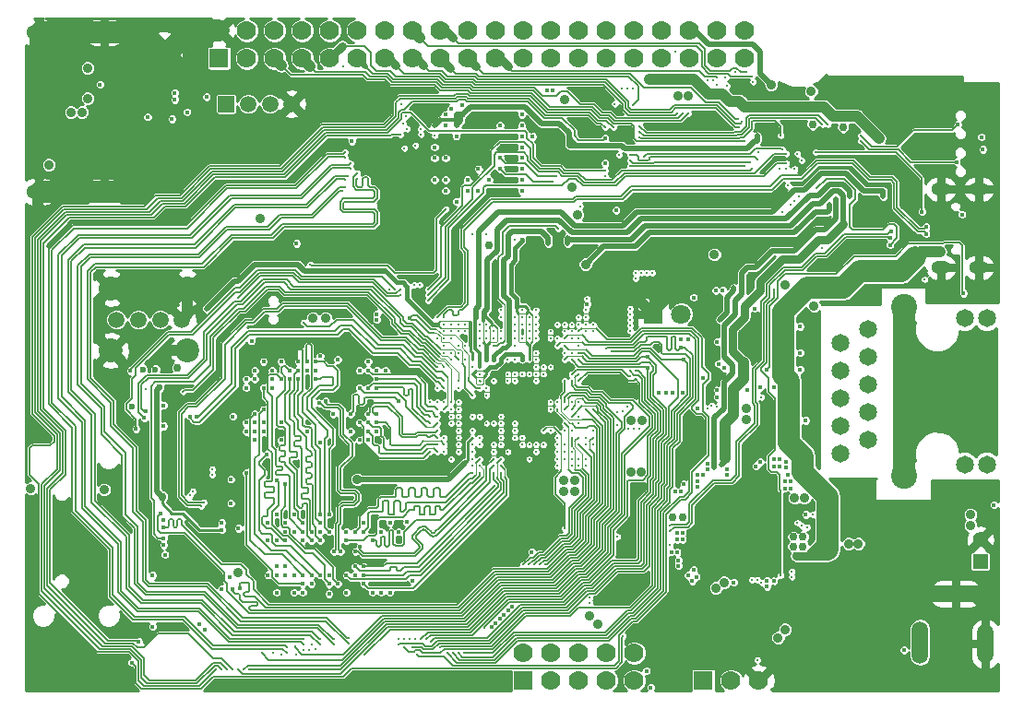
<source format=gbr>
G04 #@! TF.FileFunction,Copper,L3,Inr,Signal*
%FSLAX46Y46*%
G04 Gerber Fmt 4.6, Leading zero omitted, Abs format (unit mm)*
G04 Created by KiCad (PCBNEW 201609201018+7184~55~ubuntu14.04.1-) date Fri Sep 23 16:30:51 2016*
%MOMM*%
%LPD*%
G01*
G04 APERTURE LIST*
%ADD10C,0.100000*%
%ADD11C,5.500000*%
%ADD12O,2.700000X1.300000*%
%ADD13O,2.300000X1.300000*%
%ADD14C,2.200000*%
%ADD15C,1.500000*%
%ADD16R,1.500000X1.500000*%
%ADD17C,1.778000*%
%ADD18R,1.778000X1.778000*%
%ADD19R,1.422400X1.422400*%
%ADD20R,0.400000X0.400000*%
%ADD21R,1.400000X1.400000*%
%ADD22C,1.400000*%
%ADD23C,1.650000*%
%ADD24C,2.400000*%
%ADD25R,1.800000X1.800000*%
%ADD26C,1.800000*%
%ADD27O,1.800000X1.200000*%
%ADD28O,1.500000X3.900000*%
%ADD29O,1.500000X3.600000*%
%ADD30O,3.700000X1.500000*%
%ADD31C,0.750000*%
%ADD32C,0.900000*%
%ADD33C,0.450000*%
%ADD34C,0.406400*%
%ADD35C,0.327000*%
%ADD36C,0.600000*%
%ADD37C,1.016000*%
%ADD38C,2.032000*%
%ADD39C,0.254000*%
%ADD40C,0.203200*%
%ADD41C,0.508000*%
%ADD42C,0.106600*%
%ADD43C,0.127000*%
%ADD44C,1.524000*%
%ADD45C,0.711200*%
%ADD46C,0.406400*%
%ADD47C,0.762000*%
%ADD48C,0.304800*%
%ADD49C,0.152400*%
G04 APERTURE END LIST*
D10*
D11*
X172800000Y-96600000D03*
D12*
X107597000Y-39182000D03*
X107597000Y-53782000D03*
D13*
X101547000Y-53782000D03*
X101547000Y-39182000D03*
D14*
X115212000Y-62682000D03*
X115212000Y-68382000D03*
X108212000Y-62682000D03*
X108212000Y-68382000D03*
D15*
X108712000Y-65532000D03*
X110712000Y-65532000D03*
X112712000Y-65532000D03*
X114712000Y-65532000D03*
D16*
X118793000Y-45720000D03*
D15*
X120793000Y-45720000D03*
X122793000Y-45720000D03*
X124793000Y-45720000D03*
D17*
X166370000Y-38989000D03*
X166370000Y-41529000D03*
X163830000Y-38989000D03*
X163830000Y-41529000D03*
X161290000Y-38989000D03*
X161290000Y-41529000D03*
X158750000Y-38989000D03*
X158750000Y-41529000D03*
X156210000Y-38989000D03*
X156210000Y-41529000D03*
X146050000Y-38989000D03*
X146050000Y-41529000D03*
X143510000Y-38989000D03*
X143510000Y-41529000D03*
X148590000Y-41529000D03*
X148590000Y-38989000D03*
X151130000Y-38989000D03*
X151130000Y-41529000D03*
X153670000Y-41529000D03*
X153670000Y-38989000D03*
X128270000Y-38989000D03*
X128270000Y-41529000D03*
X125730000Y-41529000D03*
X125730000Y-38989000D03*
X123190000Y-38989000D03*
X123190000Y-41529000D03*
D18*
X118110000Y-41529000D03*
D17*
X118110000Y-38989000D03*
X120650000Y-41529000D03*
X120650000Y-38989000D03*
X130810000Y-41529000D03*
X130810000Y-38989000D03*
X133350000Y-41529000D03*
X133350000Y-38989000D03*
X135890000Y-41529000D03*
X135890000Y-38989000D03*
X138430000Y-41529000D03*
X138430000Y-38989000D03*
X140970000Y-41529000D03*
X140970000Y-38989000D03*
X156210000Y-96139000D03*
X156210000Y-98679000D03*
X153670000Y-98679000D03*
X153670000Y-96139000D03*
X151130000Y-96139000D03*
X151130000Y-98679000D03*
D18*
X146050000Y-98679000D03*
D17*
X146050000Y-96139000D03*
X148590000Y-98679000D03*
X148590000Y-96139000D03*
D18*
X162560000Y-98679000D03*
D17*
X165100000Y-98679000D03*
X167640000Y-98679000D03*
D19*
X165862000Y-84645500D03*
D20*
X168062000Y-83845500D03*
X167362000Y-83845500D03*
X166662000Y-83845500D03*
X166662000Y-83145500D03*
X166662000Y-82445500D03*
X165062000Y-82445500D03*
X165062000Y-83145500D03*
X165062000Y-83845500D03*
X164362000Y-83845500D03*
X163662000Y-83845500D03*
X163662000Y-85445500D03*
X164362000Y-85445500D03*
X165062000Y-85445500D03*
X165062000Y-86145500D03*
X165062000Y-86845500D03*
X166662000Y-86845500D03*
X166662000Y-86145500D03*
X166662000Y-85445500D03*
X167362000Y-85445500D03*
X168062000Y-85445500D03*
D21*
X187982860Y-87749380D03*
D22*
X187980320Y-85737700D03*
D23*
X177673000Y-66421000D03*
X175133000Y-67691000D03*
X177673000Y-68961000D03*
X175133000Y-70231000D03*
X177673000Y-71501000D03*
X175133000Y-72771000D03*
X177673000Y-74041000D03*
X175133000Y-75311000D03*
X177673000Y-76581000D03*
X175133000Y-77851000D03*
X186563000Y-65405000D03*
X188595000Y-65405000D03*
X186563000Y-78867000D03*
X188595000Y-78867000D03*
D24*
X180975000Y-64389000D03*
X180975000Y-79883000D03*
D25*
X157988000Y-65024000D03*
D26*
X160528000Y-65024000D03*
D19*
X166624000Y-67310000D03*
D27*
X187842000Y-60750000D03*
X184372000Y-60750000D03*
X184372000Y-53550000D03*
X187842000Y-53550000D03*
D28*
X182441000Y-95174000D03*
D29*
X188441000Y-95324000D03*
D30*
X185695000Y-90724000D03*
D31*
X170815000Y-85471000D03*
X171704000Y-85471000D03*
D32*
X178689000Y-48895000D03*
X157607000Y-43434000D03*
X105537000Y-46482000D03*
X104521000Y-46482000D03*
X170058510Y-62357000D03*
X121911591Y-56269409D03*
X106045000Y-45212000D03*
D33*
X116967000Y-45085000D03*
D32*
X152908000Y-93472000D03*
X152146000Y-92710000D03*
D33*
X143129000Y-93726000D03*
X143459200Y-93395800D03*
X116840000Y-93980000D03*
X116332000Y-93472000D03*
X179451000Y-90678000D03*
D31*
X112903000Y-87884000D03*
D32*
X101092000Y-94361000D03*
X101092000Y-96774000D03*
X102235000Y-97917000D03*
X101092000Y-99060000D03*
X110490000Y-93853000D03*
X107188000Y-89662000D03*
X107188000Y-90551000D03*
D33*
X116459000Y-76962000D03*
X116459000Y-77470000D03*
X118364000Y-83566000D03*
X132080000Y-64262000D03*
X126200000Y-71000000D03*
X123000000Y-69400000D03*
X120600000Y-76600000D03*
X132200000Y-89800000D03*
X129000000Y-89000000D03*
X125800000Y-83400000D03*
X124200000Y-90600000D03*
X159385000Y-98171000D03*
X159385000Y-98679000D03*
D32*
X101092000Y-42672000D03*
X101092000Y-41021000D03*
X106299000Y-50038000D03*
X106299000Y-51943000D03*
X101092000Y-51562000D03*
X101092000Y-49784000D03*
X101092000Y-48006000D03*
X101092000Y-46101000D03*
X101092000Y-44323000D03*
D34*
X147875000Y-75075000D03*
D33*
X174752000Y-49657000D03*
X175260000Y-49657000D03*
X161290000Y-62484000D03*
D32*
X128270000Y-59938490D03*
X127254000Y-59938490D03*
X162306000Y-46741510D03*
X163322000Y-46741510D03*
D33*
X100838000Y-83185000D03*
D32*
X128143000Y-46863000D03*
X129921000Y-46863000D03*
X129032000Y-46863000D03*
X130810000Y-44577000D03*
X129921000Y-44577000D03*
D33*
X184912000Y-62484000D03*
X148971000Y-50673000D03*
D32*
X177927000Y-63500000D03*
X176911000Y-63500000D03*
D33*
X178689000Y-56261000D03*
X154813000Y-48895000D03*
X153543000Y-50165000D03*
D32*
X153670000Y-45339000D03*
D33*
X148971000Y-48133000D03*
X148971000Y-49149000D03*
X149606000Y-50927000D03*
D32*
X153797000Y-56007000D03*
X146500000Y-59600000D03*
X146500000Y-60600000D03*
D33*
X137900000Y-46700000D03*
X138900000Y-48700000D03*
X140900000Y-48700000D03*
X143900000Y-46700000D03*
X142900000Y-53700000D03*
X144900000Y-46700000D03*
X144900000Y-47700000D03*
X144900000Y-48700000D03*
X144900000Y-49700000D03*
X144900000Y-50700000D03*
X144900000Y-51700000D03*
X144900000Y-53700000D03*
X144900000Y-52700000D03*
X139900000Y-51700000D03*
X139900000Y-53700000D03*
D32*
X127381000Y-58928000D03*
X122555000Y-58928000D03*
D33*
X137900000Y-53700000D03*
X131064000Y-49149000D03*
X123825000Y-48514000D03*
D32*
X121793000Y-48260000D03*
X120142000Y-48260000D03*
X118364000Y-48260000D03*
D33*
X122809000Y-48514000D03*
X132600000Y-76600000D03*
X125222000Y-65659000D03*
X131800000Y-71000000D03*
D35*
X138125000Y-64675000D03*
D33*
X132600000Y-69400000D03*
D35*
X145925000Y-66625000D03*
D32*
X164211000Y-58420000D03*
D33*
X158242000Y-68072000D03*
D32*
X161290000Y-76835000D03*
D33*
X166878000Y-61341000D03*
X117602000Y-44196000D03*
X124714000Y-49403000D03*
X126365000Y-51054000D03*
X172085000Y-66167000D03*
D32*
X114681000Y-55880000D03*
X113538000Y-55880000D03*
X107188000Y-91440000D03*
X129794000Y-67183000D03*
D33*
X122200000Y-76600000D03*
X123800000Y-75800000D03*
X131000000Y-69400000D03*
X128200000Y-76800000D03*
X131000000Y-75800000D03*
D32*
X182626000Y-47371000D03*
D33*
X184023000Y-46355000D03*
X182499000Y-45974000D03*
X181229000Y-45974000D03*
X179959000Y-45974000D03*
X179324000Y-45339000D03*
X180594000Y-45339000D03*
X181864000Y-45339000D03*
X183134000Y-45339000D03*
X186436000Y-45593000D03*
X185039000Y-45593000D03*
X177292000Y-43815000D03*
X178689000Y-43815000D03*
X179959000Y-43815000D03*
X181229000Y-43815000D03*
X182499000Y-43815000D03*
X183769000Y-43815000D03*
X185039000Y-43815000D03*
X179324000Y-43434000D03*
X178054000Y-43434000D03*
D32*
X167132000Y-54737000D03*
X174503225Y-60584225D03*
D33*
X144272000Y-99314000D03*
D32*
X148971000Y-84836000D03*
X137922000Y-91053480D03*
X139446000Y-91053480D03*
X101092000Y-76327000D03*
X102362000Y-94361000D03*
X102362000Y-95504000D03*
X107569000Y-80010000D03*
X111379000Y-94234000D03*
X123571000Y-58928000D03*
D33*
X154305000Y-71628000D03*
D32*
X183642000Y-55118000D03*
X184658000Y-55118000D03*
D35*
X140725000Y-67275000D03*
X138775000Y-75075000D03*
X139425000Y-75725000D03*
X152425000Y-65325000D03*
X145925000Y-74425000D03*
D33*
X107188000Y-43307000D03*
X107188000Y-50800000D03*
X107188000Y-49276000D03*
X107188000Y-47752000D03*
X107188000Y-46228000D03*
X111506000Y-51816000D03*
X111506000Y-48895000D03*
X111506000Y-45974000D03*
X113792000Y-45974000D03*
X113792000Y-51816000D03*
X113792000Y-48895000D03*
D32*
X102108000Y-76327000D03*
D33*
X119200000Y-83100000D03*
X132200000Y-84200000D03*
X130600000Y-84200000D03*
D35*
X145275000Y-74425000D03*
X143325000Y-74425000D03*
D34*
X147225000Y-75075000D03*
X146575000Y-75075000D03*
X146575000Y-74425000D03*
X147225000Y-74425000D03*
X147875000Y-74425000D03*
X143325000Y-73775000D03*
X143975000Y-73775000D03*
X144625000Y-73775000D03*
X145275000Y-73775000D03*
X145925000Y-73775000D03*
X146575000Y-73775000D03*
X147225000Y-73775000D03*
X146575000Y-73125000D03*
X145925000Y-73125000D03*
X145275000Y-73125000D03*
X144625000Y-73125000D03*
X143975000Y-73125000D03*
X142675000Y-73125000D03*
X143325000Y-73125000D03*
X147875000Y-73775000D03*
D35*
X149175000Y-74425000D03*
X148525000Y-74425000D03*
D34*
X147875000Y-72475000D03*
X147225000Y-72475000D03*
X146575000Y-72475000D03*
X145925000Y-72475000D03*
X145275000Y-72475000D03*
X144625000Y-72475000D03*
D35*
X143325000Y-72475000D03*
D34*
X143975000Y-72475000D03*
X147875000Y-73125000D03*
X147225000Y-73125000D03*
D35*
X148525000Y-72475000D03*
X147875000Y-71825000D03*
X147225000Y-71825000D03*
X146575000Y-71825000D03*
X143975000Y-71175000D03*
X143325000Y-71825000D03*
X143975000Y-71825000D03*
X144625000Y-71825000D03*
X145275000Y-71825000D03*
X145925000Y-71175000D03*
X146575000Y-71175000D03*
X145925000Y-71825000D03*
X146575000Y-69875000D03*
X145925000Y-69875000D03*
X144625000Y-69875000D03*
X145275000Y-69875000D03*
D32*
X182753000Y-49657000D03*
X169672000Y-44577000D03*
X181610000Y-54991000D03*
X187325000Y-46101000D03*
X189103000Y-46101000D03*
D33*
X171831000Y-73025000D03*
X171831000Y-73533000D03*
X167259000Y-59309000D03*
X167259000Y-59817000D03*
D32*
X155829000Y-86741000D03*
X172085000Y-75819000D03*
X155829000Y-84709000D03*
X187452000Y-81026000D03*
X187452000Y-82169000D03*
D33*
X175514000Y-89027000D03*
X175514000Y-88265000D03*
X179832000Y-88900000D03*
X180340000Y-88900000D03*
D32*
X176784000Y-92202000D03*
X148971000Y-83820000D03*
D35*
X147225000Y-75725000D03*
X148525000Y-77025000D03*
X147225000Y-76375000D03*
X147875000Y-78325000D03*
D32*
X156083000Y-89408000D03*
X157099000Y-89408000D03*
X171831000Y-88265000D03*
D35*
X149175000Y-71175000D03*
D33*
X176530000Y-43434000D03*
X173990000Y-43434000D03*
X175260000Y-43434000D03*
D32*
X176530000Y-44577000D03*
D33*
X185674000Y-43434000D03*
X184404000Y-43434000D03*
X183134000Y-43434000D03*
X181864000Y-43434000D03*
X180594000Y-43434000D03*
D32*
X188976000Y-44450000D03*
X181737000Y-49657000D03*
D33*
X178689000Y-56769000D03*
D32*
X147500000Y-59600000D03*
X147500000Y-60600000D03*
D35*
X143975000Y-65975000D03*
X142675000Y-71175000D03*
X143325000Y-70525000D03*
X142025000Y-71175000D03*
X142025000Y-73775000D03*
D33*
X128200000Y-69200000D03*
X124600000Y-69400000D03*
X121400000Y-69400000D03*
X126200000Y-75000000D03*
X122428000Y-78613000D03*
X125222000Y-78613000D03*
X129400000Y-70200000D03*
X129800000Y-69200000D03*
X128600000Y-75000000D03*
X129000000Y-76800000D03*
X130200000Y-75000000D03*
X133400000Y-75800000D03*
X124200000Y-83400000D03*
X123400000Y-84200000D03*
X122600000Y-90600000D03*
X126600000Y-90600000D03*
X128200000Y-84200000D03*
D35*
X142025000Y-75725000D03*
X137475000Y-79625000D03*
X138775000Y-78325000D03*
X142025000Y-77675000D03*
X144625000Y-77025000D03*
X143975000Y-77675000D03*
X145275000Y-77675000D03*
X145275000Y-77025000D03*
D33*
X133000000Y-84200000D03*
X131400000Y-90600000D03*
X135400000Y-90600000D03*
X133000000Y-89800000D03*
X134600000Y-84200000D03*
X130600000Y-90600000D03*
X134600000Y-90600000D03*
X130600000Y-89800000D03*
X134600000Y-85800000D03*
X132200000Y-85000000D03*
D34*
X142675000Y-73775000D03*
D35*
X148525000Y-75075000D03*
D33*
X127254000Y-67437000D03*
X125349000Y-67437000D03*
X123444000Y-67437000D03*
X121885000Y-67437000D03*
X121100000Y-67500000D03*
X128200000Y-89000000D03*
X146812000Y-86868000D03*
X121400000Y-76600000D03*
X123800000Y-76600000D03*
X129000000Y-69200000D03*
D32*
X166497000Y-73660000D03*
D35*
X143975000Y-74425000D03*
D33*
X134600000Y-85000000D03*
X133800000Y-84200000D03*
X131400000Y-84200000D03*
D35*
X142675000Y-75075000D03*
X143325000Y-75075000D03*
X143975000Y-75725000D03*
X143975000Y-76375000D03*
X143975000Y-75075000D03*
X145275000Y-75075000D03*
X145275000Y-75725000D03*
D32*
X166497000Y-74676000D03*
D35*
X141375000Y-74425000D03*
X142025000Y-74425000D03*
D33*
X119200000Y-82400000D03*
X126200000Y-70200000D03*
X127000000Y-70200000D03*
X123800000Y-69400000D03*
X122200000Y-69400000D03*
X126200000Y-75800000D03*
X133400000Y-70200000D03*
X132600000Y-70200000D03*
X131000000Y-70200000D03*
X131800000Y-69400000D03*
X128600000Y-74200000D03*
X127400000Y-76800000D03*
X130200000Y-75800000D03*
X132600000Y-75800000D03*
X131000000Y-76600000D03*
X125000000Y-83400000D03*
X123400000Y-83400000D03*
X127400000Y-85000000D03*
X123400000Y-90600000D03*
X125000000Y-90600000D03*
X135900000Y-89500000D03*
X129800000Y-85000000D03*
X133000000Y-85000000D03*
X132200000Y-90600000D03*
X135354607Y-84148773D03*
X133800000Y-90600000D03*
X133000000Y-90600000D03*
X130600000Y-89000000D03*
X129800000Y-90600000D03*
X131800000Y-76600000D03*
X119380000Y-74422000D03*
X119200000Y-80200000D03*
X119900000Y-84700000D03*
X123800000Y-75000000D03*
X126600000Y-89800000D03*
X127400000Y-68900000D03*
D32*
X130800000Y-80200000D03*
D35*
X141375000Y-76375000D03*
D32*
X107569000Y-81153000D03*
X100838000Y-81026000D03*
D33*
X118364000Y-84201000D03*
X157734000Y-99314000D03*
D32*
X149860000Y-45333490D03*
X160274000Y-44958000D03*
X161163000Y-44952490D03*
D33*
X154559000Y-55499000D03*
X153543000Y-51181000D03*
D32*
X151003000Y-55880000D03*
D33*
X130302000Y-49149000D03*
D35*
X147875000Y-69875000D03*
D32*
X163576000Y-59563000D03*
D33*
X125222000Y-58547000D03*
X143891000Y-92964000D03*
X144221200Y-92633800D03*
X186309000Y-55880000D03*
D32*
X119888000Y-88773000D03*
D35*
X144625000Y-69225000D03*
X147875000Y-70525000D03*
D31*
X142875000Y-58674000D03*
D32*
X172466000Y-44577000D03*
D33*
X180975000Y-95885000D03*
D35*
X148525000Y-69875000D03*
X145275000Y-67925000D03*
X145275000Y-67275000D03*
D32*
X156839490Y-79502000D03*
X155956000Y-79502000D03*
D33*
X146900000Y-48700000D03*
X118364000Y-84836000D03*
D31*
X112903000Y-81788000D03*
D36*
X112649000Y-71755000D03*
D33*
X132588000Y-65024000D03*
X132588000Y-65532000D03*
D35*
X137475000Y-73125000D03*
D33*
X113030000Y-85598000D03*
D35*
X140075000Y-71175000D03*
D36*
X110109000Y-73533000D03*
D32*
X127889000Y-65405000D03*
D33*
X160147000Y-86868000D03*
X159639000Y-86868000D03*
D35*
X145925000Y-69225000D03*
X141375000Y-70525000D03*
D31*
X172593000Y-47625000D03*
D36*
X111125000Y-70104000D03*
D32*
X126746000Y-65405000D03*
D35*
X140075000Y-71825000D03*
D33*
X170053000Y-81026000D03*
X170561000Y-81026000D03*
D35*
X138775000Y-73125000D03*
X116713000Y-82296000D03*
X138125000Y-69875000D03*
X141375000Y-72475000D03*
X142025000Y-71825000D03*
D33*
X135636000Y-65405000D03*
D35*
X138125000Y-71825000D03*
D33*
X119126000Y-89154000D03*
X113030000Y-86233000D03*
D35*
X138125000Y-73125000D03*
X116459000Y-82677000D03*
X138775000Y-69875000D03*
X140075000Y-73125000D03*
X140075000Y-73775000D03*
D32*
X184277000Y-59309000D03*
D31*
X171069000Y-87249000D03*
X171958000Y-87249000D03*
D32*
X183261000Y-59309000D03*
D35*
X182880000Y-61849000D03*
D33*
X179705000Y-58674000D03*
D35*
X156718000Y-75565000D03*
X172974000Y-53467000D03*
D32*
X102489000Y-51308000D03*
D31*
X114300000Y-69977000D03*
D33*
X162052000Y-80899000D03*
X162052000Y-80391000D03*
D35*
X145275000Y-69225000D03*
D33*
X174752000Y-53721000D03*
X164211000Y-56896000D03*
X164719000Y-56896000D03*
X150114000Y-58547000D03*
X150114000Y-58039000D03*
D35*
X147225000Y-68575000D03*
D33*
X164211000Y-78867000D03*
X164592000Y-78486000D03*
X176022000Y-54229000D03*
X176022000Y-53721000D03*
D35*
X142675000Y-69225000D03*
D33*
X160147000Y-85725000D03*
X160655000Y-85725000D03*
X179070000Y-53721000D03*
X179070000Y-54229000D03*
X144780000Y-55626000D03*
X169545000Y-78359000D03*
X169037000Y-78359000D03*
D35*
X142025000Y-69875000D03*
D32*
X150749000Y-80269520D03*
X149733000Y-81280000D03*
X149733000Y-80264000D03*
D35*
X149175000Y-77025000D03*
X149825000Y-77025000D03*
X148525000Y-75725000D03*
X149175000Y-76375000D03*
X150475000Y-77675000D03*
X149825000Y-77675000D03*
X149175000Y-77675000D03*
X151775000Y-78975000D03*
X151775000Y-78325000D03*
X150475000Y-78975000D03*
X151125000Y-78975000D03*
X151125000Y-78325000D03*
X150475000Y-78325000D03*
X149825000Y-78325000D03*
X149175000Y-78325000D03*
X149175000Y-78975000D03*
D32*
X150749000Y-81280000D03*
D33*
X160782000Y-80645000D03*
D32*
X163703000Y-90170000D03*
D33*
X160528000Y-81280000D03*
X160020000Y-81280000D03*
D32*
X187071000Y-84455000D03*
X187071000Y-83439000D03*
D33*
X169545000Y-78994000D03*
X169037000Y-78994000D03*
X167386000Y-78994000D03*
X167767000Y-78613000D03*
X164719000Y-79756000D03*
X164719000Y-79248000D03*
X162941000Y-79248000D03*
X162941000Y-78740000D03*
D31*
X159766000Y-83693000D03*
X160655000Y-83693000D03*
D33*
X160274000Y-88138000D03*
X160274000Y-87630000D03*
D32*
X164465000Y-89662000D03*
D31*
X171704000Y-86360000D03*
X170815000Y-86360000D03*
D32*
X171831000Y-81915000D03*
X170942000Y-81915000D03*
X175895000Y-86106000D03*
X176784000Y-86106000D03*
D33*
X171958000Y-83439000D03*
D32*
X169418000Y-94742000D03*
X170053000Y-93980000D03*
D33*
X161925000Y-89154000D03*
X161544000Y-89535000D03*
D36*
X112268000Y-70104000D03*
D33*
X116967000Y-64516000D03*
X168402000Y-90043000D03*
X168402000Y-89535000D03*
D35*
X141375000Y-69225000D03*
D32*
X156972000Y-74803000D03*
X155956000Y-74803000D03*
D35*
X144625000Y-71175000D03*
X145275000Y-71175000D03*
X147225000Y-71175000D03*
X147225000Y-69875000D03*
X147225000Y-70525000D03*
X146575000Y-70525000D03*
X145925000Y-70525000D03*
X144625000Y-70525000D03*
X145275000Y-70525000D03*
X142675000Y-72475000D03*
X143325000Y-71175000D03*
X142675000Y-71825000D03*
X177038000Y-48641000D03*
D33*
X185928000Y-47625000D03*
D35*
X129540000Y-42291000D03*
X140075000Y-68575000D03*
X167894000Y-72644000D03*
X167005000Y-89408000D03*
D33*
X144653000Y-92202000D03*
X144983200Y-91871800D03*
X162560000Y-79756000D03*
X162052000Y-79756000D03*
X174752000Y-54483000D03*
X163576000Y-79121000D03*
X163576000Y-78613000D03*
X174752000Y-54991000D03*
D32*
X151759490Y-60452000D03*
D33*
X174117000Y-55499000D03*
X174117000Y-54991000D03*
X160147000Y-85090000D03*
X160655000Y-85090000D03*
X170053000Y-80391000D03*
X170561000Y-80391000D03*
D32*
X168783000Y-43942000D03*
D33*
X170307000Y-79756000D03*
D35*
X177038000Y-49149000D03*
D33*
X185801000Y-51054000D03*
D35*
X172085000Y-84582000D03*
D33*
X148209000Y-44450000D03*
X148717000Y-44450000D03*
X148336000Y-58039000D03*
X148336000Y-58547000D03*
D31*
X175387000Y-47879000D03*
D35*
X143325000Y-69225000D03*
D33*
X170180000Y-79121000D03*
X170180000Y-78613000D03*
X169037000Y-89535000D03*
D35*
X138125000Y-67275000D03*
X136525000Y-62357000D03*
X136017000Y-62357000D03*
X138775000Y-67925000D03*
D33*
X145923000Y-58166000D03*
D35*
X146575000Y-69225000D03*
X141375000Y-69875000D03*
X133731000Y-62738000D03*
X167513000Y-96774000D03*
D33*
X157353000Y-97790000D03*
D35*
X150475000Y-75725000D03*
X148525000Y-73125000D03*
D33*
X107188000Y-43942000D03*
X113792000Y-47117000D03*
X111569500Y-46926500D03*
D35*
X140725000Y-66625000D03*
D32*
X106045000Y-42418000D03*
D35*
X163830000Y-43942000D03*
X151775000Y-65975000D03*
X157861000Y-61214000D03*
X140075000Y-65975000D03*
X152425000Y-66625000D03*
X139425000Y-67275000D03*
X150475000Y-65975000D03*
X139425000Y-65975000D03*
X164719000Y-44069000D03*
X151775000Y-66625000D03*
X139425000Y-66625000D03*
X149825000Y-65975000D03*
X156083000Y-44323000D03*
X138775000Y-65975000D03*
X163449000Y-43561000D03*
X151775000Y-65325000D03*
X138775000Y-67275000D03*
X164592000Y-43307000D03*
X150475000Y-68575000D03*
X155575000Y-44323000D03*
X151257000Y-55118000D03*
X147225000Y-67275000D03*
X163830000Y-43307000D03*
X152425000Y-65975000D03*
X166370000Y-49149000D03*
X151125000Y-67925000D03*
X140725000Y-69225000D03*
X119888000Y-63500000D03*
X134747000Y-63246000D03*
X161163000Y-46609000D03*
X151775000Y-64675000D03*
X160147000Y-46609000D03*
X151125000Y-65325000D03*
X160020000Y-40894000D03*
X148525000Y-73775000D03*
X160655000Y-46609000D03*
X151125000Y-65975000D03*
X155702000Y-75565000D03*
X167132000Y-43688000D03*
X151125000Y-67275000D03*
X165862000Y-47879000D03*
X165481000Y-42799000D03*
X149175000Y-73125000D03*
X166116000Y-47371000D03*
X149825000Y-68575000D03*
X156210000Y-75565000D03*
X167005000Y-43180000D03*
X156083000Y-45847000D03*
X149825000Y-66625000D03*
X149825000Y-75725000D03*
X166497000Y-42799000D03*
X165735000Y-47117000D03*
X150475000Y-67275000D03*
X155067000Y-44323000D03*
X154813000Y-50419000D03*
X147225000Y-66625000D03*
D33*
X115189000Y-46482000D03*
D35*
X142025000Y-65975000D03*
D33*
X114046000Y-45339000D03*
D35*
X140075000Y-66625000D03*
D33*
X115443000Y-74422000D03*
D35*
X138775000Y-71825000D03*
X111379000Y-71882000D03*
X125857000Y-65786000D03*
X138775000Y-73775000D03*
D33*
X116078000Y-74422000D03*
D35*
X138775000Y-71175000D03*
X122051034Y-96134966D03*
X150475000Y-73775000D03*
X149825000Y-73125000D03*
X120904000Y-97663000D03*
X149825000Y-73775000D03*
X120396000Y-97663000D03*
X123063000Y-96139000D03*
X148082000Y-88011000D03*
X152425000Y-76375000D03*
X150475000Y-71175000D03*
X156083000Y-73660000D03*
X119888000Y-97663000D03*
X123825000Y-96266000D03*
X155194000Y-73914000D03*
D33*
X163703000Y-62865000D03*
D35*
X151125000Y-77025000D03*
X147574000Y-88011000D03*
X125222000Y-96266000D03*
X125095000Y-95504000D03*
X150475000Y-74425000D03*
X125857000Y-95885000D03*
X162941000Y-73660000D03*
X126365000Y-95885000D03*
X163830000Y-73533000D03*
X127000000Y-95758000D03*
D33*
X162052000Y-73660000D03*
D35*
X142494000Y-93853000D03*
X156337000Y-70231000D03*
X149175000Y-67925000D03*
X139573000Y-96139000D03*
X151125000Y-70525000D03*
X131495800Y-96342200D03*
X149825000Y-67275000D03*
X139065000Y-96139000D03*
X151125000Y-68575000D03*
X138430000Y-95631000D03*
X151125000Y-66625000D03*
X136271000Y-96266000D03*
X140589000Y-96139000D03*
X154178000Y-68453000D03*
X140081000Y-96139000D03*
X153670000Y-68199000D03*
D33*
X160528000Y-68072000D03*
D35*
X137160000Y-94869000D03*
X155829000Y-70231000D03*
X136144000Y-94869000D03*
D33*
X163830000Y-72009000D03*
D35*
X135636000Y-94869000D03*
D33*
X163830000Y-72644000D03*
D35*
X135128000Y-94869000D03*
X163322000Y-73406000D03*
X150475000Y-73125000D03*
X154686000Y-85471000D03*
X134620000Y-94869000D03*
X151125000Y-69225000D03*
X134620000Y-95377000D03*
X135128000Y-95631000D03*
D33*
X160782000Y-69215000D03*
D35*
X149825000Y-67925000D03*
X136652000Y-94869000D03*
X156337000Y-70993000D03*
X151125000Y-71175000D03*
X135890000Y-95631000D03*
D33*
X157480000Y-68961000D03*
D35*
X149825000Y-69225000D03*
X137541000Y-95123000D03*
X150475000Y-69225000D03*
D33*
X157480000Y-69977000D03*
X112776000Y-83312000D03*
D35*
X152425000Y-73775000D03*
D33*
X113030000Y-83947000D03*
D35*
X151775000Y-76375000D03*
X149175000Y-73775000D03*
D33*
X113030000Y-84582000D03*
X113157000Y-87122000D03*
D35*
X154686000Y-75184000D03*
D33*
X120015000Y-90170000D03*
D35*
X149825000Y-71175000D03*
D33*
X119380000Y-90297000D03*
D35*
X151775000Y-73775000D03*
X154686000Y-74041000D03*
D33*
X118364000Y-90297000D03*
D35*
X147066000Y-88011000D03*
X151125000Y-76375000D03*
X146050000Y-88011000D03*
X149825000Y-75075000D03*
X147225000Y-64675000D03*
X124333000Y-95631000D03*
X129667000Y-50673000D03*
X146558000Y-88011000D03*
X150475000Y-76375000D03*
X124333000Y-96139000D03*
X147225000Y-65325000D03*
X129667000Y-50165000D03*
X129992889Y-94811792D03*
X145925000Y-65325000D03*
X130810000Y-52578000D03*
X125857000Y-94869000D03*
X146575000Y-65975000D03*
X130175000Y-51689000D03*
X129988170Y-95317170D03*
X145925000Y-64675000D03*
X130810000Y-52070000D03*
X125857000Y-95377000D03*
X146575000Y-65325000D03*
X130175000Y-51181000D03*
X128651000Y-94869000D03*
X129413000Y-53721000D03*
X143975000Y-65325000D03*
X145275000Y-65975000D03*
X127381000Y-94869000D03*
X129667000Y-52705000D03*
X128651000Y-95377000D03*
X129667000Y-53340000D03*
X143975000Y-64675000D03*
X145275000Y-65325000D03*
X127381000Y-95377000D03*
X129921000Y-52324000D03*
X153543000Y-52324000D03*
D33*
X188214000Y-49911000D03*
X120600000Y-71000000D03*
D35*
X139425000Y-73775000D03*
D33*
X122600000Y-84200000D03*
D35*
X141375000Y-78975000D03*
X141375000Y-78325000D03*
D33*
X128200000Y-90700000D03*
X125800000Y-90600000D03*
D35*
X149100000Y-52400000D03*
D33*
X143900000Y-50700000D03*
D35*
X142621000Y-57658000D03*
X143325000Y-67275000D03*
D33*
X182626000Y-55626000D03*
D35*
X151125000Y-75075000D03*
X172847000Y-50165000D03*
X169037000Y-62738000D03*
X169672000Y-89027000D03*
X173431200Y-58978800D03*
X138938000Y-55372000D03*
X126492000Y-60452000D03*
D33*
X114046000Y-44704000D03*
D35*
X140725000Y-65975000D03*
X169545000Y-51689000D03*
X149175000Y-65975000D03*
X155829000Y-50927000D03*
X166877994Y-51054000D03*
X169799000Y-55626000D03*
X137287000Y-62738000D03*
X167005000Y-51689000D03*
X155829000Y-70739000D03*
X150475000Y-70525000D03*
X152425000Y-77025000D03*
X152425000Y-75725000D03*
X151125000Y-74425000D03*
X159512000Y-86233000D03*
X171196000Y-84201000D03*
X134747000Y-48514000D03*
D33*
X110744000Y-95123000D03*
D35*
X170688000Y-89154000D03*
X171577000Y-84455000D03*
X142025000Y-67925000D03*
X159512000Y-84455000D03*
D33*
X179832000Y-57404000D03*
X179705000Y-58039000D03*
D35*
X159512000Y-84963000D03*
D33*
X110490000Y-75565000D03*
D35*
X134747000Y-62738000D03*
X139425000Y-68575000D03*
X152146000Y-91567000D03*
X167513000Y-89408000D03*
D33*
X188087000Y-48768000D03*
X109982000Y-70231000D03*
D35*
X134239000Y-62738000D03*
X138775000Y-68575000D03*
D33*
X110109000Y-97028000D03*
D35*
X167894000Y-89662000D03*
X155194000Y-94615000D03*
X142025000Y-70525000D03*
X151125000Y-73125000D03*
X134874000Y-45720000D03*
X145275000Y-66625000D03*
X135255000Y-46863000D03*
X143975000Y-67275000D03*
X135001000Y-47498000D03*
X143325000Y-66625000D03*
X135382000Y-48006000D03*
X142675000Y-66625000D03*
X136652000Y-48514000D03*
X145925000Y-67275000D03*
D33*
X138900000Y-53700000D03*
D35*
X136144000Y-49530000D03*
X143975000Y-66625000D03*
D33*
X138900000Y-52700000D03*
D35*
X142675000Y-65975000D03*
X135128000Y-49784000D03*
D33*
X140900000Y-53700000D03*
D35*
X137922000Y-48641000D03*
X145925000Y-65975000D03*
D33*
X141900000Y-53700000D03*
D35*
X148717000Y-52832000D03*
D33*
X143900000Y-51700000D03*
D35*
X141351000Y-57658000D03*
X142025000Y-66625000D03*
X136652000Y-48006000D03*
X145288000Y-58166000D03*
D33*
X141900000Y-51700000D03*
D35*
X114808000Y-72136000D03*
X139425000Y-73125000D03*
X167640000Y-50165000D03*
X157353000Y-61214000D03*
X155829000Y-51435000D03*
X166370004Y-51435000D03*
X148525000Y-67275000D03*
X169799000Y-49911000D03*
X157099000Y-50546000D03*
X150475000Y-66625000D03*
X170180000Y-51689000D03*
X156845000Y-61214000D03*
X155829000Y-50419000D03*
X167513000Y-50800000D03*
X148525000Y-66625000D03*
X171577000Y-50927000D03*
X155829000Y-66040000D03*
X137287000Y-63246000D03*
X170180000Y-50292000D03*
X170180000Y-51181000D03*
X137287000Y-63754000D03*
X154305000Y-47879000D03*
X149225000Y-57150000D03*
X117856000Y-97663000D03*
X143325000Y-67925000D03*
X118872000Y-97663000D03*
D33*
X153543000Y-48895000D03*
D35*
X146575000Y-66625000D03*
X153543000Y-47879000D03*
X118364000Y-97663000D03*
X147225000Y-65975000D03*
X119380000Y-97663000D03*
X154432000Y-45720000D03*
X153543000Y-51816000D03*
X146575000Y-67275000D03*
X170688000Y-88646000D03*
X172593000Y-83439000D03*
X170942000Y-51689000D03*
X156337000Y-61214000D03*
X170307000Y-53213000D03*
X156337000Y-61722000D03*
X156718000Y-47752000D03*
X138775000Y-66625000D03*
X173990000Y-47625000D03*
X170942000Y-54610000D03*
X155829000Y-65024000D03*
X171323000Y-54229000D03*
X155829000Y-64516000D03*
X156718000Y-48768000D03*
X140725000Y-67925000D03*
X169672000Y-48641000D03*
X173482000Y-47625000D03*
X156718000Y-48260000D03*
X140075000Y-67925000D03*
D33*
X130600000Y-85000000D03*
D35*
X141375000Y-79625000D03*
X142025000Y-79625000D03*
D33*
X129800000Y-85800000D03*
D35*
X143325000Y-79625000D03*
D33*
X130600000Y-88200000D03*
X129800000Y-89000000D03*
D35*
X143975000Y-79625000D03*
D33*
X134620000Y-73025000D03*
X130200000Y-74200000D03*
X132200000Y-85800000D03*
D35*
X142025000Y-78975000D03*
D33*
X131400000Y-88200000D03*
D35*
X143383000Y-80772000D03*
D33*
X131400000Y-89800000D03*
D35*
X143975000Y-78975000D03*
D33*
X120600000Y-75800000D03*
D35*
X139425000Y-78325000D03*
D33*
X122600000Y-89000000D03*
X121400000Y-75800000D03*
D35*
X141375000Y-77675000D03*
D33*
X123400000Y-89000000D03*
X131400000Y-85000000D03*
D35*
X142025000Y-78325000D03*
D33*
X123400000Y-80300000D03*
D35*
X143325000Y-77675000D03*
D33*
X128200000Y-89800000D03*
X131400000Y-89000000D03*
D35*
X143975000Y-78325000D03*
D33*
X120600000Y-79600000D03*
D35*
X147225000Y-77675000D03*
D33*
X125800000Y-89800000D03*
D35*
X137475000Y-77675000D03*
D33*
X131000000Y-75000000D03*
D35*
X138125000Y-77675000D03*
D33*
X131800000Y-75800000D03*
X121400000Y-71000000D03*
X123400000Y-85800000D03*
D35*
X138775000Y-77675000D03*
D33*
X121400000Y-70200000D03*
X124200000Y-84200000D03*
D35*
X140075000Y-77675000D03*
D33*
X123000000Y-71000000D03*
X124200000Y-85000000D03*
D35*
X141375000Y-77025000D03*
D33*
X120600000Y-75000000D03*
D35*
X143325000Y-77025000D03*
D33*
X123400000Y-88200000D03*
X122500000Y-77900000D03*
X127400000Y-89000000D03*
D35*
X144625000Y-77675000D03*
D33*
X122200000Y-75000000D03*
X125000000Y-89000000D03*
D35*
X146575000Y-78325000D03*
D33*
X122200000Y-73800000D03*
X126600000Y-89000000D03*
D35*
X147225000Y-77025000D03*
D33*
X121400000Y-75000000D03*
D35*
X147875000Y-77025000D03*
D33*
X124200000Y-88200000D03*
X131800000Y-75000000D03*
D35*
X138125000Y-77025000D03*
D33*
X132600000Y-75000000D03*
D35*
X138775000Y-77025000D03*
D33*
X126200000Y-69400000D03*
X127400000Y-83400000D03*
D35*
X140075000Y-77025000D03*
D33*
X125400000Y-70200000D03*
X126600000Y-85000000D03*
D35*
X140075000Y-76375000D03*
D33*
X125400000Y-69400000D03*
X127400000Y-84200000D03*
D35*
X142025000Y-77025000D03*
D33*
X121400000Y-74200000D03*
X125800000Y-89000000D03*
D35*
X143975000Y-77025000D03*
D33*
X122200000Y-71800000D03*
D35*
X145925000Y-77025000D03*
D33*
X124200000Y-85800000D03*
X123000000Y-71800000D03*
D35*
X145925000Y-76375000D03*
D33*
X125800000Y-85800000D03*
D35*
X151775000Y-77025000D03*
D33*
X123800000Y-71000000D03*
D35*
X138775000Y-76375000D03*
D33*
X125800000Y-85000000D03*
X124200000Y-80600000D03*
D35*
X142025000Y-76375000D03*
D33*
X129000000Y-89800000D03*
D35*
X145275000Y-76375000D03*
D33*
X123000000Y-70200000D03*
X125000000Y-85000000D03*
X122200000Y-75800000D03*
X124200000Y-89000000D03*
D35*
X146575000Y-77025000D03*
X152146000Y-91059000D03*
X149860000Y-84709000D03*
D33*
X165354000Y-89662000D03*
D35*
X147875000Y-75725000D03*
D33*
X132600000Y-71800000D03*
D35*
X137475000Y-75075000D03*
X138125000Y-75075000D03*
D33*
X131000000Y-71800000D03*
X127000000Y-69400000D03*
X128200000Y-83400000D03*
D35*
X140075000Y-75725000D03*
D33*
X127000000Y-71000000D03*
D35*
X141375000Y-75725000D03*
D33*
X128200000Y-85000000D03*
X131800000Y-71800000D03*
D35*
X137475000Y-74425000D03*
D33*
X132600000Y-71000000D03*
D35*
X138125000Y-74425000D03*
D33*
X124600000Y-71000000D03*
D35*
X139425000Y-74425000D03*
D33*
X126600000Y-85800000D03*
X124600000Y-70200000D03*
D35*
X139425000Y-75075000D03*
D33*
X125800000Y-84200000D03*
X120600000Y-71800000D03*
X122600000Y-85800000D03*
D35*
X140075000Y-75075000D03*
X138125000Y-73775000D03*
D33*
X131800000Y-70200000D03*
X125400000Y-71000000D03*
D35*
X140075000Y-74425000D03*
D33*
X127400000Y-85800000D03*
D35*
X155829000Y-66548000D03*
X171196000Y-50292000D03*
X170561000Y-54991000D03*
X155829000Y-65532000D03*
X126619000Y-95377000D03*
X155575000Y-73533000D03*
X142675000Y-67275000D03*
X142025000Y-67275000D03*
D33*
X130644024Y-86835010D03*
D35*
X143325000Y-78975000D03*
D33*
X131052024Y-86427010D03*
D35*
X143325000Y-78325000D03*
D33*
X127300000Y-73200000D03*
X128676400Y-86842600D03*
X127889000Y-73025000D03*
X129260600Y-86842600D03*
D35*
X138125000Y-76375000D03*
D33*
X132600000Y-74200000D03*
X131800000Y-74200000D03*
D35*
X138125000Y-75725000D03*
D33*
X151892000Y-64135000D03*
D35*
X149175000Y-67275000D03*
D32*
X181610000Y-69215000D03*
X184785000Y-69215000D03*
X187325000Y-69215000D03*
X188595000Y-70485000D03*
X185420000Y-70485000D03*
X182245000Y-70485000D03*
X180975000Y-71755000D03*
X184150000Y-71755000D03*
X187325000Y-71755000D03*
X188595000Y-73025000D03*
X185420000Y-73025000D03*
X182245000Y-73025000D03*
X180975000Y-74295000D03*
X184150000Y-74295000D03*
X187325000Y-74295000D03*
X188595000Y-75565000D03*
X185420000Y-75565000D03*
X182245000Y-75565000D03*
D33*
X160528000Y-67310000D03*
X162560000Y-70866000D03*
X167767000Y-71755000D03*
X164084000Y-65532000D03*
X165354000Y-62611000D03*
D32*
X172720000Y-64262000D03*
D33*
X171450000Y-70104000D03*
X166624000Y-72009000D03*
X169037000Y-71755000D03*
X164465000Y-69977000D03*
X163957000Y-69596000D03*
X163830000Y-67564000D03*
X161671000Y-63500000D03*
X167259000Y-64516000D03*
X171450000Y-68580000D03*
X171450000Y-66167000D03*
X161163000Y-67310000D03*
X189230000Y-82550000D03*
X171958000Y-74803000D03*
X186436000Y-63119000D03*
X168402000Y-70104000D03*
X164338000Y-62865000D03*
X158496000Y-72263000D03*
X160655000Y-72263000D03*
X159131000Y-72263000D03*
X159766000Y-72263000D03*
X167513000Y-49149000D03*
X167513000Y-48641000D03*
X139900000Y-47700000D03*
X150241000Y-49530000D03*
X150241000Y-48895000D03*
X143900000Y-46000000D03*
D32*
X150495000Y-53340000D03*
D33*
X139900000Y-46700000D03*
X137900000Y-47700000D03*
X139900000Y-48700000D03*
X143900000Y-47700000D03*
X142900000Y-52700000D03*
X139900000Y-54700000D03*
X140900000Y-52700000D03*
X137900000Y-52700000D03*
D35*
X147225000Y-69225000D03*
D33*
X145900000Y-53700000D03*
X145900000Y-52700000D03*
X145900000Y-51700000D03*
X145900000Y-50700000D03*
X145900000Y-49700000D03*
X145900000Y-48700000D03*
X145900000Y-47700000D03*
X145900000Y-46700000D03*
X137900000Y-49700000D03*
X138900000Y-50700000D03*
X140400000Y-45800000D03*
X138900000Y-47700000D03*
X139400000Y-46200000D03*
X138900000Y-46700000D03*
X137900000Y-50700000D03*
D35*
X117475000Y-79756000D03*
X115443000Y-81661000D03*
X117475000Y-79248000D03*
X115697000Y-81280000D03*
D33*
X183007000Y-57023000D03*
D35*
X138125000Y-65325000D03*
D33*
X183007000Y-57658000D03*
D35*
X138775000Y-65325000D03*
D33*
X112014000Y-89027000D03*
X112014000Y-93726000D03*
X111379000Y-73914000D03*
D35*
X139425000Y-69225000D03*
D33*
X113030000Y-73406000D03*
X111252000Y-74549000D03*
D35*
X140075000Y-69225000D03*
D33*
X113030000Y-75311000D03*
X161163000Y-89027000D03*
X161671000Y-88519000D03*
D35*
X162941000Y-43561000D03*
X151892000Y-63627000D03*
D37*
X164973000Y-45466000D02*
X164338000Y-44831000D01*
X178689000Y-48895000D02*
X176657000Y-46863000D01*
X176657000Y-46863000D02*
X174498000Y-46863000D01*
X165862000Y-45466000D02*
X164973000Y-45466000D01*
X174498000Y-46863000D02*
X173609000Y-45974000D01*
X173609000Y-45974000D02*
X166370000Y-45974000D01*
X163068000Y-44831000D02*
X161671000Y-43434000D01*
X166370000Y-45974000D02*
X165862000Y-45466000D01*
X164338000Y-44831000D02*
X163068000Y-44831000D01*
X161671000Y-43434000D02*
X157607000Y-43434000D01*
D38*
X113030000Y-41402000D02*
X115443000Y-38989000D01*
X115443000Y-38989000D02*
X118110000Y-38989000D01*
X112649000Y-41783000D02*
X110871000Y-41783000D01*
X110871000Y-41783000D02*
X109855000Y-42799000D01*
X113157000Y-41275000D02*
X113030000Y-41402000D01*
X113030000Y-41402000D02*
X112649000Y-41783000D01*
X112649000Y-41783000D02*
X112522000Y-41910000D01*
X112522000Y-41910000D02*
X112522000Y-44577000D01*
X112903000Y-41021000D02*
X113157000Y-41275000D01*
X113157000Y-41275000D02*
X115697000Y-43815000D01*
X107597000Y-39182000D02*
X111064000Y-39182000D01*
X111064000Y-39182000D02*
X112903000Y-41021000D01*
D37*
X122555000Y-58928000D02*
X123571000Y-58928000D01*
X119634000Y-59690000D02*
X120015000Y-59309000D01*
X120015000Y-59309000D02*
X122174000Y-59309000D01*
X122174000Y-59309000D02*
X122555000Y-58928000D01*
D38*
X115212000Y-62682000D02*
X116642000Y-62682000D01*
X116642000Y-62682000D02*
X119634000Y-59690000D01*
D37*
X114712000Y-65532000D02*
X115212000Y-65032000D01*
X115212000Y-65032000D02*
X115212000Y-62682000D01*
D38*
X108212000Y-62682000D02*
X115212000Y-62682000D01*
D37*
X115212000Y-68382000D02*
X113609000Y-68382000D01*
X113609000Y-68382000D02*
X113030000Y-68961000D01*
X108212000Y-68382000D02*
X107188000Y-67358000D01*
X107188000Y-67358000D02*
X107188000Y-63706000D01*
X107188000Y-63706000D02*
X108212000Y-62682000D01*
D39*
X111760000Y-86741000D02*
X112903000Y-87884000D01*
D40*
X128524000Y-64643000D02*
X128905000Y-65024000D01*
X128905000Y-65024000D02*
X129286000Y-65024000D01*
X132588000Y-66192400D02*
X133248400Y-66192400D01*
X133248400Y-66192400D02*
X133350000Y-66294000D01*
X132080000Y-64262000D02*
X132080000Y-65684400D01*
X132080000Y-65684400D02*
X132588000Y-66192400D01*
X132588000Y-66192400D02*
X132588000Y-66192400D01*
D39*
X115443000Y-83312000D02*
X115951000Y-83312000D01*
X113919000Y-81788000D02*
X115443000Y-83312000D01*
X113919000Y-81153000D02*
X113919000Y-81788000D01*
X111760000Y-83566000D02*
X111760000Y-86741000D01*
D41*
X111125000Y-77089000D02*
X111125000Y-82931000D01*
D39*
X111125000Y-82931000D02*
X111760000Y-83566000D01*
D37*
X108212000Y-68382000D02*
X109093000Y-69263000D01*
D41*
X109093000Y-69263000D02*
X109093000Y-75057000D01*
X109093000Y-75057000D02*
X111125000Y-77089000D01*
D39*
X121400000Y-69400000D02*
X120015000Y-70785000D01*
X120015000Y-70785000D02*
X120015000Y-72644000D01*
X132080000Y-64262000D02*
X131445000Y-63627000D01*
X123444000Y-63119000D02*
X122682000Y-63119000D01*
X131445000Y-63627000D02*
X123952000Y-63627000D01*
X123952000Y-63627000D02*
X123444000Y-63119000D01*
X122682000Y-63119000D02*
X120650000Y-65151000D01*
X120650000Y-65151000D02*
X120269000Y-65151000D01*
X115824000Y-72644000D02*
X115189000Y-72644000D01*
X120269000Y-65151000D02*
X117983000Y-67437000D01*
X117983000Y-67437000D02*
X117983000Y-70485000D01*
X117983000Y-70485000D02*
X115824000Y-72644000D01*
X115189000Y-72644000D02*
X113919000Y-73914000D01*
X113919000Y-73914000D02*
X113919000Y-81153000D01*
D42*
X148850000Y-73450000D02*
X148200000Y-73450000D01*
D43*
X148525000Y-74425000D02*
X148850000Y-74100000D01*
D42*
X148850000Y-74100000D02*
X148850000Y-73450000D01*
X148850000Y-73450000D02*
X148850000Y-72800000D01*
X143325000Y-71825000D02*
X143000000Y-72150000D01*
X143000000Y-72150000D02*
X142350000Y-72150000D01*
X139750000Y-73450000D02*
X140400000Y-73450000D01*
X139750000Y-74100000D02*
X139750000Y-73450000D01*
X139750000Y-73450000D02*
X139750000Y-72800000D01*
D44*
X188849000Y-91948000D02*
X188745000Y-92052000D01*
X187625000Y-90724000D02*
X188849000Y-91948000D01*
X184045000Y-90724000D02*
X187625000Y-90724000D01*
X184545000Y-90724000D02*
X183434000Y-90724000D01*
D42*
X139750000Y-77350000D02*
X140400000Y-77350000D01*
X139750000Y-76700000D02*
X139750000Y-77350000D01*
X139750000Y-74750000D02*
X138775000Y-74750000D01*
X147550000Y-77350000D02*
X146900000Y-77350000D01*
X145600000Y-76050000D02*
X143000000Y-76050000D01*
D39*
X143975000Y-77675000D02*
X144625000Y-77025000D01*
X143975000Y-77675000D02*
X144625000Y-78325000D01*
X143650000Y-78000000D02*
X143975000Y-77675000D01*
D45*
X148525000Y-77025000D02*
X148525000Y-79300000D01*
X147225000Y-76375000D02*
X148525000Y-76375000D01*
X148525000Y-76375000D02*
X148525000Y-77025000D01*
D42*
X148200000Y-70200000D02*
X148200000Y-69550000D01*
X147550000Y-70200000D02*
X147550000Y-69550000D01*
D37*
X157988000Y-64770000D02*
X159385000Y-63373000D01*
X157988000Y-65024000D02*
X157988000Y-64770000D01*
D42*
X150150000Y-66300000D02*
X150150000Y-65000000D01*
X147875000Y-68900000D02*
X148850000Y-68900000D01*
X148850000Y-68900000D02*
X148850000Y-65325000D01*
X147875000Y-66950000D02*
X149500000Y-66950000D01*
X149500000Y-66950000D02*
X149500000Y-65000000D01*
X147875000Y-66300000D02*
X150150000Y-66300000D01*
X150150000Y-66300000D02*
X150800000Y-66300000D01*
X150800000Y-66300000D02*
X150800000Y-65000000D01*
X151450000Y-65650000D02*
X147875000Y-65650000D01*
X147875000Y-65650000D02*
X148200000Y-65650000D01*
X148200000Y-65650000D02*
X147875000Y-65650000D01*
D38*
X101747000Y-39182000D02*
X101747000Y-42057000D01*
X101747000Y-42057000D02*
X102108000Y-42418000D01*
X107847000Y-39182000D02*
X101747000Y-39182000D01*
X107847000Y-53782000D02*
X101747000Y-53782000D01*
X107847000Y-53782000D02*
X108778000Y-53782000D01*
X108778000Y-53782000D02*
X109728000Y-52832000D01*
D41*
X114681000Y-55880000D02*
X115062000Y-55880000D01*
X115062000Y-55880000D02*
X117983000Y-52959000D01*
D39*
X137033000Y-61849000D02*
X135890000Y-61849000D01*
D40*
X136652000Y-62788800D02*
X137033000Y-62407800D01*
D39*
X137033000Y-62407800D02*
X137033000Y-61849000D01*
X136652000Y-64008000D02*
X136652000Y-62788800D01*
X137319000Y-64675000D02*
X136652000Y-64008000D01*
X138125000Y-64675000D02*
X137319000Y-64675000D01*
X142900000Y-53700000D02*
X142875000Y-53975000D01*
X142875000Y-53975000D02*
X139600000Y-57250000D01*
X139600000Y-57250000D02*
X139600000Y-62330000D01*
X139600000Y-62330000D02*
X138125000Y-63805000D01*
X138125000Y-63805000D02*
X138125000Y-64675000D01*
D37*
X157988000Y-65024000D02*
X155321000Y-62357000D01*
X155321000Y-62357000D02*
X148463000Y-62357000D01*
X147500000Y-60600000D02*
X148463000Y-61563000D01*
X148463000Y-61563000D02*
X148463000Y-62357000D01*
D45*
X147875000Y-68900000D02*
X147875000Y-66950000D01*
X147875000Y-66950000D02*
X147875000Y-66300000D01*
X147875000Y-66300000D02*
X147875000Y-65650000D01*
X147875000Y-65650000D02*
X147875000Y-64025000D01*
D39*
X122555000Y-48260000D02*
X122584001Y-48289001D01*
X121793000Y-48260000D02*
X122555000Y-48260000D01*
X122584001Y-48289001D02*
X122809000Y-48514000D01*
D40*
X125222000Y-65659000D02*
X126238000Y-64643000D01*
X126238000Y-64643000D02*
X128524000Y-64643000D01*
D39*
X137414000Y-71247000D02*
X137414000Y-72009000D01*
X134424000Y-69400000D02*
X135255000Y-70231000D01*
X135255000Y-70231000D02*
X136398000Y-70231000D01*
X136398000Y-70231000D02*
X137414000Y-71247000D01*
X132600000Y-69400000D02*
X134424000Y-69400000D01*
X137414000Y-72009000D02*
X137541000Y-72136000D01*
D42*
X146900000Y-69550000D02*
X147550000Y-69550000D01*
X147550000Y-69550000D02*
X148200000Y-69550000D01*
X148200000Y-69550000D02*
X149175000Y-69550000D01*
D39*
X101092000Y-76327000D02*
X101092000Y-75817604D01*
X101092000Y-75817604D02*
X100585396Y-75311000D01*
X100585396Y-75311000D02*
X100585396Y-56640604D01*
X100585396Y-56640604D02*
X101047000Y-56179000D01*
X101047000Y-56179000D02*
X101047000Y-53782000D01*
D42*
X152425000Y-65325000D02*
X152100000Y-65650000D01*
X152100000Y-65650000D02*
X151450000Y-65650000D01*
X151450000Y-65000000D02*
X152100000Y-65000000D01*
X151450000Y-65000000D02*
X151450000Y-65650000D01*
X146900000Y-68900000D02*
X146900000Y-68250000D01*
X146900000Y-68250000D02*
X147550000Y-68250000D01*
X147550000Y-70850000D02*
X147550000Y-70200000D01*
X143975000Y-71175000D02*
X144300000Y-70850000D01*
X144300000Y-70850000D02*
X147550000Y-70850000D01*
X147550000Y-70850000D02*
X148200000Y-70850000D01*
X142025000Y-77675000D02*
X142350000Y-78000000D01*
X142350000Y-78000000D02*
X143650000Y-78000000D01*
X142025000Y-73775000D02*
X141700000Y-73775000D01*
X141700000Y-73775000D02*
X141700000Y-74750000D01*
X143325000Y-74425000D02*
X143000000Y-74425000D01*
X143000000Y-74425000D02*
X143000000Y-76050000D01*
D39*
X140400000Y-76700000D02*
X140538200Y-76838200D01*
X140538200Y-76838200D02*
X140538200Y-77901800D01*
X140538200Y-77901800D02*
X139547600Y-78892400D01*
D42*
X147550000Y-76700000D02*
X143650000Y-76700000D01*
D41*
X144272000Y-99314000D02*
X143764000Y-99314000D01*
D38*
X163957000Y-84899500D02*
X163957000Y-82787176D01*
X163957000Y-82787176D02*
X164188930Y-82555246D01*
X165862000Y-84645500D02*
X165862000Y-82207112D01*
X165862000Y-82207112D02*
X165851860Y-82196972D01*
X167894000Y-84963000D02*
X167894000Y-82345757D01*
X167894000Y-82345757D02*
X167631626Y-82083383D01*
X167894000Y-84963000D02*
X167894000Y-87376000D01*
X168211500Y-84645500D02*
X167894000Y-84963000D01*
X163957000Y-84899500D02*
X163957000Y-87249000D01*
X164211000Y-84645500D02*
X163131500Y-84645500D01*
X165862000Y-84645500D02*
X164211000Y-84645500D01*
X164211000Y-84645500D02*
X163957000Y-84899500D01*
X165862000Y-84645500D02*
X166052500Y-84645500D01*
X165862000Y-84645500D02*
X168211500Y-84645500D01*
X165862000Y-84645500D02*
X165862000Y-88011000D01*
D42*
X146250000Y-70200000D02*
X146250000Y-71175000D01*
X145600000Y-70200000D02*
X145600000Y-71500000D01*
X146900000Y-70200000D02*
X146250000Y-70200000D01*
X146250000Y-70200000D02*
X145600000Y-70200000D01*
X145600000Y-70200000D02*
X144950000Y-70200000D01*
X144950000Y-70200000D02*
X144950000Y-71500000D01*
X146900000Y-70200000D02*
X147550000Y-70200000D01*
X147550000Y-70200000D02*
X148200000Y-70200000D01*
X148200000Y-70200000D02*
X148850000Y-70200000D01*
X146575000Y-71175000D02*
X146900000Y-70850000D01*
X146900000Y-70850000D02*
X146900000Y-70200000D01*
X146900000Y-70200000D02*
X146900000Y-69550000D01*
X146900000Y-69550000D02*
X146900000Y-68900000D01*
X146900000Y-68900000D02*
X147875000Y-68900000D01*
X140400000Y-74750000D02*
X139750000Y-74750000D01*
X139750000Y-74100000D02*
X140400000Y-74100000D01*
X140400000Y-74100000D02*
X140400000Y-74750000D01*
X140400000Y-74750000D02*
X140400000Y-75400000D01*
X139750000Y-75400000D02*
X139750000Y-74750000D01*
X139750000Y-74750000D02*
X139750000Y-74100000D01*
X138775000Y-74100000D02*
X138775000Y-74750000D01*
X138775000Y-74750000D02*
X138775000Y-75075000D01*
X139750000Y-74100000D02*
X138775000Y-74100000D01*
X140400000Y-76050000D02*
X140400000Y-75400000D01*
X139750000Y-75400000D02*
X140400000Y-75400000D01*
X139750000Y-75400000D02*
X139425000Y-75725000D01*
X139750000Y-76050000D02*
X139750000Y-76700000D01*
X139425000Y-75725000D02*
X139750000Y-76050000D01*
X140400000Y-76050000D02*
X139750000Y-76050000D01*
X140400000Y-76700000D02*
X140400000Y-76050000D01*
X139750000Y-76700000D02*
X140400000Y-76700000D01*
X145600000Y-74750000D02*
X143650000Y-74750000D01*
X143650000Y-75400000D02*
X145600000Y-75400000D01*
X143650000Y-77350000D02*
X143000000Y-77350000D01*
X147225000Y-76375000D02*
X147550000Y-76700000D01*
X147550000Y-76700000D02*
X147550000Y-77350000D01*
X147550000Y-77350000D02*
X147550000Y-78000000D01*
X147225000Y-76375000D02*
X146900000Y-76700000D01*
X146900000Y-76700000D02*
X146900000Y-77350000D01*
X146900000Y-77350000D02*
X146900000Y-78000000D01*
X146575000Y-75075000D02*
X146250000Y-75400000D01*
X146250000Y-75400000D02*
X146250000Y-78000000D01*
X145275000Y-77025000D02*
X145600000Y-76700000D01*
X145600000Y-76700000D02*
X145600000Y-76050000D01*
X145600000Y-76050000D02*
X145600000Y-75400000D01*
X145600000Y-75400000D02*
X145600000Y-74750000D01*
X145600000Y-74750000D02*
X145925000Y-74425000D01*
X145275000Y-77025000D02*
X144950000Y-76700000D01*
X144950000Y-74750000D02*
X145275000Y-74425000D01*
X144950000Y-76700000D02*
X144950000Y-74750000D01*
X144625000Y-77025000D02*
X144300000Y-76700000D01*
X144300000Y-74100000D02*
X144625000Y-73775000D01*
X144300000Y-76700000D02*
X144300000Y-74100000D01*
X143975000Y-77675000D02*
X143975000Y-77675000D01*
D39*
X143975000Y-77675000D02*
X143650000Y-77350000D01*
D42*
X143650000Y-77350000D02*
X143650000Y-76700000D01*
X143650000Y-74750000D02*
X143325000Y-74425000D01*
X143650000Y-76050000D02*
X143650000Y-75400000D01*
X143650000Y-75400000D02*
X143650000Y-74750000D01*
X143650000Y-76700000D02*
X143650000Y-76050000D01*
D39*
X141375000Y-76375000D02*
X140970000Y-76780000D01*
X140957499Y-76792501D02*
X140970000Y-76780000D01*
X140957499Y-78417501D02*
X140957499Y-76792501D01*
X140725000Y-78650000D02*
X140957499Y-78417501D01*
D41*
X133650000Y-80200000D02*
X130800000Y-80200000D01*
X133646000Y-80204000D02*
X133650000Y-80200000D01*
X139171000Y-80204000D02*
X133646000Y-80204000D01*
X140725000Y-78650000D02*
X139171000Y-80204000D01*
X112903000Y-81788000D02*
X112395000Y-81280000D01*
X112395000Y-81280000D02*
X112395000Y-72009000D01*
X112395000Y-72009000D02*
X112522000Y-71882000D01*
X112522000Y-71882000D02*
X112649000Y-71755000D01*
D39*
X112903000Y-81788000D02*
X112903000Y-82423000D01*
X116332000Y-84836000D02*
X118364000Y-84836000D01*
X112903000Y-82423000D02*
X113792000Y-83312000D01*
X113792000Y-83312000D02*
X114808000Y-83312000D01*
X114808000Y-83312000D02*
X116332000Y-84836000D01*
D43*
X112268000Y-71247000D02*
X111887000Y-71628000D01*
X111887000Y-71628000D02*
X111887000Y-81915000D01*
X111887000Y-81915000D02*
X112141000Y-82169000D01*
X112141000Y-82169000D02*
X112141000Y-85217000D01*
X112141000Y-85217000D02*
X112522000Y-85598000D01*
X112522000Y-85598000D02*
X113030000Y-85598000D01*
X115824000Y-71247000D02*
X117348000Y-69723000D01*
X117348000Y-67056000D02*
X119888000Y-64516000D01*
X136779000Y-67691000D02*
X137026800Y-67691000D01*
X112268000Y-71247000D02*
X115824000Y-71247000D01*
X117348000Y-69723000D02*
X117348000Y-67056000D01*
X119888000Y-64516000D02*
X120396000Y-64516000D01*
X122428000Y-62484000D02*
X123698000Y-62484000D01*
X120396000Y-64516000D02*
X122428000Y-62484000D01*
X131826000Y-62992000D02*
X134239000Y-65405000D01*
X134239000Y-65786000D02*
X135001000Y-66548000D01*
X123698000Y-62484000D02*
X124206000Y-62992000D01*
X124206000Y-62992000D02*
X131826000Y-62992000D01*
X137026800Y-67691000D02*
X138303000Y-68967200D01*
X134239000Y-65405000D02*
X134239000Y-65786000D01*
X135001000Y-66548000D02*
X135636000Y-66548000D01*
X135636000Y-66548000D02*
X136779000Y-67691000D01*
D42*
X138450800Y-69115000D02*
X138303000Y-68967200D01*
X138303000Y-68967200D02*
X138303000Y-68967200D01*
X138830000Y-69115000D02*
X138450800Y-69115000D01*
X140075000Y-71175000D02*
X140075000Y-70360000D01*
X140075000Y-70360000D02*
X138830000Y-69115000D01*
D46*
X143325000Y-69875000D02*
X143523000Y-69875000D01*
X143523000Y-69875000D02*
X143975000Y-69423000D01*
X145925000Y-69225000D02*
X145925000Y-68900000D01*
X145925000Y-68900000D02*
X145727000Y-68702000D01*
X145727000Y-68702000D02*
X144398000Y-68702000D01*
X144398000Y-68702000D02*
X143975000Y-69125000D01*
X143975000Y-69125000D02*
X143975000Y-69423000D01*
X142675000Y-70200000D02*
X143000000Y-69875000D01*
X143000000Y-69875000D02*
X143325000Y-69875000D01*
D39*
X142675000Y-70200000D02*
X142350000Y-70200000D01*
X142675000Y-70200000D02*
X142675000Y-70525000D01*
X142350000Y-70850000D02*
X142675000Y-70525000D01*
D42*
X142350000Y-70850000D02*
X142350000Y-71375000D01*
X142350000Y-71375000D02*
X142225000Y-71500000D01*
X141700000Y-71375000D02*
X141825000Y-71500000D01*
X141825000Y-71500000D02*
X142225000Y-71500000D01*
X141700000Y-70850000D02*
X142350000Y-70850000D01*
X141700000Y-70850000D02*
X141700000Y-71375000D01*
D39*
X141700000Y-70200000D02*
X141375000Y-70525000D01*
X141375000Y-70525000D02*
X141700000Y-70850000D01*
D42*
X141700000Y-70200000D02*
X142350000Y-70200000D01*
D43*
X135178800Y-67437000D02*
X136321800Y-68580000D01*
X116713000Y-82296000D02*
X115316000Y-82296000D01*
X115316000Y-82296000D02*
X114706400Y-81686400D01*
X114706400Y-81686400D02*
X114706400Y-74168000D01*
X114706400Y-74168000D02*
X115316000Y-73558400D01*
X115316000Y-73558400D02*
X116078000Y-73558400D01*
X124079000Y-64287400D02*
X129819400Y-64287400D01*
X122301000Y-64795400D02*
X123571000Y-64795400D01*
X120650000Y-65811400D02*
X121285000Y-65811400D01*
X116078000Y-73558400D02*
X118643400Y-70993000D01*
X132969000Y-67437000D02*
X135178800Y-67437000D01*
X118643400Y-70993000D02*
X118643400Y-67818000D01*
X118643400Y-67818000D02*
X120650000Y-65811400D01*
X121285000Y-65811400D02*
X122301000Y-64795400D01*
X123571000Y-64795400D02*
X124079000Y-64287400D01*
X129819400Y-64287400D02*
X132969000Y-67437000D01*
X136321800Y-68580000D02*
X136779000Y-68580000D01*
X136779000Y-68580000D02*
X138074000Y-69875000D01*
X138074000Y-69875000D02*
X138125000Y-69875000D01*
D42*
X140400000Y-69550000D02*
X140400000Y-68425000D01*
X139270000Y-67600000D02*
X138575000Y-67600000D01*
X140400000Y-68425000D02*
X140225000Y-68250000D01*
X139920000Y-68250000D02*
X139270000Y-67600000D01*
X140225000Y-68250000D02*
X139920000Y-68250000D01*
X138575000Y-67600000D02*
X138450000Y-67475000D01*
X138450000Y-67475000D02*
X138450000Y-67120000D01*
X138450000Y-67120000D02*
X138088000Y-66758000D01*
X138088000Y-66758000D02*
X137922000Y-66758000D01*
D43*
X135763000Y-65532000D02*
X135636000Y-65405000D01*
X137922000Y-66758000D02*
X137414000Y-66758000D01*
X135763000Y-65532000D02*
X136188000Y-65532000D01*
X136188000Y-65532000D02*
X137414000Y-66758000D01*
X138073000Y-66408000D02*
X137528000Y-66408000D01*
X137528000Y-66408000D02*
X136298000Y-65178000D01*
D42*
X139750000Y-66950000D02*
X138615000Y-66950000D01*
X138615000Y-66950000D02*
X138073000Y-66408000D01*
D43*
X135863000Y-65178000D02*
X135636000Y-65405000D01*
X136298000Y-65178000D02*
X135863000Y-65178000D01*
X141375000Y-72475000D02*
X140725000Y-71825000D01*
X140725000Y-69875000D02*
X140400000Y-69550000D01*
X140725000Y-71825000D02*
X140725000Y-69875000D01*
D42*
X140400000Y-68100000D02*
X140400000Y-67600000D01*
X140400000Y-68100000D02*
X141050000Y-68750000D01*
X141050000Y-68750000D02*
X141050000Y-68900000D01*
X141050000Y-70850000D02*
X141050000Y-68900000D01*
D43*
X142025000Y-71825000D02*
X141700000Y-71825000D01*
X141700000Y-71825000D02*
X141050000Y-71175000D01*
X141050000Y-71175000D02*
X141050000Y-70850000D01*
D42*
X140400000Y-67600000D02*
X139750000Y-66950000D01*
D43*
X135636000Y-65405000D02*
X135636000Y-65405000D01*
X116459000Y-82677000D02*
X116357400Y-82575400D01*
X116357400Y-82575400D02*
X115214400Y-82575400D01*
X118364000Y-67691000D02*
X120523000Y-65532000D01*
X115189000Y-73279000D02*
X115951000Y-73279000D01*
X115214400Y-82575400D02*
X114427000Y-81788000D01*
X114427000Y-81788000D02*
X114427000Y-74041000D01*
X114427000Y-74041000D02*
X115189000Y-73279000D01*
X123444000Y-64516000D02*
X123952000Y-64008000D01*
X118364000Y-70866000D02*
X118364000Y-67691000D01*
X122174000Y-64516000D02*
X123444000Y-64516000D01*
X115951000Y-73279000D02*
X118364000Y-70866000D01*
X135305800Y-67157600D02*
X136448800Y-68300600D01*
X133096000Y-67157600D02*
X135305800Y-67157600D01*
X120523000Y-65532000D02*
X121158000Y-65532000D01*
X121158000Y-65532000D02*
X122174000Y-64516000D01*
X123952000Y-64008000D02*
X129946400Y-64008000D01*
X129946400Y-64008000D02*
X133096000Y-67157600D01*
X136448800Y-68300600D02*
X136880600Y-68300600D01*
X136880600Y-68300600D02*
X137922000Y-69342000D01*
D42*
X138775000Y-69875000D02*
X138446000Y-69546000D01*
X138126000Y-69546000D02*
X137922000Y-69342000D01*
X138446000Y-69546000D02*
X138126000Y-69546000D01*
D37*
X181991000Y-59817000D02*
X182499000Y-59309000D01*
X182499000Y-59309000D02*
X183261000Y-59309000D01*
D38*
X169926000Y-70612000D02*
X170434000Y-71120000D01*
X171704000Y-79502000D02*
X173990000Y-81788000D01*
X171704000Y-78105000D02*
X171704000Y-79502000D01*
X170434000Y-76835000D02*
X171704000Y-78105000D01*
X173990000Y-85344000D02*
X173990000Y-81788000D01*
X181991000Y-59817000D02*
X181991000Y-59817000D01*
X181991000Y-59817000D02*
X180721000Y-61087000D01*
X180721000Y-61087000D02*
X176911000Y-61087000D01*
X176911000Y-61087000D02*
X175387000Y-62611000D01*
X175387000Y-62611000D02*
X172085000Y-62611000D01*
X172085000Y-62611000D02*
X169926000Y-64770000D01*
X169926000Y-70612000D02*
X169926000Y-64770000D01*
X170434000Y-71120000D02*
X170434000Y-76835000D01*
D37*
X184277000Y-59309000D02*
X183261000Y-59309000D01*
D47*
X172339000Y-87249000D02*
X172339000Y-86995000D01*
X172339000Y-86995000D02*
X173990000Y-85344000D01*
X173990000Y-86614000D02*
X173990000Y-87249000D01*
X173990000Y-87249000D02*
X172339000Y-87249000D01*
X172339000Y-87249000D02*
X172593000Y-87249000D01*
X171069000Y-87249000D02*
X171958000Y-87249000D01*
X171958000Y-87249000D02*
X172593000Y-87249000D01*
D38*
X173990000Y-85344000D02*
X173990000Y-86614000D01*
X173990000Y-86614000D02*
X173990000Y-86614000D01*
D43*
X179705000Y-58674000D02*
X180340000Y-58039000D01*
X180340000Y-58039000D02*
X180340000Y-57023000D01*
X180340000Y-57023000D02*
X180086000Y-56769000D01*
X176022000Y-57023000D02*
X176022000Y-54991000D01*
X176530000Y-54483000D02*
X176530000Y-53594000D01*
X180086000Y-56769000D02*
X179578000Y-56769000D01*
X175514000Y-52578000D02*
X173863000Y-52578000D01*
X179578000Y-56769000D02*
X179070000Y-57277000D01*
X176276000Y-57277000D02*
X176022000Y-57023000D01*
X179070000Y-57277000D02*
X176276000Y-57277000D01*
X176022000Y-54991000D02*
X176530000Y-54483000D01*
X176530000Y-53594000D02*
X175514000Y-52578000D01*
X173863000Y-52578000D02*
X172974000Y-53467000D01*
D41*
X173863000Y-58166000D02*
X173990000Y-58166000D01*
D47*
X173990000Y-58166000D02*
X175387000Y-56769000D01*
D41*
X175387000Y-54102000D02*
X175006000Y-53721000D01*
X175387000Y-56769000D02*
X175387000Y-54102000D01*
X175006000Y-53721000D02*
X174752000Y-53721000D01*
D47*
X166243000Y-69469000D02*
X165227000Y-68453000D01*
X165227000Y-68453000D02*
X165227000Y-66421000D01*
X165227000Y-66421000D02*
X166370000Y-65278000D01*
X166370000Y-65278000D02*
X166370000Y-64262000D01*
X166370000Y-64262000D02*
X167767000Y-62865000D01*
X167767000Y-62865000D02*
X167767000Y-61976000D01*
X167767000Y-61976000D02*
X169799000Y-59944000D01*
X169799000Y-59944000D02*
X171323000Y-59944000D01*
X171323000Y-59944000D02*
X173101000Y-58166000D01*
X173101000Y-58166000D02*
X173863000Y-58166000D01*
D41*
X164719000Y-56896000D02*
X170561000Y-56896000D01*
X170561000Y-56896000D02*
X172593000Y-54864000D01*
X172593000Y-54864000D02*
X173304200Y-54864000D01*
X173304200Y-54864000D02*
X174447200Y-53721000D01*
X174447200Y-53721000D02*
X174752000Y-53721000D01*
X152400000Y-58166000D02*
X150241000Y-58166000D01*
X150241000Y-58166000D02*
X150114000Y-58039000D01*
X150114000Y-58547000D02*
X150114000Y-58039000D01*
X152400000Y-58166000D02*
X155956000Y-58166000D01*
X155956000Y-58166000D02*
X157226000Y-56896000D01*
X157226000Y-56896000D02*
X164211000Y-56896000D01*
X164211000Y-56896000D02*
X164719000Y-56896000D01*
D37*
X166243000Y-69469000D02*
X166243000Y-70993000D01*
X166243000Y-70993000D02*
X165354000Y-71882000D01*
X165354000Y-74295000D02*
X164592000Y-75057000D01*
X165354000Y-71882000D02*
X165354000Y-74295000D01*
X164592000Y-75057000D02*
X164592000Y-78232000D01*
D41*
X164592000Y-78486000D02*
X164592000Y-78232000D01*
X164211000Y-78867000D02*
X164592000Y-78486000D01*
X142494000Y-65325000D02*
X142494000Y-64770000D01*
X143637000Y-59182000D02*
X143637000Y-57277000D01*
X156845000Y-56261000D02*
X170180000Y-56261000D01*
X142494000Y-64770000D02*
X142748000Y-64516000D01*
X142748000Y-64516000D02*
X142748000Y-60071000D01*
X155575000Y-57531000D02*
X156845000Y-56261000D01*
X175387000Y-53086000D02*
X176022000Y-53721000D01*
X142748000Y-60071000D02*
X143637000Y-59182000D01*
X143637000Y-57277000D02*
X144526000Y-56388000D01*
X150495000Y-57531000D02*
X155575000Y-57531000D01*
X144526000Y-56388000D02*
X149352000Y-56388000D01*
X149352000Y-56388000D02*
X150495000Y-57531000D01*
X170180000Y-56261000D02*
X172339000Y-54102000D01*
X172339000Y-54102000D02*
X173126400Y-54102000D01*
X173126400Y-54102000D02*
X174142400Y-53086000D01*
X174142400Y-53086000D02*
X175387000Y-53086000D01*
D43*
X143000000Y-66300000D02*
X143000000Y-66169000D01*
X143000000Y-66169000D02*
X143129000Y-66040000D01*
X143650000Y-66294000D02*
X143396000Y-66040000D01*
X143396000Y-66040000D02*
X143129000Y-66040000D01*
D39*
X142494000Y-65325000D02*
X142675000Y-65325000D01*
X142675000Y-65325000D02*
X143129000Y-65779000D01*
X143129000Y-65779000D02*
X143129000Y-66040000D01*
X142494000Y-65325000D02*
X142350000Y-65325000D01*
D41*
X176022000Y-53721000D02*
X176022000Y-54229000D01*
D42*
X143000000Y-67600000D02*
X143525000Y-67600000D01*
X143525000Y-67600000D02*
X143650000Y-67475000D01*
X143650000Y-67475000D02*
X143650000Y-66294000D01*
X143650000Y-66294000D02*
X143650000Y-66300000D01*
D48*
X142350000Y-65650000D02*
X142350000Y-65325000D01*
D42*
X142350000Y-67600000D02*
X142350000Y-65650000D01*
D39*
X142675000Y-67925000D02*
X142350000Y-67600000D01*
D42*
X143000000Y-67600000D02*
X143000000Y-66300000D01*
D39*
X142675000Y-67925000D02*
X143000000Y-67600000D01*
D46*
X142675000Y-68575000D02*
X142675000Y-69225000D01*
X142675000Y-68575000D02*
X142675000Y-67925000D01*
D48*
X142025000Y-69875000D02*
X142025000Y-68600000D01*
X142025000Y-68600000D02*
X141592300Y-68167300D01*
X141592300Y-68167300D02*
X141592300Y-65544700D01*
X141592300Y-65544700D02*
X141732000Y-65405000D01*
D41*
X141732000Y-65405000D02*
X141732000Y-64516000D01*
X141732000Y-64516000D02*
X141986000Y-64262000D01*
X141986000Y-64262000D02*
X141986000Y-57404000D01*
X141986000Y-57404000D02*
X143764000Y-55626000D01*
X143764000Y-55626000D02*
X144780000Y-55626000D01*
X144780000Y-55626000D02*
X149529800Y-55626000D01*
X177292000Y-53721000D02*
X179070000Y-53721000D01*
X149529800Y-55626000D02*
X150799800Y-56896000D01*
X150799800Y-56896000D02*
X155194000Y-56896000D01*
X171831000Y-53594000D02*
X173355000Y-52070000D01*
X155194000Y-56896000D02*
X156464000Y-55626000D01*
X168910000Y-55626000D02*
X170942000Y-53594000D01*
X156464000Y-55626000D02*
X168910000Y-55626000D01*
X170942000Y-53594000D02*
X171831000Y-53594000D01*
X173355000Y-52070000D02*
X175641000Y-52070000D01*
X175641000Y-52070000D02*
X177292000Y-53721000D01*
X179070000Y-53721000D02*
X179070000Y-54229000D01*
X119507000Y-61976000D02*
X116967000Y-64516000D01*
X121412000Y-60452000D02*
X119888000Y-61976000D01*
X119888000Y-61976000D02*
X119507000Y-61976000D01*
D46*
X133385000Y-61087000D02*
X134393000Y-62095000D01*
X134393000Y-62095000D02*
X134993000Y-62095000D01*
X134993000Y-62095000D02*
X135382000Y-62484000D01*
X135382000Y-62484000D02*
X135382000Y-63627000D01*
X135382000Y-63627000D02*
X137730000Y-65975000D01*
X137730000Y-65975000D02*
X138125000Y-65975000D01*
D41*
X133385000Y-61087000D02*
X125984000Y-61087000D01*
X125984000Y-61087000D02*
X125349000Y-60452000D01*
X125349000Y-60452000D02*
X121412000Y-60452000D01*
D40*
X138450000Y-66300000D02*
X138125000Y-65975000D01*
D42*
X140400000Y-65650000D02*
X138450000Y-65650000D01*
D40*
X138450000Y-65650000D02*
X138125000Y-65975000D01*
D42*
X141161900Y-65825400D02*
X140986500Y-65650000D01*
X140986500Y-65650000D02*
X140400000Y-65650000D01*
X141161900Y-66300000D02*
X140400000Y-66300000D01*
X138450000Y-66300000D02*
X140400000Y-66300000D01*
D39*
X141375000Y-69225000D02*
X141375000Y-68575000D01*
X141375000Y-68575000D02*
X141161900Y-68361900D01*
X141161900Y-68361900D02*
X141161900Y-67925000D01*
D48*
X141161900Y-67925000D02*
X141161900Y-66950000D01*
X141161900Y-66950000D02*
X141161900Y-66300000D01*
X141161900Y-66300000D02*
X141161900Y-65825400D01*
D43*
X177038000Y-48641000D02*
X178054000Y-49657000D01*
X178054000Y-49657000D02*
X180340000Y-49657000D01*
X180340000Y-49657000D02*
X181864000Y-48133000D01*
X181864000Y-48133000D02*
X185420000Y-48133000D01*
X185420000Y-48133000D02*
X185928000Y-47625000D01*
D41*
X174752000Y-54991000D02*
X174752000Y-56251962D01*
X165227000Y-70485000D02*
X164465000Y-71247000D01*
X174752000Y-56251962D02*
X173726962Y-57277000D01*
X173726962Y-57277000D02*
X172847000Y-57277000D01*
X165227000Y-69723000D02*
X165227000Y-70485000D01*
X172847000Y-57277000D02*
X170942000Y-59182000D01*
X166116000Y-61214000D02*
X166116000Y-63169800D01*
X170942000Y-59182000D02*
X168910000Y-59182000D01*
X168910000Y-59182000D02*
X167386000Y-60706000D01*
X167386000Y-60706000D02*
X166624000Y-60706000D01*
X166624000Y-60706000D02*
X166116000Y-61214000D01*
X166116000Y-63169800D02*
X165481000Y-63804800D01*
X165481000Y-63804800D02*
X165481000Y-65024000D01*
X163576000Y-74549000D02*
X163576000Y-78613000D01*
X165481000Y-65024000D02*
X164465000Y-66040000D01*
X164465000Y-66040000D02*
X164465000Y-68961000D01*
X164465000Y-68961000D02*
X165227000Y-69723000D01*
X164465000Y-71247000D02*
X164465000Y-73660000D01*
X164465000Y-73660000D02*
X163576000Y-74549000D01*
X174752000Y-54991000D02*
X174752000Y-54483000D01*
X163576000Y-79121000D02*
X163576000Y-78613000D01*
X174117000Y-55499000D02*
X173990000Y-55626000D01*
X173990000Y-55626000D02*
X172847000Y-55626000D01*
X172847000Y-55626000D02*
X170942000Y-57531000D01*
X170942000Y-57531000D02*
X157607000Y-57531000D01*
X157607000Y-57531000D02*
X156337000Y-58801000D01*
X156337000Y-58801000D02*
X153416000Y-58801000D01*
X153416000Y-58801000D02*
X151765000Y-60452000D01*
X151765000Y-60452000D02*
X151759490Y-60452000D01*
X174117000Y-55499000D02*
X174117000Y-54991000D01*
X161290000Y-38989000D02*
X161798000Y-38989000D01*
X163068000Y-40259000D02*
X167132000Y-40259000D01*
X161798000Y-38989000D02*
X163068000Y-40259000D01*
X167132000Y-40259000D02*
X167767000Y-40894000D01*
X167767000Y-40894000D02*
X167767000Y-42926000D01*
X167767000Y-42926000D02*
X168783000Y-43942000D01*
D43*
X185801000Y-51054000D02*
X181610000Y-51054000D01*
X181610000Y-51054000D02*
X180467000Y-49911000D01*
X177800000Y-49911000D02*
X177038000Y-49149000D01*
X180467000Y-49911000D02*
X177800000Y-49911000D01*
D41*
X148336000Y-58547000D02*
X148336000Y-58039000D01*
X148336000Y-58039000D02*
X147701000Y-57404000D01*
X147701000Y-57404000D02*
X145034000Y-57404000D01*
X144653000Y-59690000D02*
X144272000Y-60071000D01*
X144272000Y-60071000D02*
X144272000Y-63373000D01*
X144272000Y-63373000D02*
X144725000Y-63826000D01*
X144725000Y-63826000D02*
X144725000Y-64516000D01*
D46*
X144725000Y-67564000D02*
X144725000Y-67746000D01*
X144725000Y-67746000D02*
X144399000Y-68072000D01*
X144399000Y-68072000D02*
X144153000Y-68072000D01*
X144153000Y-68072000D02*
X143325000Y-68900000D01*
D41*
X144653000Y-59690000D02*
X144653000Y-58420000D01*
X144653000Y-58420000D02*
X144653000Y-57785000D01*
X144653000Y-57785000D02*
X145034000Y-57404000D01*
X144725000Y-67500000D02*
X144725000Y-67564000D01*
X144725000Y-67564000D02*
X144725000Y-64516000D01*
D46*
X143325000Y-69225000D02*
X143325000Y-68900000D01*
X145415000Y-64262000D02*
X145415000Y-63627000D01*
X145415000Y-63627000D02*
X144907000Y-63119000D01*
X144907000Y-63119000D02*
X144907000Y-60452000D01*
X145923000Y-58293000D02*
X145923000Y-58166000D01*
X144907000Y-60452000D02*
X145288000Y-60071000D01*
X145288000Y-60071000D02*
X145288000Y-58928000D01*
X145288000Y-58928000D02*
X145923000Y-58293000D01*
D39*
X146431000Y-64516000D02*
X146177000Y-64262000D01*
X146177000Y-64262000D02*
X145415000Y-64262000D01*
X145600000Y-65000000D02*
X145415000Y-64815000D01*
X145415000Y-64815000D02*
X145415000Y-64389000D01*
D43*
X146400000Y-64850000D02*
X146625000Y-64850000D01*
D42*
X146900000Y-65650000D02*
X146900000Y-65125000D01*
D43*
X146625000Y-64850000D02*
X146900000Y-65125000D01*
D39*
X146250000Y-65000000D02*
X146400000Y-64850000D01*
X146400000Y-64850000D02*
X146431000Y-64819000D01*
X146431000Y-64819000D02*
X146431000Y-64516000D01*
D46*
X145415000Y-64262000D02*
X145415000Y-64389000D01*
D43*
X146575000Y-67925000D02*
X146900000Y-67600000D01*
D42*
X146900000Y-67600000D02*
X146900000Y-65650000D01*
X146250000Y-65650000D02*
X146250000Y-67600000D01*
X146250000Y-65000000D02*
X145600000Y-65000000D01*
X145600000Y-65000000D02*
X145600000Y-65650000D01*
X146250000Y-67600000D02*
X145700000Y-67600000D01*
X145600000Y-67500000D02*
X145600000Y-65650000D01*
X145700000Y-67600000D02*
X145600000Y-67500000D01*
D39*
X146250000Y-67600000D02*
X146575000Y-67925000D01*
X146575000Y-68575000D02*
X146575000Y-67925000D01*
X146575000Y-69225000D02*
X146575000Y-68575000D01*
D42*
X146250000Y-65000000D02*
X146250000Y-65650000D01*
D43*
X163830000Y-43307000D02*
X163703020Y-43180020D01*
X163703020Y-43180020D02*
X162687020Y-43180020D01*
X162687020Y-43180020D02*
X162179000Y-42672000D01*
X162179000Y-42672000D02*
X145034000Y-42672000D01*
X145034000Y-42672000D02*
X144653000Y-42291000D01*
D47*
X143891000Y-41529000D02*
X144653000Y-42291000D01*
X143510000Y-41529000D02*
X143891000Y-41529000D01*
D43*
X138430000Y-44450000D02*
X137922000Y-43942000D01*
X140970000Y-44450000D02*
X138430000Y-44450000D01*
X146812000Y-44704000D02*
X141224000Y-44704000D01*
X141224000Y-44704000D02*
X140970000Y-44450000D01*
X133858000Y-43942000D02*
X133350000Y-43434000D01*
X166370000Y-49149000D02*
X156464000Y-49149000D01*
X156464000Y-49149000D02*
X156210000Y-48895000D01*
X156210000Y-48895000D02*
X156210000Y-47752000D01*
X156210000Y-47752000D02*
X155956000Y-47498000D01*
X154305000Y-47498000D02*
X153797000Y-46990000D01*
X155956000Y-47498000D02*
X154305000Y-47498000D01*
X124714000Y-43053000D02*
X123825000Y-42164000D01*
X133350000Y-43434000D02*
X131699000Y-43434000D01*
X153035000Y-46990000D02*
X152273000Y-46228000D01*
X153797000Y-46990000D02*
X153035000Y-46990000D01*
X152273000Y-46228000D02*
X148336000Y-46228000D01*
X148336000Y-46228000D02*
X146812000Y-44704000D01*
X137922000Y-43942000D02*
X133858000Y-43942000D01*
X131699000Y-43434000D02*
X131318000Y-43053000D01*
X131318000Y-43053000D02*
X124714000Y-43053000D01*
D37*
X123825000Y-42164000D02*
X123190000Y-41529000D01*
D43*
X119888000Y-63500000D02*
X119888000Y-63500000D01*
X121920000Y-61468000D02*
X119888000Y-63500000D01*
X124841000Y-61468000D02*
X121920000Y-61468000D01*
X125476009Y-62103009D02*
X124841000Y-61468000D01*
X132207000Y-62103000D02*
X132206991Y-62103009D01*
X132206991Y-62103009D02*
X125476009Y-62103009D01*
X134747000Y-63246000D02*
X134620000Y-63373000D01*
X134620000Y-63373000D02*
X133477000Y-63373000D01*
X133477000Y-63373000D02*
X132207000Y-62103000D01*
X161163000Y-46609000D02*
X160528000Y-47244000D01*
X160528000Y-47244000D02*
X154432000Y-47244000D01*
X133985000Y-43688000D02*
X133477000Y-43180000D01*
X154432000Y-47244000D02*
X153924000Y-46736000D01*
X127000000Y-42799000D02*
X126492000Y-42291000D01*
X138049000Y-43688000D02*
X133985000Y-43688000D01*
X153924000Y-46736000D02*
X153162000Y-46736000D01*
X153162000Y-46736000D02*
X152400000Y-45974000D01*
X152400000Y-45974000D02*
X148463000Y-45974000D01*
X141097000Y-44196000D02*
X138557000Y-44196000D01*
X148463000Y-45974000D02*
X146939000Y-44450000D01*
X138557000Y-44196000D02*
X138049000Y-43688000D01*
X146939000Y-44450000D02*
X141351000Y-44450000D01*
X141351000Y-44450000D02*
X141097000Y-44196000D01*
X133477000Y-43180000D02*
X131953000Y-43180000D01*
X131953000Y-43180000D02*
X131572000Y-42799000D01*
X131572000Y-42799000D02*
X127000000Y-42799000D01*
D37*
X125730000Y-41529000D02*
X126492000Y-42291000D01*
X126492000Y-42291000D02*
X126365000Y-42164000D01*
D43*
X138811000Y-43688000D02*
X138303000Y-43180000D01*
X141351000Y-43688000D02*
X138811000Y-43688000D01*
X153416000Y-43942000D02*
X141605000Y-43942000D01*
X141605000Y-43942000D02*
X141351000Y-43688000D01*
X160147000Y-46609000D02*
X160020000Y-46736000D01*
X160020000Y-46736000D02*
X155702000Y-46736000D01*
X138303000Y-43180000D02*
X134366000Y-43180000D01*
X132080000Y-42164000D02*
X132080000Y-41021000D01*
X155702000Y-46736000D02*
X155194000Y-46228000D01*
X155194000Y-46228000D02*
X155194000Y-45720000D01*
X155194000Y-45720000D02*
X153416000Y-43942000D01*
X134366000Y-43180000D02*
X133858000Y-42672000D01*
X132588000Y-42672000D02*
X132080000Y-42164000D01*
X133858000Y-42672000D02*
X132588000Y-42672000D01*
X132080000Y-41021000D02*
X131445000Y-40386000D01*
X131445000Y-40386000D02*
X129413000Y-40386000D01*
D47*
X128270000Y-41529000D02*
X129413000Y-40386000D01*
D43*
X138176000Y-43434000D02*
X138684000Y-43942000D01*
X141224000Y-43942000D02*
X138684000Y-43942000D01*
X141478000Y-44196000D02*
X147066000Y-44196000D01*
X141478000Y-44196000D02*
X141224000Y-43942000D01*
X131572000Y-42291000D02*
X132207000Y-42926000D01*
X132207000Y-42926000D02*
X133604000Y-42926000D01*
X149479000Y-44577000D02*
X150114000Y-44577000D01*
X133604000Y-42926000D02*
X134112000Y-43434000D01*
X134112000Y-43434000D02*
X138176000Y-43434000D01*
X153289000Y-46482000D02*
X154051000Y-46482000D01*
X147828000Y-44958000D02*
X149098000Y-44958000D01*
X147066000Y-44196000D02*
X147828000Y-44958000D01*
X152527000Y-45720000D02*
X153289000Y-46482000D01*
X149098000Y-44958000D02*
X149479000Y-44577000D01*
X150114000Y-44577000D02*
X151257000Y-45720000D01*
X151257000Y-45720000D02*
X152527000Y-45720000D01*
X154051000Y-46482000D02*
X154559000Y-46990000D01*
X154559000Y-46990000D02*
X160274000Y-46990000D01*
X160274000Y-46990000D02*
X160655000Y-46609000D01*
D41*
X130810000Y-41529000D02*
X131572000Y-42291000D01*
D43*
X138938000Y-43434000D02*
X138430000Y-42926000D01*
X141478000Y-43434000D02*
X138938000Y-43434000D01*
X153543000Y-43688000D02*
X141732000Y-43688000D01*
X141732000Y-43688000D02*
X141478000Y-43434000D01*
X165862000Y-47879000D02*
X165481000Y-47879000D01*
X165481000Y-47879000D02*
X163703000Y-46101000D01*
X163703000Y-46101000D02*
X160020000Y-46101000D01*
X160020000Y-46101000D02*
X159639000Y-46482000D01*
X159639000Y-46482000D02*
X155829000Y-46482000D01*
X155829000Y-46482000D02*
X155448000Y-46101000D01*
X155448000Y-45593000D02*
X153543000Y-43688000D01*
X155448000Y-46101000D02*
X155448000Y-45593000D01*
X138430000Y-42926000D02*
X135128000Y-42926000D01*
X135128000Y-42926000D02*
X134366000Y-42164000D01*
D47*
X133350000Y-41529000D02*
X133731000Y-41529000D01*
X133731000Y-41529000D02*
X134366000Y-42164000D01*
D43*
X166116000Y-47371000D02*
X165989000Y-47498000D01*
X165989000Y-47498000D02*
X165481000Y-47498000D01*
X165481000Y-47498000D02*
X163830000Y-45847000D01*
X163830000Y-45847000D02*
X159893000Y-45847000D01*
X159893000Y-45847000D02*
X159512000Y-46228000D01*
X159512000Y-46228000D02*
X155956000Y-46228000D01*
X155956000Y-46228000D02*
X155702000Y-45974000D01*
X138557000Y-42672000D02*
X137414000Y-42672000D01*
X155702000Y-45974000D02*
X155702000Y-45466000D01*
X155702000Y-45466000D02*
X153670000Y-43434000D01*
X141859000Y-43434000D02*
X141605000Y-43180000D01*
X153670000Y-43434000D02*
X141859000Y-43434000D01*
X141605000Y-43180000D02*
X139065000Y-43180000D01*
X137414000Y-42672000D02*
X136906000Y-42164000D01*
X139065000Y-43180000D02*
X138557000Y-42672000D01*
D47*
X135890000Y-41529000D02*
X136271000Y-41529000D01*
X136271000Y-41529000D02*
X136906000Y-42164000D01*
D43*
X163068000Y-42926000D02*
X164846000Y-42926000D01*
X164846000Y-42926000D02*
X165100000Y-43180000D01*
X165100000Y-43180000D02*
X167005000Y-43180000D01*
X163068009Y-42926009D02*
X163068000Y-42926000D01*
X163068000Y-42926000D02*
X162433000Y-42291000D01*
X162433000Y-42291000D02*
X162433000Y-40894000D01*
X137287000Y-40386000D02*
X136525000Y-39624000D01*
X162433000Y-40894000D02*
X161925000Y-40386000D01*
X161925000Y-40386000D02*
X137287000Y-40386000D01*
D37*
X135890000Y-38989000D02*
X136525000Y-39624000D01*
D43*
X155702000Y-43180000D02*
X141986000Y-43180000D01*
X139827000Y-42926000D02*
X139319000Y-42418000D01*
X141986000Y-43180000D02*
X141732000Y-42926000D01*
X141732000Y-42926000D02*
X139827000Y-42926000D01*
X156083000Y-45847000D02*
X156591000Y-45339000D01*
X156591000Y-45339000D02*
X156591000Y-44069000D01*
X156591000Y-44069000D02*
X155702000Y-43180000D01*
D47*
X138430000Y-41529000D02*
X139319000Y-42418000D01*
D43*
X164973000Y-42672000D02*
X165227000Y-42418000D01*
X165227000Y-42418000D02*
X165608000Y-42418000D01*
X165608000Y-42418000D02*
X165989000Y-42799000D01*
X165989000Y-42799000D02*
X166497000Y-42799000D01*
X164973000Y-42672000D02*
X163195000Y-42672000D01*
X163195000Y-42672000D02*
X162687000Y-42164000D01*
X162687000Y-42164000D02*
X162687000Y-40640000D01*
X162687000Y-40640000D02*
X162179000Y-40132000D01*
X162179000Y-40132000D02*
X140081000Y-40132000D01*
X140081000Y-40132000D02*
X139573000Y-39624000D01*
D47*
X138938000Y-38989000D02*
X139573000Y-39624000D01*
X138430000Y-38989000D02*
X138938000Y-38989000D01*
D43*
X165735000Y-47117000D02*
X165503777Y-47117000D01*
X157099000Y-44196000D02*
X155829000Y-42926000D01*
X165503777Y-47117000D02*
X163979777Y-45593000D01*
X163979777Y-45593000D02*
X162814000Y-45593000D01*
X162814000Y-45593000D02*
X161417000Y-44196000D01*
X155829000Y-42926000D02*
X142367000Y-42926000D01*
X161417000Y-44196000D02*
X157099000Y-44196000D01*
X142367000Y-42926000D02*
X141732000Y-42291000D01*
D47*
X141732000Y-42291000D02*
X140970000Y-41529000D01*
D40*
X116332000Y-74930000D02*
X115824000Y-74930000D01*
X115824000Y-74930000D02*
X115443000Y-74549000D01*
X115443000Y-74549000D02*
X115443000Y-74422000D01*
X138775000Y-71825000D02*
X138197000Y-71247000D01*
X138049000Y-71247000D02*
X136525000Y-69723000D01*
X130048000Y-66421000D02*
X129540000Y-66421000D01*
X138197000Y-71247000D02*
X138049000Y-71247000D01*
X136525000Y-69723000D02*
X135636000Y-69723000D01*
X119634000Y-71628000D02*
X116332000Y-74930000D01*
X135636000Y-69723000D02*
X134493000Y-68580000D01*
X134493000Y-68580000D02*
X132207000Y-68580000D01*
X132207000Y-68580000D02*
X130048000Y-66421000D01*
X129540000Y-66421000D02*
X129032000Y-66929000D01*
X129032000Y-66929000D02*
X120904000Y-66929000D01*
X120904000Y-66929000D02*
X119634000Y-68199000D01*
X119634000Y-68199000D02*
X119634000Y-71628000D01*
D43*
X139100000Y-70850000D02*
X138577000Y-70327000D01*
X136144000Y-68961000D02*
X135001000Y-67818000D01*
X138577000Y-70327000D02*
X138054000Y-70327000D01*
X130429000Y-65532000D02*
X128905000Y-65532000D01*
X138054000Y-70327000D02*
X136688000Y-68961000D01*
X126238000Y-66167000D02*
X125857000Y-65786000D01*
X136688000Y-68961000D02*
X136144000Y-68961000D01*
X135001000Y-67818000D02*
X132715000Y-67818000D01*
X132715000Y-67818000D02*
X130429000Y-65532000D01*
X128905000Y-65532000D02*
X128270000Y-66167000D01*
X128270000Y-66167000D02*
X126238000Y-66167000D01*
D42*
X139100000Y-73450000D02*
X139100000Y-70850000D01*
D43*
X138775000Y-73775000D02*
X139100000Y-73450000D01*
D40*
X119253000Y-71374000D02*
X116205000Y-74422000D01*
X116205000Y-74422000D02*
X116078000Y-74422000D01*
X132461000Y-68199000D02*
X130302000Y-66040000D01*
X119253000Y-68072000D02*
X119253000Y-71374000D01*
X128778000Y-66548000D02*
X120777000Y-66548000D01*
X129286000Y-66040000D02*
X128778000Y-66548000D01*
X134747000Y-68199000D02*
X132461000Y-68199000D01*
X135890000Y-69342000D02*
X134747000Y-68199000D01*
X136652000Y-69342000D02*
X135890000Y-69342000D01*
X120777000Y-66548000D02*
X119253000Y-68072000D01*
X130302000Y-66040000D02*
X129286000Y-66040000D01*
X138176000Y-70866000D02*
X136652000Y-69342000D01*
X138466000Y-70866000D02*
X138176000Y-70866000D01*
X138775000Y-71175000D02*
X138466000Y-70866000D01*
D43*
X154051000Y-77978000D02*
X154051000Y-74676000D01*
X122051034Y-96134966D02*
X122690068Y-96774000D01*
X150622000Y-87884000D02*
X151257000Y-87884000D01*
X122690068Y-96774000D02*
X129413000Y-96774000D01*
X129413000Y-96774000D02*
X133223000Y-92964000D01*
X133223000Y-92964000D02*
X140589000Y-92964000D01*
X140589000Y-92964000D02*
X143891000Y-89662000D01*
X154050970Y-77978030D02*
X154051000Y-77978000D01*
X143891000Y-89662000D02*
X148844000Y-89662000D01*
X148844000Y-89662000D02*
X150622000Y-87884000D01*
X151257000Y-87884000D02*
X152781000Y-86360000D01*
X152781000Y-84074000D02*
X154050970Y-82804030D01*
X152781000Y-86360000D02*
X152781000Y-84074000D01*
X154051000Y-74676000D02*
X153162000Y-73787000D01*
X154050970Y-82804030D02*
X154050970Y-77978030D01*
X153162000Y-73787000D02*
X153162000Y-73533000D01*
X153162000Y-73533000D02*
X152781000Y-73152000D01*
X152781000Y-73152000D02*
X151802000Y-73152000D01*
X151802000Y-73152000D02*
X151450000Y-72800000D01*
X150475000Y-73775000D02*
X150800000Y-73450000D01*
D42*
X150800000Y-73450000D02*
X150800000Y-72925000D01*
X150800000Y-72925000D02*
X150925000Y-72800000D01*
X150925000Y-72800000D02*
X151450000Y-72800000D01*
D43*
X155067000Y-75438000D02*
X155067000Y-74930000D01*
X151511000Y-88392000D02*
X153289000Y-86614000D01*
X120904000Y-97663000D02*
X129286000Y-97663000D01*
X129286000Y-97663000D02*
X133477000Y-93472000D01*
X133477000Y-93472000D02*
X140843000Y-93472000D01*
X140843000Y-93472000D02*
X144145000Y-90170000D01*
X154559020Y-75945980D02*
X155067000Y-75438000D01*
X144145000Y-90170000D02*
X149098000Y-90170000D01*
X153289000Y-86614000D02*
X153289000Y-84328000D01*
X149098000Y-90170000D02*
X150876000Y-88392000D01*
X153670000Y-73279000D02*
X153035000Y-72644000D01*
X154558990Y-78232000D02*
X154559020Y-78232000D01*
X153289000Y-84328000D02*
X154558990Y-83058010D01*
X155067000Y-74930000D02*
X153670000Y-73533000D01*
X154559020Y-78232000D02*
X154559020Y-75945980D01*
X150876000Y-88392000D02*
X151511000Y-88392000D01*
X154558990Y-83058010D02*
X154558990Y-78232000D01*
X153670000Y-73533000D02*
X153670000Y-73279000D01*
X153035000Y-72644000D02*
X152146000Y-72644000D01*
X152146000Y-72644000D02*
X151765000Y-72263000D01*
X151765000Y-72263000D02*
X150241000Y-72263000D01*
X149825000Y-72679000D02*
X150241000Y-72263000D01*
X150241000Y-72263000D02*
X150241010Y-72262990D01*
X149825000Y-73125000D02*
X149825000Y-72679000D01*
X154305000Y-82931000D02*
X154305000Y-74549000D01*
X150749000Y-88138000D02*
X148971000Y-89916000D01*
X154304980Y-82931020D02*
X154305000Y-82931000D01*
X154305000Y-82931000D02*
X153035000Y-84201000D01*
X153035000Y-84201000D02*
X153035000Y-86487000D01*
X153035000Y-86487000D02*
X151384000Y-88138000D01*
X151384000Y-88138000D02*
X150749000Y-88138000D01*
X120777000Y-97282000D02*
X120396000Y-97663000D01*
X148971000Y-89916000D02*
X144018000Y-89916000D01*
X144018000Y-89916000D02*
X140716000Y-93218000D01*
X140716000Y-93218000D02*
X133350000Y-93218000D01*
X133350000Y-93218000D02*
X129286000Y-97282000D01*
X129286000Y-97282000D02*
X120777000Y-97282000D01*
X150150000Y-72800000D02*
X150433000Y-72517000D01*
X150433000Y-72517000D02*
X151638000Y-72517000D01*
X151638000Y-72517000D02*
X152019000Y-72898000D01*
X152019000Y-72898000D02*
X152908000Y-72898000D01*
X152908000Y-72898000D02*
X153416000Y-73406000D01*
X153416000Y-73406000D02*
X153416000Y-73660000D01*
X153416000Y-73660000D02*
X154305000Y-74549000D01*
D42*
X150150000Y-73450000D02*
X150150000Y-73125000D01*
D43*
X149825000Y-73775000D02*
X150150000Y-73450000D01*
D42*
X150150000Y-73125000D02*
X150150000Y-72800000D01*
D43*
X152100000Y-77395000D02*
X152526910Y-77821910D01*
X151257000Y-83312000D02*
X151257000Y-85598000D01*
X152526910Y-77821910D02*
X152526910Y-82042090D01*
X152526910Y-82042090D02*
X151257000Y-83312000D01*
X151257000Y-85598000D02*
X150495000Y-86360000D01*
X150495000Y-86360000D02*
X149860000Y-86360000D01*
X149860000Y-86360000D02*
X148209000Y-88011000D01*
X148209000Y-88011000D02*
X148082000Y-88011000D01*
D42*
X152100000Y-76700000D02*
X152100000Y-77395000D01*
D43*
X152425000Y-76375000D02*
X152100000Y-76700000D01*
X156083000Y-73660000D02*
X155321000Y-74422000D01*
X155321000Y-74422000D02*
X155321000Y-75565000D01*
X140970000Y-93726000D02*
X133604000Y-93726000D01*
X155321000Y-75565000D02*
X154813000Y-76073000D01*
X154813000Y-76073000D02*
X154813000Y-83185000D01*
X154813000Y-83185000D02*
X153543000Y-84455000D01*
X149225000Y-90424000D02*
X144272000Y-90424000D01*
X153543000Y-84455000D02*
X153543000Y-86741000D01*
X144272000Y-90424000D02*
X140970000Y-93726000D01*
X129286000Y-98044000D02*
X120269000Y-98044000D01*
X153543000Y-86741000D02*
X151638000Y-88646000D01*
X151638000Y-88646000D02*
X151003000Y-88646000D01*
X151003000Y-88646000D02*
X149225000Y-90424000D01*
X133604000Y-93726000D02*
X129286000Y-98044000D01*
X120269000Y-98044000D02*
X119888000Y-97663000D01*
X150475000Y-71175000D02*
X150475000Y-71608000D01*
X150475000Y-71608000D02*
X150876000Y-72009000D01*
X150876000Y-72009000D02*
X151892000Y-72009000D01*
X151892000Y-72009000D02*
X152273000Y-72390000D01*
X152273000Y-72390000D02*
X153162000Y-72390000D01*
X153162000Y-72390000D02*
X153924000Y-73152000D01*
X153924000Y-73152000D02*
X155829000Y-73152000D01*
X156083000Y-73660000D02*
X156083000Y-73406000D01*
X156083000Y-73406000D02*
X155829000Y-73152000D01*
X151125000Y-77025000D02*
X152272900Y-78172900D01*
X147955000Y-87630000D02*
X147574000Y-88011000D01*
X149733000Y-86106000D02*
X148209000Y-87630000D01*
X150368000Y-86106000D02*
X149733000Y-86106000D01*
X148209000Y-87630000D02*
X147955000Y-87630000D01*
X151003000Y-85471000D02*
X150368000Y-86106000D01*
X151003000Y-83185000D02*
X151003000Y-85471000D01*
X152272900Y-81915100D02*
X151003000Y-83185000D01*
X152272900Y-78172900D02*
X152272900Y-81915100D01*
X152908000Y-73660000D02*
X152908000Y-73914000D01*
X152698000Y-73450000D02*
X152908000Y-73660000D01*
X152908000Y-73914000D02*
X153797000Y-74803000D01*
X153797000Y-77872776D02*
X153796960Y-77872816D01*
X143764000Y-89408000D02*
X140462000Y-92710000D01*
X150495000Y-87630000D02*
X148717000Y-89408000D01*
X153797000Y-74803000D02*
X153797000Y-77872776D01*
X152527000Y-83947000D02*
X152527000Y-86233000D01*
X153796960Y-77872816D02*
X153796960Y-82677040D01*
X153796960Y-82677040D02*
X152527000Y-83947000D01*
X152527000Y-86233000D02*
X151130000Y-87630000D01*
X151130000Y-87630000D02*
X150495000Y-87630000D01*
X148717000Y-89408000D02*
X143764000Y-89408000D01*
X140462000Y-92710000D02*
X133096000Y-92710000D01*
X129540000Y-96266000D02*
X125730000Y-96266000D01*
X133096000Y-92710000D02*
X129540000Y-96266000D01*
X125095000Y-95631000D02*
X125095000Y-95504000D01*
X125730000Y-96266000D02*
X125095000Y-95631000D01*
D42*
X152425000Y-73450000D02*
X152698000Y-73450000D01*
X152425000Y-73450000D02*
X151450000Y-73450000D01*
D43*
X150475000Y-74425000D02*
X151450000Y-73450000D01*
X158369000Y-75692000D02*
X157734000Y-76327000D01*
X157734000Y-79883000D02*
X157734000Y-76327000D01*
X157480000Y-80137000D02*
X157480000Y-81280000D01*
X157480000Y-80137000D02*
X157734000Y-79883000D01*
X156591000Y-70231000D02*
X157226000Y-70866000D01*
X156337000Y-70231000D02*
X156591000Y-70231000D01*
X157226000Y-70866000D02*
X157226000Y-72898000D01*
X152146000Y-89662000D02*
X151511000Y-89662000D01*
X157226000Y-72898000D02*
X158369000Y-74041000D01*
X158369000Y-74041000D02*
X158369000Y-75692000D01*
X149733000Y-91440000D02*
X144780000Y-91440000D01*
X157480000Y-81280000D02*
X156591000Y-82169000D01*
X156591000Y-82169000D02*
X156591000Y-87503000D01*
X156591000Y-87503000D02*
X156464000Y-87630000D01*
X156464000Y-87630000D02*
X154178000Y-87630000D01*
X154178000Y-87630000D02*
X152146000Y-89662000D01*
X151511000Y-89662000D02*
X149733000Y-91440000D01*
X144780000Y-91440000D02*
X142494000Y-93726000D01*
X142494000Y-93726000D02*
X142494000Y-93853000D01*
X139573000Y-96139000D02*
X140208000Y-96774000D01*
X140208000Y-96774000D02*
X143383000Y-96774000D01*
X156210000Y-92710000D02*
X158623022Y-90296978D01*
X145415001Y-94742001D02*
X153796999Y-94742001D01*
X143383000Y-96774000D02*
X145415001Y-94742001D01*
X153796999Y-94742001D02*
X155829000Y-92710000D01*
X159512019Y-81153000D02*
X159766000Y-80899019D01*
X155829000Y-92710000D02*
X156210000Y-92710000D01*
X158623022Y-90296978D02*
X158623022Y-83184978D01*
X158623022Y-83184978D02*
X159512019Y-82295981D01*
X159512019Y-82295981D02*
X159512019Y-81153000D01*
X159766000Y-80899019D02*
X159766000Y-77343000D01*
X159766000Y-77343000D02*
X160401000Y-76708000D01*
X160401000Y-76708000D02*
X160401000Y-74273225D01*
X160401000Y-74273225D02*
X161848811Y-72825414D01*
X161848811Y-72825414D02*
X161848811Y-67360811D01*
X161848811Y-67360811D02*
X161290000Y-66802000D01*
X161290000Y-66802000D02*
X157099000Y-66802000D01*
X157099000Y-66802000D02*
X156083000Y-67818000D01*
X156083000Y-67818000D02*
X151668000Y-67818000D01*
X151668000Y-67818000D02*
X151450000Y-67600000D01*
X149175000Y-67925000D02*
X149500000Y-67600000D01*
D42*
X149500000Y-67600000D02*
X151450000Y-67600000D01*
D43*
X150800000Y-71500000D02*
X151055000Y-71755000D01*
X151055000Y-71755000D02*
X152019000Y-71755000D01*
X149352000Y-90678000D02*
X144399000Y-90678000D01*
X152019000Y-71755000D02*
X152400000Y-72136000D01*
X153289000Y-72136000D02*
X154051000Y-72898000D01*
X152400000Y-72136000D02*
X153289000Y-72136000D01*
X144399000Y-90678000D02*
X141097000Y-93980000D01*
X156083000Y-72898000D02*
X157607000Y-74422000D01*
X154051000Y-72898000D02*
X156083000Y-72898000D01*
X157607000Y-74422000D02*
X157607000Y-75311000D01*
X157607000Y-75311000D02*
X155067000Y-77851000D01*
X155067000Y-77851000D02*
X155067000Y-83312000D01*
X155067000Y-83312000D02*
X153797000Y-84582000D01*
X151130000Y-88900000D02*
X149352000Y-90678000D01*
X141097000Y-93980000D02*
X133858000Y-93980000D01*
X153797000Y-84582000D02*
X153797000Y-86868000D01*
X153797000Y-86868000D02*
X151765000Y-88900000D01*
X151765000Y-88900000D02*
X151130000Y-88900000D01*
X133858000Y-93980000D02*
X131495800Y-96342200D01*
D42*
X150800000Y-70850000D02*
X150800000Y-71500000D01*
D43*
X151125000Y-70525000D02*
X150800000Y-70850000D01*
X139065000Y-96139000D02*
X139954011Y-97028011D01*
X161290000Y-79375000D02*
X162814000Y-77851000D01*
X143509989Y-97028011D02*
X145541989Y-94996011D01*
X139954011Y-97028011D02*
X143509989Y-97028011D01*
X145541989Y-94996011D02*
X153923989Y-94996011D01*
X153923989Y-94996011D02*
X155956000Y-92964000D01*
X155956000Y-92964000D02*
X156337000Y-92964000D01*
X156337000Y-92964000D02*
X158877033Y-90423967D01*
X158877033Y-83290191D02*
X160379224Y-81788000D01*
X161290000Y-81280000D02*
X161290000Y-79375000D01*
X158877033Y-90423967D02*
X158877033Y-83290191D01*
X160379224Y-81788000D02*
X160782000Y-81788000D01*
X161544033Y-73787033D02*
X161544033Y-73533000D01*
X160782000Y-81788000D02*
X161290000Y-81280000D01*
X162814000Y-77851000D02*
X162814000Y-74549000D01*
X161925000Y-74168000D02*
X161544033Y-73787033D01*
X162814000Y-74549000D02*
X162433000Y-74168000D01*
X162433000Y-74168000D02*
X161925000Y-74168000D01*
X161544033Y-73533000D02*
X162102800Y-72974233D01*
X162102800Y-72974233D02*
X162102800Y-67259200D01*
X162102800Y-67259200D02*
X161391600Y-66548000D01*
X151450000Y-66950000D02*
X152063989Y-67563989D01*
X152063989Y-67563989D02*
X155956011Y-67563989D01*
X156972000Y-66548000D02*
X161391600Y-66548000D01*
X161391600Y-66548000D02*
X161395225Y-66548000D01*
X155956011Y-67563989D02*
X156972000Y-66548000D01*
X161544033Y-73532967D02*
X161544033Y-73533000D01*
D42*
X150150000Y-66950000D02*
X151450000Y-66950000D01*
D43*
X149825000Y-67275000D02*
X150150000Y-66950000D01*
X158750000Y-76835000D02*
X159385000Y-76200000D01*
X158750000Y-80391000D02*
X158750000Y-76835000D01*
X158496000Y-81788000D02*
X158496000Y-80645000D01*
X158496000Y-80645000D02*
X158750000Y-80391000D01*
X146177000Y-92456000D02*
X150241000Y-92456000D01*
X150241000Y-92456000D02*
X152019000Y-90678000D01*
X152019000Y-90678000D02*
X152654000Y-90678000D01*
X160223200Y-72694800D02*
X160223200Y-71069200D01*
X159385000Y-73533000D02*
X160223200Y-72694800D01*
X157607000Y-68453000D02*
X156972000Y-68453000D01*
X152654000Y-90678000D02*
X154686000Y-88646000D01*
X151638000Y-68575000D02*
X151125000Y-68575000D01*
X154686000Y-88646000D02*
X157099000Y-88646000D01*
X157099000Y-88646000D02*
X157607000Y-88138000D01*
X157607000Y-88138000D02*
X157607000Y-82677000D01*
X157607000Y-82677000D02*
X158496000Y-81788000D01*
X159385000Y-76200000D02*
X159385000Y-73533000D01*
X160223200Y-71069200D02*
X157607000Y-68453000D01*
X156972000Y-68453000D02*
X156337000Y-69088000D01*
X156337000Y-69088000D02*
X156336976Y-69087976D01*
X156336976Y-69087976D02*
X152150976Y-69087976D01*
X152150976Y-69087976D02*
X151638000Y-68575000D01*
X144399000Y-94234000D02*
X146177000Y-92456000D01*
X146177000Y-92456000D02*
X146176962Y-92456038D01*
X142240000Y-95504000D02*
X143129000Y-95504000D01*
X138557000Y-95504000D02*
X142240000Y-95504000D01*
X138430000Y-95631000D02*
X138557000Y-95504000D01*
X143129000Y-95504000D02*
X144399000Y-94234000D01*
X136271000Y-96266000D02*
X136434499Y-96429499D01*
X160909000Y-82042000D02*
X161544011Y-81406989D01*
X163068000Y-77978000D02*
X163068000Y-74421989D01*
X136434499Y-96429499D02*
X138720499Y-96429499D01*
X138720499Y-96429499D02*
X139573022Y-97282022D01*
X159131044Y-83395404D02*
X160484448Y-82042000D01*
X162433000Y-69850000D02*
X162433000Y-67204775D01*
X156083000Y-93218000D02*
X156442225Y-93218000D01*
X156442225Y-93218000D02*
X159131044Y-90529181D01*
X139573022Y-97282022D02*
X154431978Y-97282022D01*
X154431978Y-97282022D02*
X154813000Y-96901000D01*
X159131044Y-90529181D02*
X159131044Y-83395404D01*
X154813000Y-94488000D02*
X156083000Y-93218000D01*
X163068000Y-70485000D02*
X162433000Y-69850000D01*
X154813000Y-96901000D02*
X154813000Y-94488000D01*
X160484448Y-82042000D02*
X160909000Y-82042000D01*
X162433000Y-67204775D02*
X161522214Y-66293989D01*
X156845011Y-66293989D02*
X155829022Y-67309978D01*
X161544011Y-81406989D02*
X161544011Y-79501989D01*
X161544011Y-79501989D02*
X163068000Y-77978000D01*
X163068000Y-74421989D02*
X162560011Y-73914000D01*
X162560011Y-73914000D02*
X162560011Y-71500989D01*
X162560011Y-71500989D02*
X163068000Y-70993000D01*
X163068000Y-70993000D02*
X163068000Y-70485000D01*
X161522214Y-66293989D02*
X156845011Y-66293989D01*
X155829022Y-67309978D02*
X153759978Y-67309978D01*
X153759978Y-67309978D02*
X152750000Y-66300000D01*
D42*
X151450000Y-66300000D02*
X152750000Y-66300000D01*
D43*
X151125000Y-66625000D02*
X151450000Y-66300000D01*
X156210001Y-68452999D02*
X156845000Y-67818000D01*
X157988000Y-67564000D02*
X157734000Y-67818000D01*
X157734000Y-67818000D02*
X156845000Y-67818000D01*
X158496000Y-67564000D02*
X157988000Y-67564000D01*
X158750000Y-67818000D02*
X158750000Y-68580000D01*
X158750000Y-67818000D02*
X158496000Y-67564000D01*
X154178000Y-68453000D02*
X156210001Y-68452999D01*
X158877000Y-68707000D02*
X160909000Y-68707000D01*
X155956000Y-92202000D02*
X155575000Y-92202000D01*
X158750000Y-68580000D02*
X158877000Y-68707000D01*
X160909000Y-68707000D02*
X161340800Y-69138800D01*
X161340800Y-69138800D02*
X161340800Y-72593200D01*
X159893000Y-76454000D02*
X159258000Y-77089000D01*
X161340800Y-72593200D02*
X159893000Y-74041000D01*
X159893000Y-74041000D02*
X159893000Y-76454000D01*
X159004000Y-82042000D02*
X158115000Y-82931000D01*
X159258000Y-77089000D02*
X159258000Y-80645000D01*
X159004000Y-80899000D02*
X159004000Y-82042000D01*
X159258000Y-80645000D02*
X159004000Y-80899000D01*
X143256000Y-96139000D02*
X140589000Y-96139000D01*
X158115000Y-82931000D02*
X158115000Y-90043000D01*
X158115000Y-90043000D02*
X155956000Y-92202000D01*
X155575000Y-92202000D02*
X153543020Y-94233980D01*
X153543020Y-94233980D02*
X145204572Y-94233980D01*
X145204572Y-94233980D02*
X145204552Y-94234000D01*
X145204552Y-94234000D02*
X145161000Y-94234000D01*
X145161000Y-94234000D02*
X143256000Y-96139000D01*
X159258000Y-68199000D02*
X159385000Y-68326000D01*
X157480000Y-67056000D02*
X159131000Y-67056000D01*
X153670000Y-68199000D02*
X153797000Y-68072000D01*
X156210000Y-68072000D02*
X156718000Y-67564000D01*
X153797000Y-68072000D02*
X156210000Y-68072000D01*
X159512000Y-68326000D02*
X159639000Y-68199000D01*
X156718000Y-67564000D02*
X157226000Y-67564000D01*
X157226000Y-67564000D02*
X157353000Y-67437000D01*
X159893000Y-67056000D02*
X160020000Y-67183000D01*
X159385000Y-68326000D02*
X159512000Y-68326000D01*
X159258000Y-67183000D02*
X159258000Y-68199000D01*
X157353000Y-67437000D02*
X157353000Y-67183000D01*
X157353000Y-67183000D02*
X157480000Y-67056000D01*
X159131000Y-67056000D02*
X159258000Y-67183000D01*
X159639000Y-68199000D02*
X159639000Y-67183000D01*
X159639000Y-67183000D02*
X159766000Y-67056000D01*
X159766000Y-67056000D02*
X159893000Y-67056000D01*
X160147000Y-68326000D02*
X160274000Y-68326000D01*
X160020000Y-67183000D02*
X160020000Y-68199000D01*
X160020000Y-68199000D02*
X160147000Y-68326000D01*
X160274000Y-68326000D02*
X160528000Y-68072000D01*
X160846198Y-68072000D02*
X160528000Y-68072000D01*
X161594800Y-68820602D02*
X160846198Y-68072000D01*
X140081000Y-96139000D02*
X140462000Y-96520000D01*
X161594800Y-72720200D02*
X161594800Y-68820602D01*
X160147000Y-76581000D02*
X160147000Y-74168000D01*
X160147000Y-74168000D02*
X161594800Y-72720200D01*
X159512000Y-77216000D02*
X160147000Y-76581000D01*
X159512000Y-80772009D02*
X159512000Y-77216000D01*
X159258009Y-81026000D02*
X159512000Y-80772009D01*
X158369011Y-83057989D02*
X159258009Y-82168991D01*
X158369011Y-90169969D02*
X158369011Y-83057989D01*
X156082980Y-92456000D02*
X158369011Y-90169969D01*
X155702000Y-92456000D02*
X156082980Y-92456000D01*
X153670010Y-94487990D02*
X155702000Y-92456000D01*
X143256000Y-96520000D02*
X145288010Y-94487990D01*
X145288010Y-94487990D02*
X153670010Y-94487990D01*
X159258009Y-82168991D02*
X159258009Y-81026000D01*
X140462000Y-96520000D02*
X143256000Y-96520000D01*
X137160000Y-94869000D02*
X137541000Y-94488000D01*
X155702000Y-80264000D02*
X156993776Y-80264000D01*
X137541000Y-94488000D02*
X141351000Y-94488000D01*
X158115000Y-75565000D02*
X158115000Y-74168000D01*
X156210000Y-70612000D02*
X155829000Y-70231000D01*
X141351000Y-94488000D02*
X144653000Y-91186000D01*
X156972000Y-70993000D02*
X156591000Y-70612000D01*
X144653000Y-91186000D02*
X149606000Y-91186000D01*
X154305000Y-87122000D02*
X154305000Y-84836000D01*
X157479991Y-76200009D02*
X158115000Y-75565000D01*
X149606000Y-91186000D02*
X151384000Y-89408000D01*
X156993776Y-80264000D02*
X157479991Y-79777785D01*
X152019000Y-89408000D02*
X154305000Y-87122000D01*
X151384000Y-89408000D02*
X152019000Y-89408000D01*
X154305000Y-84836000D02*
X155575000Y-83566000D01*
X157479991Y-79777785D02*
X157479991Y-76200009D01*
X155575000Y-83566000D02*
X155575000Y-80391000D01*
X155575000Y-80391000D02*
X155702000Y-80264000D01*
X158115000Y-74168000D02*
X156972000Y-73025000D01*
X156972000Y-73025000D02*
X156972000Y-70993000D01*
X156591000Y-70612000D02*
X156210000Y-70612000D01*
X158242000Y-76581000D02*
X158877000Y-75946000D01*
X158242000Y-80137000D02*
X158242000Y-76581000D01*
X157988000Y-81534000D02*
X157988000Y-80391000D01*
X157988000Y-80391000D02*
X158242000Y-80137000D01*
X134620000Y-95377000D02*
X134747000Y-95250000D01*
X157988000Y-70231000D02*
X157988000Y-69850000D01*
X134747000Y-95250000D02*
X136779000Y-95250000D01*
X151495990Y-69595990D02*
X151125000Y-69225000D01*
X136779000Y-95250000D02*
X137033000Y-95504000D01*
X157988000Y-69850000D02*
X157607000Y-69469000D01*
X137033000Y-95504000D02*
X137668000Y-95504000D01*
X149986982Y-91948018D02*
X151765000Y-90170000D01*
X156845000Y-69469000D02*
X156718000Y-69596000D01*
X138176000Y-94996000D02*
X142875000Y-94996000D01*
X137668000Y-95504000D02*
X138176000Y-94996000D01*
X142875000Y-94996000D02*
X145922982Y-91948018D01*
X145922982Y-91948018D02*
X149986982Y-91948018D01*
X151765000Y-90170000D02*
X152400000Y-90170000D01*
X157099000Y-82423000D02*
X157988000Y-81534000D01*
X152400000Y-90170000D02*
X154432000Y-88138000D01*
X158877000Y-73787000D02*
X157734000Y-72644000D01*
X156845000Y-88138000D02*
X157099000Y-87884000D01*
X154432000Y-88138000D02*
X156845000Y-88138000D01*
X158877000Y-75946000D02*
X158877000Y-73787000D01*
X157099000Y-87884000D02*
X157099000Y-82423000D01*
X157734000Y-72644000D02*
X157734000Y-70485000D01*
X157734000Y-70485000D02*
X157988000Y-70231000D01*
X157607000Y-69469000D02*
X156845000Y-69469000D01*
X156718000Y-69596000D02*
X151495990Y-69595990D01*
X161086800Y-69519800D02*
X160782000Y-69215000D01*
X159004000Y-76962000D02*
X159639000Y-76327000D01*
X161086800Y-72466200D02*
X161086800Y-69519800D01*
X159639000Y-76327000D02*
X159639000Y-73914000D01*
X159639000Y-73914000D02*
X161086800Y-72466200D01*
X157861000Y-82804000D02*
X158750000Y-81915000D01*
X157861000Y-89916000D02*
X157861000Y-82804000D01*
X151130000Y-91948000D02*
X155829000Y-91948000D01*
X146304000Y-92710000D02*
X150368000Y-92710000D01*
X138430000Y-96139000D02*
X138811000Y-95758000D01*
X136779000Y-96139000D02*
X138430000Y-96139000D01*
X150368000Y-92710000D02*
X151130000Y-91948000D01*
X136144000Y-95885000D02*
X136525000Y-95885000D01*
X136525000Y-95885000D02*
X136779000Y-96139000D01*
X143256000Y-95758000D02*
X146304000Y-92710000D01*
X136017000Y-96012000D02*
X136144000Y-95885000D01*
X135509000Y-96012000D02*
X136017000Y-96012000D01*
X135128000Y-95631000D02*
X135509000Y-96012000D01*
X155829000Y-91948000D02*
X157861000Y-89916000D01*
X138811000Y-95758000D02*
X143256000Y-95758000D01*
X158750000Y-80772000D02*
X159004000Y-80518000D01*
X158750000Y-81915000D02*
X158750000Y-80772000D01*
X159004000Y-80518000D02*
X159004000Y-76962000D01*
X151765000Y-68250000D02*
X152349000Y-68834000D01*
X158750000Y-69215000D02*
X160782000Y-69215000D01*
X152349000Y-68834000D02*
X156210000Y-68834000D01*
X156210000Y-68834000D02*
X156845010Y-68198990D01*
X157733990Y-68198990D02*
X158750000Y-69215000D01*
X156845010Y-68198990D02*
X157733990Y-68198990D01*
X160782000Y-69215000D02*
X160782000Y-69215000D01*
X149825000Y-67925000D02*
X150150000Y-68250000D01*
D42*
X150150000Y-68250000D02*
X151765000Y-68250000D01*
X151765000Y-68250000D02*
X151775000Y-68250000D01*
D43*
X156337000Y-70993000D02*
X156718000Y-71374000D01*
X151892000Y-89154000D02*
X151257000Y-89154000D01*
X144526000Y-90932000D02*
X141224000Y-94234000D01*
X151257000Y-89154000D02*
X149479000Y-90932000D01*
X154051000Y-84709000D02*
X154051000Y-86995000D01*
X154051000Y-86995000D02*
X151892000Y-89154000D01*
X149479000Y-90932000D02*
X144526000Y-90932000D01*
X141224000Y-94234000D02*
X137287000Y-94234000D01*
X137287000Y-94234000D02*
X136652000Y-94869000D01*
X154051000Y-84709000D02*
X155321000Y-83439000D01*
X154051000Y-84708990D02*
X154051000Y-84709000D01*
X157861000Y-75438000D02*
X155321000Y-77978000D01*
X157861000Y-74295000D02*
X157861000Y-75438000D01*
X156718000Y-73152000D02*
X157861000Y-74295000D01*
X156718000Y-71374000D02*
X156718000Y-73152000D01*
X155321000Y-83439000D02*
X155321000Y-77978000D01*
X156337000Y-70993000D02*
X156210000Y-71120000D01*
X156210000Y-71120000D02*
X155702000Y-71120000D01*
X155702000Y-71120000D02*
X154940000Y-70358000D01*
X154940000Y-70358000D02*
X151942000Y-70358000D01*
X151942000Y-70358000D02*
X151125000Y-71175000D01*
X157480000Y-68961000D02*
X158242000Y-69723000D01*
X158496000Y-76708000D02*
X159131000Y-76073000D01*
X158242000Y-69723000D02*
X158242010Y-69723010D01*
X158242000Y-70358000D02*
X158242000Y-69723000D01*
X157988000Y-70612000D02*
X158242000Y-70358000D01*
X157988000Y-72517000D02*
X157988000Y-70612000D01*
X159131000Y-73660000D02*
X157988000Y-72517000D01*
X159131000Y-76073000D02*
X159131000Y-73660000D01*
X157353000Y-82550000D02*
X158242000Y-81661000D01*
X146049972Y-92202028D02*
X150113972Y-92202028D01*
X143002000Y-95250000D02*
X146049972Y-92202028D01*
X156972000Y-88392000D02*
X157353000Y-88011000D01*
X138303000Y-95250000D02*
X143002000Y-95250000D01*
X151892000Y-90424000D02*
X152527000Y-90424000D01*
X137758501Y-95794499D02*
X138303000Y-95250000D01*
X136906000Y-95794499D02*
X137758501Y-95794499D01*
X136742501Y-95631000D02*
X136906000Y-95794499D01*
X150113972Y-92202028D02*
X151892000Y-90424000D01*
X157353000Y-88011000D02*
X157353000Y-82550000D01*
X135890000Y-95631000D02*
X136742501Y-95631000D01*
X152527000Y-90424000D02*
X154559000Y-88392000D01*
X154559000Y-88392000D02*
X156972000Y-88392000D01*
X158242000Y-80518000D02*
X158496000Y-80264000D01*
X158242000Y-81661000D02*
X158242000Y-80518000D01*
X158496000Y-80264000D02*
X158496000Y-76708000D01*
X151891981Y-69341981D02*
X151892000Y-69342000D01*
X151892000Y-69342000D02*
X156464000Y-69342000D01*
X151638022Y-69088022D02*
X151891981Y-69341981D01*
X156464000Y-69342000D02*
X156845000Y-68961000D01*
X156845000Y-68961000D02*
X157310667Y-68961000D01*
X157310667Y-68961000D02*
X157480000Y-68961000D01*
X149825000Y-69225000D02*
X150150000Y-68900000D01*
D42*
X150150000Y-68900000D02*
X151450000Y-68900000D01*
D43*
X151450000Y-68900000D02*
X151638022Y-69088022D01*
X157480000Y-72771000D02*
X157480000Y-69977000D01*
X157988000Y-76454000D02*
X158623000Y-75819000D01*
X158623000Y-73914000D02*
X157480000Y-72771000D01*
X156845000Y-87630000D02*
X156845000Y-82296000D01*
X156845000Y-82296000D02*
X157734000Y-81407000D01*
X154305000Y-87884000D02*
X156591000Y-87884000D01*
X158623000Y-75819000D02*
X158623000Y-73914000D01*
X152273000Y-89916000D02*
X154305000Y-87884000D01*
X151638000Y-89916000D02*
X152273000Y-89916000D01*
X145796009Y-91694009D02*
X149859991Y-91694009D01*
X145796000Y-91694000D02*
X145796009Y-91694009D01*
X142748000Y-94742000D02*
X145796000Y-91694000D01*
X137922000Y-94742000D02*
X142748000Y-94742000D01*
X137541000Y-95123000D02*
X137922000Y-94742000D01*
X156591000Y-87884000D02*
X156845000Y-87630000D01*
X149859991Y-91694009D02*
X151638000Y-89916000D01*
X157734000Y-80264000D02*
X157988000Y-80010000D01*
X157734000Y-81407000D02*
X157734000Y-80264000D01*
X157988000Y-80010000D02*
X157988000Y-76454000D01*
X150475000Y-69225000D02*
X151100000Y-69850000D01*
X151100000Y-69850000D02*
X157353000Y-69850000D01*
X157353000Y-69850000D02*
X157480000Y-69977000D01*
X157480000Y-69977000D02*
X157480000Y-69977000D01*
X112522000Y-83566000D02*
X112522000Y-84836000D01*
X112776000Y-83312000D02*
X112522000Y-83566000D01*
X152273000Y-86106000D02*
X152272991Y-86105991D01*
X143637000Y-89154000D02*
X148590000Y-89154000D01*
X118618000Y-89535000D02*
X118872000Y-89789000D01*
X151003000Y-87376000D02*
X152273000Y-86106000D01*
X112776000Y-85090000D02*
X114935000Y-85090000D01*
X112522000Y-84836000D02*
X112776000Y-85090000D01*
X114935000Y-85090000D02*
X118618000Y-88773000D01*
X118618000Y-88773000D02*
X118618000Y-89535000D01*
X153543000Y-74930000D02*
X152425000Y-73812000D01*
X118872000Y-90424000D02*
X120904000Y-92456000D01*
X118872000Y-89789000D02*
X118872000Y-90424000D01*
X120904000Y-92456000D02*
X140335000Y-92456000D01*
X140335000Y-92456000D02*
X143637000Y-89154000D01*
X148590000Y-89154000D02*
X150368000Y-87376000D01*
X150368000Y-87376000D02*
X151003000Y-87376000D01*
X152272991Y-86105991D02*
X152272991Y-83820009D01*
X152425000Y-73812000D02*
X152425000Y-73775000D01*
X152272991Y-83820009D02*
X153542950Y-82550050D01*
X153542950Y-82550050D02*
X153542950Y-77724050D01*
X153542950Y-77724050D02*
X153543000Y-77724000D01*
X153543000Y-77724000D02*
X153543000Y-74930000D01*
X121285000Y-90297000D02*
X121285000Y-89535000D01*
X120650000Y-88519000D02*
X120142000Y-88011000D01*
X121285000Y-89535000D02*
X120650000Y-88900000D01*
X120650000Y-88900000D02*
X120650000Y-88519000D01*
X114681000Y-83947000D02*
X114554000Y-83820000D01*
X150495000Y-75057000D02*
X150876000Y-75438000D01*
X150876000Y-75438000D02*
X151892000Y-75438000D01*
X151892000Y-75438000D02*
X152019000Y-75311000D01*
X152780920Y-82169080D02*
X151511000Y-83439000D01*
X152019000Y-75311000D02*
X152527000Y-75311000D01*
X113411000Y-84582000D02*
X113030000Y-84582000D01*
X152527000Y-75311000D02*
X152781000Y-75565000D01*
X143256000Y-88392000D02*
X139954000Y-91694000D01*
X150622000Y-86614000D02*
X149987000Y-86614000D01*
X152781000Y-75565000D02*
X152781000Y-77364776D01*
X139954000Y-91694000D02*
X122682000Y-91694000D01*
X152781000Y-77364776D02*
X152780920Y-77364856D01*
X148209000Y-88392000D02*
X143256000Y-88392000D01*
X114681000Y-84328000D02*
X114681000Y-83947000D01*
X120142000Y-88011000D02*
X118364000Y-88011000D01*
X152780920Y-77364856D02*
X152780920Y-82169080D01*
X151511000Y-83439000D02*
X151511000Y-85725000D01*
X151511000Y-85725000D02*
X150622000Y-86614000D01*
X149987000Y-86614000D02*
X148209000Y-88392000D01*
X122682000Y-91694000D02*
X121285000Y-90297000D01*
X118364000Y-88011000D02*
X114681000Y-84328000D01*
X113919000Y-83947000D02*
X113792000Y-83820000D01*
X114554000Y-83820000D02*
X114427000Y-83820000D01*
X114427000Y-83820000D02*
X114300000Y-83947000D01*
X114300000Y-83947000D02*
X114300000Y-84455000D01*
X114300000Y-84455000D02*
X114173000Y-84582000D01*
X114173000Y-84582000D02*
X114046000Y-84582000D01*
X114046000Y-84582000D02*
X113919000Y-84455000D01*
X113919000Y-84455000D02*
X113919000Y-83947000D01*
X113792000Y-83820000D02*
X113665000Y-83820000D01*
X113665000Y-83820000D02*
X113538000Y-83947000D01*
X113538000Y-83947000D02*
X113538000Y-84455000D01*
X113538000Y-84455000D02*
X113411000Y-84582000D01*
D42*
X150135000Y-74907600D02*
X150284400Y-75057000D01*
X150284400Y-75057000D02*
X150495000Y-75057000D01*
X149175000Y-73947600D02*
X150135000Y-74907600D01*
D43*
X149175000Y-73775000D02*
X149175000Y-73947600D01*
X153035000Y-75438000D02*
X153035000Y-77470000D01*
X153034930Y-77470070D02*
X153034930Y-82296070D01*
X151450000Y-74750000D02*
X152347000Y-74750000D01*
X152347000Y-74750000D02*
X153035000Y-75438000D01*
X153035000Y-77470000D02*
X153034930Y-77470070D01*
X153034930Y-82296070D02*
X151765000Y-83566000D01*
X151765000Y-83566000D02*
X151765000Y-85852000D01*
X120523000Y-90932000D02*
X120396000Y-90805000D01*
X120396000Y-90678000D02*
X120523000Y-90551000D01*
X120142000Y-89662000D02*
X120015000Y-89789000D01*
X151765000Y-85852000D02*
X150749000Y-86868000D01*
X120904000Y-89789000D02*
X120777000Y-89662000D01*
X122428000Y-91948000D02*
X121412000Y-90932000D01*
X150749000Y-86868000D02*
X150114000Y-86868000D01*
X120777000Y-89662000D02*
X120142000Y-89662000D01*
X150114000Y-86868000D02*
X148336000Y-88646000D01*
X120523000Y-90551000D02*
X120777000Y-90551000D01*
X148336000Y-88646000D02*
X143383000Y-88646000D01*
X143383000Y-88646000D02*
X140081000Y-91948000D01*
X140081000Y-91948000D02*
X122428000Y-91948000D01*
X121412000Y-90932000D02*
X120523000Y-90932000D01*
X120396000Y-90805000D02*
X120396000Y-90678000D01*
X120777000Y-90551000D02*
X120904000Y-90424000D01*
X120904000Y-90424000D02*
X120904000Y-89789000D01*
X120015000Y-89789000D02*
X120015000Y-90170000D01*
X120015000Y-90170000D02*
X120015000Y-90170000D01*
X149500000Y-72517000D02*
X149500000Y-72800000D01*
X149825000Y-71175000D02*
X149825000Y-72192000D01*
X149825000Y-72192000D02*
X149500000Y-72517000D01*
D42*
X150282200Y-74709600D02*
X150322600Y-74750000D01*
X149500000Y-72800000D02*
X149500000Y-73927400D01*
X149500000Y-73927400D02*
X150282200Y-74709600D01*
X150322600Y-74750000D02*
X151450000Y-74750000D01*
D43*
X151765000Y-73787000D02*
X153289000Y-75311000D01*
X120015000Y-91186000D02*
X120015000Y-90805000D01*
X119634000Y-90678000D02*
X119380000Y-90424000D01*
X120904000Y-92075000D02*
X120904000Y-91948000D01*
X153289000Y-75311000D02*
X153289000Y-77618776D01*
X121539000Y-91440000D02*
X120269000Y-91440000D01*
X121031000Y-92202000D02*
X120904000Y-92075000D01*
X153289000Y-77618776D02*
X153288940Y-77618836D01*
X150241000Y-87122000D02*
X148463000Y-88900000D01*
X153288940Y-77618836D02*
X153288940Y-82423060D01*
X153288940Y-82423060D02*
X152019000Y-83693000D01*
X121666000Y-91694000D02*
X121666000Y-91567000D01*
X143510000Y-88900000D02*
X140208000Y-92202000D01*
X121031000Y-91821000D02*
X121539000Y-91821000D01*
X152019000Y-83693000D02*
X152019000Y-85979000D01*
X152019000Y-85979000D02*
X150876000Y-87122000D01*
X119380000Y-90424000D02*
X119380000Y-90297000D01*
X150876000Y-87122000D02*
X150241000Y-87122000D01*
X148463000Y-88900000D02*
X143510000Y-88900000D01*
X140208000Y-92202000D02*
X121031000Y-92202000D01*
X120904000Y-91948000D02*
X121031000Y-91821000D01*
X121539000Y-91821000D02*
X121666000Y-91694000D01*
X121666000Y-91567000D02*
X121539000Y-91440000D01*
X120269000Y-91440000D02*
X120015000Y-91186000D01*
X120015000Y-90805000D02*
X119888000Y-90678000D01*
X119888000Y-90678000D02*
X119634000Y-90678000D01*
D42*
X151450000Y-78975000D02*
X151450000Y-79187000D01*
D43*
X151450000Y-79187000D02*
X152018890Y-79755890D01*
X152018890Y-79755890D02*
X152018890Y-79756000D01*
D42*
X150800000Y-77180000D02*
X151450000Y-77830000D01*
X151450000Y-77830000D02*
X151450000Y-78975000D01*
D43*
X147066000Y-88011000D02*
X147701000Y-87376000D01*
X147701000Y-87376000D02*
X148082000Y-87376000D01*
X148082000Y-87376000D02*
X149606000Y-85852000D01*
X149606000Y-85852000D02*
X150241000Y-85852000D01*
X150241000Y-85852000D02*
X150749000Y-85344000D01*
X150749000Y-85344000D02*
X150749000Y-83058000D01*
X150749000Y-83058000D02*
X152018890Y-81788110D01*
X152018890Y-81788110D02*
X152018890Y-79756000D01*
D42*
X150800000Y-76700000D02*
X150800000Y-77180000D01*
D43*
X151125000Y-76375000D02*
X150800000Y-76700000D01*
X150150000Y-79300000D02*
X150479000Y-79629000D01*
X150479000Y-79629000D02*
X151130000Y-79629000D01*
X151130000Y-79629000D02*
X151511000Y-80010000D01*
X151511000Y-80010000D02*
X151511000Y-81534000D01*
X151511000Y-81534000D02*
X150241000Y-82804000D01*
D42*
X150150000Y-75400000D02*
X150150000Y-79300000D01*
D43*
X146685000Y-87376000D02*
X146939000Y-87376000D01*
X146939000Y-87376000D02*
X147447000Y-86868000D01*
X149352000Y-85344000D02*
X149987000Y-85344000D01*
X149987000Y-85344000D02*
X150241000Y-85090000D01*
X150241000Y-85090000D02*
X150241000Y-82804000D01*
X146050000Y-88011000D02*
X146685000Y-87376000D01*
X147447000Y-86868000D02*
X147828000Y-86868000D01*
X147828000Y-86868000D02*
X149352000Y-85344000D01*
X149825000Y-75075000D02*
X150150000Y-75400000D01*
X104927400Y-75311000D02*
X102768400Y-73152000D01*
X114909600Y-92811600D02*
X117576600Y-95478600D01*
X108356400Y-90830400D02*
X110337600Y-92811600D01*
X104927400Y-83083400D02*
X108356400Y-86512400D01*
X110337600Y-92811600D02*
X114909600Y-92811600D01*
X117576600Y-95478600D02*
X124180600Y-95478600D01*
X124180600Y-95478600D02*
X124333000Y-95631000D01*
X115214400Y-57150000D02*
X104775000Y-57150000D01*
X104927400Y-75311000D02*
X104927400Y-83083400D01*
X108356400Y-86512400D02*
X108356400Y-90830400D01*
X118872000Y-53492400D02*
X115214400Y-57150000D01*
X102768400Y-59156600D02*
X104775000Y-57150000D01*
X102768400Y-73152000D02*
X102768400Y-59156600D01*
X125196600Y-53492400D02*
X118872000Y-53492400D01*
X128117600Y-50571400D02*
X125196600Y-53492400D01*
X129565400Y-50571400D02*
X128117600Y-50571400D01*
X129667000Y-50673000D02*
X129565400Y-50571400D01*
D42*
X150800000Y-78975000D02*
X150800000Y-79299000D01*
D43*
X150800000Y-79299000D02*
X150876000Y-79375000D01*
X150876000Y-79375000D02*
X151257000Y-79375000D01*
X150475000Y-76375000D02*
X150475000Y-77190000D01*
D42*
X150475000Y-77190000D02*
X150800000Y-77515000D01*
X150800000Y-77515000D02*
X150800000Y-78975000D01*
D43*
X151257000Y-79375000D02*
X151765000Y-79883000D01*
X150495000Y-82931000D02*
X151765000Y-81661000D01*
X151765000Y-81661000D02*
X151765000Y-79883000D01*
X149479000Y-85598000D02*
X150114000Y-85598000D01*
X150495000Y-85217000D02*
X150495000Y-82931000D01*
X146939000Y-87630000D02*
X147066000Y-87630000D01*
X147574000Y-87122000D02*
X147955000Y-87122000D01*
X147066000Y-87630000D02*
X147574000Y-87122000D01*
X146558000Y-88011000D02*
X146939000Y-87630000D01*
X147955000Y-87122000D02*
X149479000Y-85598000D01*
X150114000Y-85598000D02*
X150495000Y-85217000D01*
X124333000Y-96139000D02*
X123952000Y-95758000D01*
X123952000Y-95758000D02*
X117475000Y-95758000D01*
X117475000Y-95758000D02*
X114808000Y-93091000D01*
X114808000Y-93091000D02*
X110210600Y-93091000D01*
X108077000Y-90957400D02*
X108077000Y-86639400D01*
X110210600Y-93091000D02*
X108077000Y-90957400D01*
X108077000Y-86639400D02*
X104648000Y-83210400D01*
X104648000Y-83210400D02*
X104648000Y-75438000D01*
X104648000Y-75438000D02*
X102489000Y-73279000D01*
X125095000Y-53213000D02*
X128016000Y-50292000D01*
X118745000Y-53213000D02*
X125095000Y-53213000D01*
X115087400Y-56870600D02*
X118745000Y-53213000D01*
X102489000Y-59055000D02*
X104673400Y-56870600D01*
X102489000Y-73279000D02*
X102489000Y-59055000D01*
X128016000Y-50292000D02*
X129540000Y-50292000D01*
X104673400Y-56870600D02*
X115087400Y-56870600D01*
X129540000Y-50292000D02*
X129667000Y-50165000D01*
X110515400Y-77216000D02*
X110515400Y-83058000D01*
X106324400Y-70866000D02*
X108458000Y-72999600D01*
X110515400Y-77216000D02*
X108458000Y-75158600D01*
X108458000Y-75158600D02*
X108458000Y-72999600D01*
X124079000Y-57048400D02*
X123063000Y-58064400D01*
X116713000Y-60706000D02*
X106807000Y-60706000D01*
X123063000Y-58064400D02*
X119354600Y-58064400D01*
X119354600Y-58064400D02*
X116713000Y-60706000D01*
X130810000Y-52578000D02*
X130683000Y-52705000D01*
X120243600Y-92938600D02*
X128016000Y-92938600D01*
X128016000Y-92938600D02*
X129889192Y-94811792D01*
X111404400Y-83947000D02*
X111404400Y-89408000D01*
X110515400Y-83058000D02*
X111404400Y-83947000D01*
X106807000Y-60706000D02*
X106324400Y-61188600D01*
X111404400Y-89408000D02*
X111760000Y-89763600D01*
X106324400Y-61188600D02*
X106324400Y-70866000D01*
X111760000Y-89763600D02*
X117068600Y-89763600D01*
X117068600Y-89763600D02*
X120243600Y-92938600D01*
X129889192Y-94811792D02*
X129992889Y-94811792D01*
X131826000Y-52578000D02*
X131826000Y-53238400D01*
X129514602Y-55321200D02*
X129616202Y-55422800D01*
X130683000Y-52705000D02*
X130683000Y-53213000D01*
X130835400Y-53365400D02*
X131165600Y-53365400D01*
X130683000Y-53213000D02*
X130835400Y-53365400D01*
X131318000Y-52578000D02*
X131445000Y-52451000D01*
X131165600Y-53365400D02*
X131318000Y-53213000D01*
X131318000Y-53213000D02*
X131318000Y-52578000D01*
X131699000Y-52451000D02*
X131826000Y-52578000D01*
X132664200Y-55702200D02*
X132664200Y-56718200D01*
X131445000Y-52451000D02*
X131699000Y-52451000D01*
X131953000Y-53365400D02*
X132359400Y-53365400D01*
X132308600Y-54711600D02*
X129641602Y-54711600D01*
X131826000Y-53238400D02*
X131953000Y-53365400D01*
X129641602Y-54711600D02*
X129514602Y-54838600D01*
X132359400Y-53365400D02*
X132664200Y-53670200D01*
X132664200Y-53670200D02*
X132664200Y-54356000D01*
X132664200Y-54356000D02*
X132308600Y-54711600D01*
X129514602Y-54838600D02*
X129514602Y-55321200D01*
X129616202Y-55422800D02*
X132384800Y-55422800D01*
X132384800Y-55422800D02*
X132664200Y-55702200D01*
X132664200Y-56718200D02*
X132334000Y-57048400D01*
X132334000Y-57048400D02*
X124079000Y-57048400D01*
X110718600Y-92049600D02*
X116306600Y-92049600D01*
X109118400Y-90449400D02*
X110718600Y-92049600D01*
X116306600Y-92049600D02*
X119100600Y-94843600D01*
X119100600Y-94843600D02*
X125831600Y-94843600D01*
X125831600Y-94843600D02*
X125857000Y-94869000D01*
X130175000Y-51689000D02*
X130073400Y-51587400D01*
X119253000Y-54381400D02*
X115595400Y-58039000D01*
X115595400Y-58039000D02*
X105283000Y-58039000D01*
X130073400Y-51587400D02*
X128498600Y-51587400D01*
X103657400Y-72618600D02*
X105816400Y-74777600D01*
X128498600Y-51587400D02*
X125704600Y-54381400D01*
X125704600Y-54381400D02*
X119253000Y-54381400D01*
X105283000Y-58039000D02*
X103657400Y-59664600D01*
X105816400Y-82677000D02*
X109118400Y-85979000D01*
X105816400Y-74777600D02*
X105816400Y-82677000D01*
X103657400Y-59664600D02*
X103657400Y-72618600D01*
X109118400Y-85979000D02*
X109118400Y-90449400D01*
X110236000Y-83185000D02*
X110236000Y-77343000D01*
X108204000Y-73152000D02*
X106045000Y-70993000D01*
X110236000Y-77343000D02*
X108204000Y-75311000D01*
X108204000Y-75311000D02*
X108204000Y-73152000D01*
X106705400Y-60426600D02*
X116586000Y-60426600D01*
X122936000Y-57785000D02*
X123952000Y-56769000D01*
X116586000Y-60426600D02*
X119227600Y-57785000D01*
X119227600Y-57785000D02*
X122936000Y-57785000D01*
X129988170Y-95317170D02*
X127889009Y-93218009D01*
X127889009Y-93218009D02*
X120116609Y-93218009D01*
X132207000Y-56769000D02*
X132384800Y-56591200D01*
X120116609Y-93218009D02*
X116941600Y-90043000D01*
X129235200Y-54711600D02*
X129514600Y-54432200D01*
X106045000Y-61087000D02*
X106705400Y-60426600D01*
X116941600Y-90043000D02*
X111633000Y-90043000D01*
X111125000Y-84074000D02*
X110236000Y-83185000D01*
X111125000Y-89535000D02*
X111125000Y-84074000D01*
X132384800Y-55829200D02*
X132257800Y-55702200D01*
X132384800Y-56591200D02*
X132384800Y-55829200D01*
X111633000Y-90043000D02*
X111125000Y-89535000D01*
X106045000Y-70993000D02*
X106045000Y-61087000D01*
X123952000Y-56769000D02*
X132207000Y-56769000D01*
X132257800Y-55702200D02*
X129514600Y-55702200D01*
X129514600Y-55702200D02*
X129235200Y-55422800D01*
X129235200Y-55422800D02*
X129235200Y-54711600D01*
X132207000Y-54432200D02*
X129514600Y-54432200D01*
X132384800Y-54254400D02*
X132207000Y-54432200D01*
X132384800Y-53771800D02*
X132384800Y-54254400D01*
X132257800Y-53644800D02*
X132384800Y-53771800D01*
X129514600Y-54432200D02*
X129540000Y-54432200D01*
X130733800Y-53644800D02*
X132257800Y-53644800D01*
X130403600Y-53314600D02*
X130733800Y-53644800D01*
X130403600Y-52476400D02*
X130403600Y-53314600D01*
X130403600Y-52476400D02*
X130810000Y-52070000D01*
X103378000Y-59563000D02*
X105181400Y-57759600D01*
X103378000Y-72771000D02*
X103378000Y-59563000D01*
X119126000Y-54102000D02*
X125603000Y-54102000D01*
X125857000Y-95377000D02*
X125603000Y-95123000D01*
X116179600Y-92329000D02*
X110591600Y-92329000D01*
X125603000Y-95123000D02*
X118973600Y-95123000D01*
X118973600Y-95123000D02*
X116179600Y-92329000D01*
X110591600Y-92329000D02*
X108839000Y-90576400D01*
X108839000Y-90576400D02*
X108839000Y-86106000D01*
X108839000Y-86106000D02*
X105537000Y-82804000D01*
X105537000Y-82804000D02*
X105537000Y-74930000D01*
X105537000Y-74930000D02*
X103378000Y-72771000D01*
X130048000Y-51308000D02*
X130175000Y-51181000D01*
X105181400Y-57759600D02*
X115468400Y-57759600D01*
X115468400Y-57759600D02*
X119126000Y-54102000D01*
X125603000Y-54102000D02*
X128397000Y-51308000D01*
X128397000Y-51308000D02*
X130048000Y-51308000D01*
X116332000Y-59817000D02*
X118872000Y-57277000D01*
X128651000Y-94869000D02*
X128549400Y-94869000D01*
X123825000Y-56159400D02*
X126746000Y-56159400D01*
X128549400Y-94869000D02*
X127254000Y-93573600D01*
X105435400Y-71374000D02*
X105435400Y-60680600D01*
X127254000Y-93573600D02*
X119862600Y-93573600D01*
X119862600Y-93573600D02*
X116814600Y-90525600D01*
X116814600Y-90525600D02*
X111480600Y-90525600D01*
X111480600Y-90525600D02*
X110617000Y-89662000D01*
X110617000Y-89662000D02*
X110617000Y-84556600D01*
X107569000Y-73507600D02*
X105435400Y-71374000D01*
X110617000Y-84556600D02*
X109499400Y-83439000D01*
X118872000Y-57277000D02*
X122707400Y-57277000D01*
X109499400Y-83439000D02*
X109499400Y-77724000D01*
X109499400Y-77724000D02*
X107569000Y-75793600D01*
X107569000Y-75793600D02*
X107569000Y-73507600D01*
X105435400Y-60680600D02*
X106299000Y-59817000D01*
X106299000Y-59817000D02*
X116332000Y-59817000D01*
X122707400Y-57277000D02*
X123825000Y-56159400D01*
X126746000Y-56159400D02*
X129184400Y-53721000D01*
X129184400Y-53721000D02*
X129413000Y-53721000D01*
X129667000Y-52705000D02*
X129565400Y-52603400D01*
X106705400Y-74168000D02*
X106705400Y-82169000D01*
X129565400Y-52603400D02*
X128905000Y-52603400D01*
X109855000Y-90043000D02*
X111099600Y-91287600D01*
X111099600Y-91287600D02*
X116560600Y-91287600D01*
X109855000Y-85318600D02*
X109855000Y-90043000D01*
X106705400Y-82169000D02*
X109855000Y-85318600D01*
X126238000Y-55270400D02*
X119634000Y-55270400D01*
X119481600Y-94208600D02*
X126619000Y-94208600D01*
X105791000Y-58928000D02*
X104546400Y-60172600D01*
X119634000Y-55270400D02*
X115976400Y-58928000D01*
X128905000Y-52603400D02*
X126238000Y-55270400D01*
X115976400Y-58928000D02*
X105791000Y-58928000D01*
X104546400Y-60172600D02*
X104546400Y-72009000D01*
X126619000Y-94208600D02*
X127279400Y-94869000D01*
X104546400Y-72009000D02*
X106705400Y-74168000D01*
X116560600Y-91287600D02*
X119481600Y-94208600D01*
X127279400Y-94869000D02*
X127381000Y-94869000D01*
X109220000Y-77978000D02*
X109220000Y-83566000D01*
X105156000Y-71501000D02*
X107315000Y-73660000D01*
X109220000Y-77978000D02*
X107315000Y-76073000D01*
X107315000Y-76073000D02*
X107315000Y-73660000D01*
X105156000Y-60579000D02*
X106197400Y-59537600D01*
X105156000Y-71501000D02*
X105156000Y-60579000D01*
X116205000Y-59537600D02*
X106197400Y-59537600D01*
X123698000Y-55880000D02*
X122580400Y-56997600D01*
X116205000Y-59537600D02*
X118745000Y-56997600D01*
X118745000Y-56997600D02*
X122580400Y-56997600D01*
X129667000Y-53340000D02*
X129159000Y-53340000D01*
X129159000Y-53340000D02*
X126619000Y-55880000D01*
X126619000Y-55880000D02*
X123698000Y-55880000D01*
X110337600Y-89789000D02*
X111353600Y-90805000D01*
X109220000Y-83566000D02*
X110337600Y-84683600D01*
X110337600Y-84683600D02*
X110337600Y-89789000D01*
X111353600Y-90805000D02*
X116687600Y-90805000D01*
X116687600Y-90805000D02*
X119735600Y-93853000D01*
X119735600Y-93853000D02*
X127127000Y-93853000D01*
X127127000Y-93853000D02*
X128651000Y-95377000D01*
X119354600Y-94488000D02*
X116433600Y-91567000D01*
X126492000Y-94488000D02*
X119354600Y-94488000D01*
X127381000Y-95377000D02*
X126492000Y-94488000D01*
X110972600Y-91567000D02*
X109575600Y-90170000D01*
X116433600Y-91567000D02*
X110972600Y-91567000D01*
X109575600Y-90170000D02*
X109575600Y-85445600D01*
X109575600Y-85445600D02*
X106426000Y-82296000D01*
X129286000Y-52324000D02*
X129921000Y-52324000D01*
X119507000Y-54991000D02*
X126111000Y-54991000D01*
X115849400Y-58648600D02*
X119507000Y-54991000D01*
X104267000Y-60071000D02*
X105689400Y-58648600D01*
X105689400Y-58648600D02*
X115849400Y-58648600D01*
X104267000Y-72136000D02*
X104267000Y-60071000D01*
X106426000Y-74295000D02*
X104267000Y-72136000D01*
X126111000Y-54991000D02*
X128778009Y-52323991D01*
X129285991Y-52323991D02*
X129286000Y-52324000D01*
X128778009Y-52323991D02*
X129285991Y-52323991D01*
X106426000Y-82296000D02*
X106426000Y-74295000D01*
X146177000Y-51200000D02*
X144400000Y-51200000D01*
X149100000Y-52400000D02*
X147377000Y-52400000D01*
X147377000Y-52400000D02*
X146177000Y-51200000D01*
X144400000Y-51200000D02*
X143900000Y-50700000D01*
X180235412Y-50165000D02*
X182626000Y-52555588D01*
X172974000Y-50165000D02*
X172847004Y-50165000D01*
X180235412Y-50165000D02*
X172974000Y-50165000D01*
X172847000Y-50165000D02*
X172847004Y-50165000D01*
X182626000Y-52555588D02*
X182626000Y-55626000D01*
X172847000Y-50165000D02*
X172847000Y-50165000D01*
X169037000Y-62738000D02*
X169037000Y-62738000D01*
X168402011Y-69468989D02*
X168402011Y-64134989D01*
X168529000Y-70866000D02*
X167894000Y-70231000D01*
X168529000Y-72136000D02*
X168529000Y-70866000D01*
X169164000Y-77470000D02*
X169164000Y-72771000D01*
X168529000Y-78105000D02*
X169164000Y-77470000D01*
X168529000Y-79248000D02*
X168529000Y-78105000D01*
X167894000Y-69977000D02*
X168402011Y-69468989D01*
X169545000Y-79756000D02*
X169291000Y-79502000D01*
X168783000Y-79502000D02*
X168529000Y-79248000D01*
X169164000Y-72771000D02*
X168529000Y-72136000D01*
X169545000Y-81132942D02*
X169545000Y-79756000D01*
X169037000Y-63500000D02*
X169037000Y-62738000D01*
X168402011Y-64134989D02*
X169037000Y-63500000D01*
X169672000Y-81259942D02*
X169545000Y-81132942D01*
X167894000Y-70231000D02*
X167894000Y-69977000D01*
X169672000Y-89027000D02*
X169672000Y-81259942D01*
X169291000Y-79502000D02*
X168783000Y-79502000D01*
X126492000Y-60452000D02*
X126619000Y-60579000D01*
X127013782Y-60579000D02*
X133604000Y-60579000D01*
X126619000Y-60579000D02*
X127013782Y-60579000D01*
X133604000Y-60579000D02*
X134239000Y-61214000D01*
X134239000Y-61214000D02*
X137795000Y-61214000D01*
X137795000Y-61214000D02*
X138049000Y-60960000D01*
X138049000Y-60960000D02*
X138049000Y-56261000D01*
X138049000Y-56261000D02*
X138938000Y-55372000D01*
X166877994Y-51054000D02*
X166877994Y-51054000D01*
X166877994Y-51054000D02*
X158115000Y-51054000D01*
X158115000Y-51054000D02*
X157988000Y-51181000D01*
X157988000Y-51181000D02*
X156083000Y-51181000D01*
X156083000Y-51181000D02*
X155829000Y-50927000D01*
X155067000Y-51816000D02*
X166878000Y-51816000D01*
X151765000Y-52705000D02*
X154178000Y-52705000D01*
X147574000Y-51689000D02*
X149352000Y-51689000D01*
X143100000Y-51300000D02*
X143100000Y-50000000D01*
X154178000Y-52705000D02*
X155067000Y-51816000D01*
X151130000Y-52070000D02*
X151765000Y-52705000D01*
X141200000Y-53200000D02*
X143100000Y-51300000D01*
X146685000Y-49784000D02*
X146685000Y-50800000D01*
X146101000Y-49200000D02*
X146685000Y-49784000D01*
X140600000Y-53200000D02*
X141200000Y-53200000D01*
X140400000Y-53400000D02*
X140600000Y-53200000D01*
X143900000Y-49200000D02*
X146101000Y-49200000D01*
X146685000Y-50800000D02*
X147574000Y-51689000D01*
X149733000Y-52070000D02*
X151130000Y-52070000D01*
X140400000Y-55053000D02*
X140400000Y-53400000D01*
X138473000Y-56980000D02*
X140400000Y-55053000D01*
X143100000Y-50000000D02*
X143900000Y-49200000D01*
X166878000Y-51816000D02*
X167005000Y-51689000D01*
X138473000Y-61552000D02*
X138473000Y-56980000D01*
X137287000Y-62738000D02*
X138473000Y-61552000D01*
X149352000Y-51689000D02*
X149733000Y-52070000D01*
X150475000Y-70525000D02*
X150896000Y-70104000D01*
X150896000Y-70104000D02*
X155067000Y-70104000D01*
X155067000Y-70104000D02*
X155702000Y-70739000D01*
X155702000Y-70739000D02*
X155829000Y-70739000D01*
X102616000Y-89662000D02*
X102616000Y-81153000D01*
X110744000Y-95123000D02*
X110617000Y-94996000D01*
X104013000Y-79756000D02*
X104013000Y-75692000D01*
X110617000Y-94996000D02*
X107950000Y-94996000D01*
X107950000Y-94996000D02*
X102616000Y-89662000D01*
X133857970Y-48641030D02*
X133985000Y-48514000D01*
X101981000Y-58547000D02*
X104394000Y-56134000D01*
X124206000Y-52451000D02*
X128015970Y-48641030D01*
X104394000Y-56134000D02*
X112141000Y-56134000D01*
X102616000Y-81153000D02*
X104013000Y-79756000D01*
X112141000Y-56134000D02*
X113157000Y-55118000D01*
X113157000Y-55118000D02*
X115062000Y-55118000D01*
X104013000Y-75692000D02*
X101981000Y-73660000D01*
X101981000Y-73660000D02*
X101981000Y-58547000D01*
X115062000Y-55118000D02*
X117729000Y-52451000D01*
X117729000Y-52451000D02*
X124206000Y-52451000D01*
X128015970Y-48641030D02*
X133857970Y-48641030D01*
X133985000Y-48514000D02*
X134747000Y-48514000D01*
X179832000Y-57404000D02*
X179705000Y-57404000D01*
X167894000Y-63881000D02*
X167894000Y-69215000D01*
X179705000Y-57404000D02*
X179451000Y-57658000D01*
X179451000Y-57658000D02*
X175514000Y-57658000D01*
X168402000Y-62230000D02*
X168402000Y-63373000D01*
X175514000Y-57658000D02*
X173736000Y-59436000D01*
X172847000Y-59436000D02*
X171577000Y-60706000D01*
X168402000Y-63373000D02*
X167894000Y-63881000D01*
X167081200Y-70027800D02*
X167081200Y-73228200D01*
X167259000Y-73406000D02*
X167259000Y-75056989D01*
X173736000Y-59436000D02*
X172847000Y-59436000D01*
X171577000Y-60706000D02*
X169926000Y-60706000D01*
X169926000Y-60706000D02*
X168402000Y-62230000D01*
X167894000Y-69215000D02*
X167081200Y-70027800D01*
X167081200Y-73228200D02*
X167259000Y-73406000D01*
X159512000Y-84455000D02*
X159639000Y-84328000D01*
X159639000Y-84328000D02*
X161036000Y-84328000D01*
X161036000Y-84328000D02*
X161289989Y-84074011D01*
X161289989Y-82423011D02*
X163449000Y-80264000D01*
X161289989Y-84074011D02*
X161289989Y-82423011D01*
X163449000Y-80264000D02*
X165100000Y-80264000D01*
X165100000Y-80264000D02*
X165608000Y-79756000D01*
X165608000Y-79756000D02*
X165608000Y-76707989D01*
X165608000Y-76707989D02*
X167259000Y-75056989D01*
X167258989Y-75057000D02*
X167259000Y-75056989D01*
X159512000Y-84963000D02*
X159893000Y-84582000D01*
X161544000Y-84201000D02*
X161544000Y-82550000D01*
X159893000Y-84582000D02*
X161163000Y-84582000D01*
X167335200Y-73101200D02*
X167335200Y-70154800D01*
X161163000Y-84582000D02*
X161544000Y-84201000D01*
X167513000Y-75184000D02*
X167513000Y-73279000D01*
X163576000Y-80518000D02*
X165227000Y-80518000D01*
X161544000Y-82550000D02*
X163576000Y-80518000D01*
X168656000Y-63500000D02*
X168656000Y-62357000D01*
X165227000Y-80518000D02*
X165862000Y-79883000D01*
X165862000Y-79883000D02*
X165862000Y-76835000D01*
X171704000Y-60960000D02*
X172974000Y-59690000D01*
X179451000Y-57912000D02*
X179578000Y-58039000D01*
X165862000Y-76835000D02*
X167513000Y-75184000D01*
X168148000Y-64008000D02*
X168656000Y-63500000D01*
X167513000Y-73279000D02*
X167335200Y-73101200D01*
X173863000Y-59690000D02*
X175641000Y-57912000D01*
X167335200Y-70154800D02*
X168148000Y-69342000D01*
X168148000Y-69342000D02*
X168148000Y-64008000D01*
X168656000Y-62357000D02*
X170053000Y-60960000D01*
X170053000Y-60960000D02*
X171704000Y-60960000D01*
X172974000Y-59690000D02*
X173863000Y-59690000D01*
X175641000Y-57912000D02*
X179451000Y-57912000D01*
X179578000Y-58039000D02*
X179705000Y-58039000D01*
X113538000Y-66929000D02*
X115697000Y-66929000D01*
X110490000Y-75565000D02*
X110490000Y-74676000D01*
X110490000Y-74676000D02*
X109601000Y-73787000D01*
X109601000Y-73787000D02*
X109601000Y-73279000D01*
X109601000Y-73279000D02*
X110109000Y-72771000D01*
X110109000Y-72771000D02*
X110109000Y-70993000D01*
X110109000Y-70993000D02*
X110490000Y-70612000D01*
X110490000Y-70612000D02*
X110490000Y-69977000D01*
X110490000Y-69977000D02*
X113538000Y-66929000D01*
X134747000Y-62738000D02*
X134366000Y-63119000D01*
X121793000Y-61214000D02*
X120015000Y-62992000D01*
X134366000Y-63119000D02*
X133604000Y-63119000D01*
X133604000Y-63119000D02*
X132334000Y-61849000D01*
X132334000Y-61849000D02*
X125603000Y-61849000D01*
X124968000Y-61214000D02*
X121793000Y-61214000D01*
X125603000Y-61849000D02*
X124968000Y-61214000D01*
X120015000Y-62992000D02*
X119634000Y-62992000D01*
X119634000Y-62992000D02*
X115697000Y-66929000D01*
X115570000Y-66675000D02*
X113411000Y-66675000D01*
X109982000Y-70231000D02*
X109982000Y-70104000D01*
X109982000Y-70104000D02*
X113411000Y-66675000D01*
X110490000Y-98933000D02*
X110490000Y-97409000D01*
X110490000Y-97409000D02*
X110489970Y-97408970D01*
X110489970Y-97408970D02*
X110109000Y-97028000D01*
X116459000Y-99441000D02*
X110998000Y-99441000D01*
X110998000Y-99441000D02*
X110490000Y-98933000D01*
X134239000Y-62738000D02*
X133096000Y-61595000D01*
X133096000Y-61595000D02*
X125730000Y-61595000D01*
X125730000Y-61595000D02*
X125095000Y-60960000D01*
X125095000Y-60960000D02*
X121666000Y-60960000D01*
X121666000Y-60960000D02*
X120015000Y-62611000D01*
X120015000Y-62611000D02*
X119634000Y-62611000D01*
X119634000Y-62611000D02*
X115570000Y-66675000D01*
X129540000Y-98298000D02*
X117602000Y-98298000D01*
X117602000Y-98298000D02*
X116459000Y-99441000D01*
X130302000Y-97536000D02*
X129540000Y-98298000D01*
X138937978Y-97535978D02*
X130302000Y-97536000D01*
X154537192Y-97536033D02*
X138938033Y-97536033D01*
X155067011Y-97006214D02*
X154537192Y-97536033D01*
X155194000Y-94615000D02*
X155067000Y-94742000D01*
X155067000Y-94742000D02*
X155067011Y-97006214D01*
X138938033Y-97536033D02*
X138938000Y-97536000D01*
X146304000Y-52197000D02*
X146939000Y-52832000D01*
X146939000Y-52832000D02*
X148717000Y-52832000D01*
X146304000Y-52197000D02*
X144400000Y-52200000D01*
X144400000Y-52200000D02*
X143900000Y-51700000D01*
X138176000Y-69215000D02*
X136906000Y-67945000D01*
X136652000Y-67945000D02*
X135509000Y-66802000D01*
X133985000Y-65913000D02*
X133985000Y-65532000D01*
X136906000Y-67945000D02*
X136652000Y-67945000D01*
X120015000Y-64770000D02*
X117602000Y-67183000D01*
X131699000Y-63246000D02*
X124079000Y-63246000D01*
X135509000Y-66802000D02*
X134874000Y-66802000D01*
X117602000Y-67183000D02*
X117602000Y-70104000D01*
X134874000Y-66802000D02*
X133985000Y-65913000D01*
X133985000Y-65532000D02*
X131699000Y-63246000D01*
X114935000Y-72009000D02*
X114808000Y-72136000D01*
X124079000Y-63246000D02*
X123571000Y-62738000D01*
X123571000Y-62738000D02*
X122555000Y-62738000D01*
X122555000Y-62738000D02*
X120523000Y-64770000D01*
X120523000Y-64770000D02*
X120015000Y-64770000D01*
X117602000Y-70104000D02*
X115697000Y-72009000D01*
X115697000Y-72009000D02*
X114935000Y-72009000D01*
D42*
X139425000Y-70035000D02*
X138720000Y-69330000D01*
X138720000Y-69330000D02*
X138291000Y-69330000D01*
X138291000Y-69330000D02*
X138176000Y-69215000D01*
X139425000Y-73125000D02*
X139425000Y-70035000D01*
D43*
X166370004Y-51435000D02*
X155829000Y-51435000D01*
X157099000Y-50546000D02*
X157353000Y-50292000D01*
X157353000Y-50292000D02*
X166878000Y-50292000D01*
X166878000Y-50292000D02*
X167386000Y-49784000D01*
X167386000Y-49784000D02*
X169672000Y-49784000D01*
X169672000Y-49784000D02*
X169799000Y-49911000D01*
X155829000Y-50419000D02*
X156464000Y-50419000D01*
X156464000Y-50419000D02*
X156591000Y-50546000D01*
X157734000Y-50546000D02*
X167259000Y-50546000D01*
X156591000Y-50546000D02*
X156591000Y-50800000D01*
X156591000Y-50800000D02*
X156718000Y-50927000D01*
X156718000Y-50927000D02*
X157480000Y-50927000D01*
X157480000Y-50927000D02*
X157607000Y-50800000D01*
X157607000Y-50800000D02*
X157607000Y-50673000D01*
X157607000Y-50673000D02*
X157734000Y-50546000D01*
X167259000Y-50546000D02*
X167513000Y-50800000D01*
X143400000Y-51400000D02*
X143400000Y-50400000D01*
X137287000Y-63246000D02*
X138900000Y-61633000D01*
X143400000Y-50400000D02*
X143600000Y-50200000D01*
X138900000Y-61633000D02*
X138900000Y-57000000D01*
X146431000Y-50546000D02*
X146431000Y-50927000D01*
X147447000Y-51943000D02*
X149225000Y-51943000D01*
X138900000Y-57000000D02*
X141400000Y-54500000D01*
X141400000Y-54500000D02*
X141400000Y-53400000D01*
X143600000Y-50200000D02*
X146085000Y-50200000D01*
X141400000Y-53400000D02*
X143400000Y-51400000D01*
X169037011Y-50292000D02*
X170115802Y-50292000D01*
X149225000Y-51943000D02*
X149606000Y-52324000D01*
X149606000Y-52324000D02*
X151003000Y-52324000D01*
X146085000Y-50200000D02*
X146431000Y-50546000D01*
X146431000Y-50927000D02*
X147447000Y-51943000D01*
X167259011Y-52070000D02*
X169037011Y-50292000D01*
X151003000Y-52324000D02*
X151638000Y-52959000D01*
X151638000Y-52959000D02*
X154432000Y-52959000D01*
X154432000Y-52959000D02*
X155321000Y-52070000D01*
X155321000Y-52070000D02*
X167259011Y-52070000D01*
X170115802Y-50292000D02*
X170180000Y-50292000D01*
X149606000Y-53200000D02*
X150228000Y-52578000D01*
X150876000Y-52578000D02*
X151511000Y-53213000D01*
X150228000Y-52578000D02*
X150876000Y-52578000D01*
X151511000Y-53213000D02*
X154559000Y-53213000D01*
X154559000Y-53213000D02*
X155448000Y-52324000D01*
X155448000Y-52324000D02*
X168148000Y-52324000D01*
X168148000Y-52324000D02*
X169291000Y-51181000D01*
X169291000Y-51181000D02*
X170180000Y-51181000D01*
X170180000Y-51181000D02*
X170180000Y-51181000D01*
X139200000Y-57100000D02*
X142400000Y-53900000D01*
X142600000Y-53200000D02*
X149606000Y-53200000D01*
X149606000Y-53200000D02*
X149608000Y-53200000D01*
X142400000Y-53400000D02*
X142600000Y-53200000D01*
X142400000Y-53500000D02*
X142400000Y-53400000D01*
X142400000Y-53900000D02*
X142400000Y-53500000D01*
X139200000Y-59500000D02*
X139200000Y-57100000D01*
X139200000Y-59500000D02*
X139200000Y-61841000D01*
X139200000Y-61841000D02*
X137287000Y-63754000D01*
X111252000Y-99187000D02*
X116332000Y-99187000D01*
X110743980Y-96900980D02*
X110743980Y-98678980D01*
X110743980Y-98678980D02*
X111252000Y-99187000D01*
X109855000Y-96012000D02*
X110743980Y-96900980D01*
X101600000Y-90678000D02*
X106934000Y-96012000D01*
X106934000Y-96012000D02*
X109855000Y-96012000D01*
X139827000Y-44831000D02*
X139700000Y-44958000D01*
X141097000Y-44958000D02*
X140970000Y-44831000D01*
X139827000Y-44831000D02*
X140970000Y-44831000D01*
X154305000Y-47879000D02*
X153670000Y-47244000D01*
X153670000Y-47244000D02*
X152908000Y-47244000D01*
X102997000Y-76200000D02*
X102997000Y-76708000D01*
X146685000Y-44958000D02*
X141097000Y-44958000D01*
X134112000Y-46736000D02*
X133223000Y-47625000D01*
X152908000Y-47244000D02*
X152146000Y-46482000D01*
X123698000Y-51435000D02*
X117221000Y-51435000D01*
X112268009Y-54101991D02*
X111252000Y-55118000D01*
X152146000Y-46482000D02*
X148209000Y-46482000D01*
X133223000Y-47625000D02*
X127508000Y-47625000D01*
X116332000Y-99187000D02*
X117856000Y-97663000D01*
X101600000Y-80645000D02*
X101600000Y-90678000D01*
X148209000Y-46482000D02*
X146685000Y-44958000D01*
X103759000Y-55118000D02*
X100965000Y-57912000D01*
X139700000Y-44958000D02*
X134620000Y-44958000D01*
X100965000Y-74168000D02*
X102997000Y-76200000D01*
X134620000Y-44958000D02*
X134112000Y-45466000D01*
X134112000Y-45466000D02*
X134112000Y-46736000D01*
X127508000Y-47625000D02*
X123698000Y-51435000D01*
X117221000Y-51435000D02*
X114554009Y-54101991D01*
X100711000Y-79756000D02*
X101600000Y-80645000D01*
X114554009Y-54101991D02*
X112268009Y-54101991D01*
X100965000Y-77089000D02*
X100711000Y-77343000D01*
X111252000Y-55118000D02*
X103759000Y-55118000D01*
X100965000Y-57912000D02*
X100965000Y-74168000D01*
X102997000Y-76708000D02*
X102616000Y-77089000D01*
X102616000Y-77089000D02*
X100965000Y-77089000D01*
X100711000Y-77343000D02*
X100711000Y-79756000D01*
X144300000Y-67437000D02*
X144300000Y-67510600D01*
X144300000Y-67510600D02*
X144145000Y-67665600D01*
X144145000Y-67665600D02*
X143916400Y-67665600D01*
X143916400Y-67665600D02*
X143657000Y-67925000D01*
X143657000Y-67925000D02*
X143325000Y-67925000D01*
X144145000Y-64008000D02*
X143764000Y-63627000D01*
D42*
X144300000Y-64300000D02*
X144300000Y-64163000D01*
X144300000Y-64163000D02*
X144145000Y-64008000D01*
D43*
X144145000Y-57531000D02*
X144780000Y-56896000D01*
X144780000Y-56896000D02*
X148971000Y-56896000D01*
X143764000Y-63627000D02*
X143764000Y-59817000D01*
X143764000Y-59817000D02*
X144145000Y-59436000D01*
X144145000Y-59436000D02*
X144145000Y-57531000D01*
X148971000Y-56896000D02*
X149225000Y-57150000D01*
D42*
X144300000Y-67437000D02*
X144300000Y-64300000D01*
D43*
X111760000Y-98679000D02*
X115951000Y-98679000D01*
X111252000Y-96647000D02*
X111252000Y-98171000D01*
X111760000Y-98679000D02*
X111252000Y-98171000D01*
X110109000Y-95504000D02*
X111252000Y-96647000D01*
X102108000Y-90170000D02*
X107442000Y-95504000D01*
X107442000Y-95504000D02*
X110109000Y-95504000D01*
X103505000Y-75946000D02*
X103505000Y-79375000D01*
X101473000Y-58166000D02*
X101473000Y-73914000D01*
X114808000Y-54610000D02*
X112776000Y-54610000D01*
X117602000Y-97028000D02*
X118237000Y-97028000D01*
X118237000Y-97028000D02*
X118872000Y-97663000D01*
X117475000Y-51943000D02*
X114808000Y-54610000D01*
X111760000Y-55626000D02*
X104013000Y-55626000D01*
X112776000Y-54610000D02*
X111760000Y-55626000D01*
X115951000Y-98679000D02*
X117602000Y-97028000D01*
X104013000Y-55626000D02*
X101473000Y-58166000D01*
X101473000Y-73914000D02*
X103505000Y-75946000D01*
X103505000Y-79375000D02*
X102108000Y-80772000D01*
X102108000Y-80772000D02*
X102108000Y-90170000D01*
X123952000Y-51943000D02*
X117475000Y-51943000D01*
X127761990Y-48133010D02*
X123952000Y-51943000D01*
X140081000Y-45339000D02*
X139954000Y-45466000D01*
X140843000Y-45466000D02*
X140716000Y-45339000D01*
X140081000Y-45339000D02*
X140716000Y-45339000D01*
X139954000Y-45466000D02*
X135890000Y-45466000D01*
X146431000Y-45466000D02*
X140843000Y-45466000D01*
X153543000Y-48895000D02*
X153416000Y-49022000D01*
X133476990Y-48133010D02*
X127761990Y-48133010D01*
X153416000Y-49022000D02*
X151130000Y-49022000D01*
X151130000Y-49022000D02*
X150749000Y-48641000D01*
X135890000Y-45466000D02*
X135128000Y-46228000D01*
X150749000Y-48641000D02*
X150749000Y-48133000D01*
X150749000Y-48133000D02*
X149606000Y-46990000D01*
X134874000Y-46228000D02*
X134620000Y-46482000D01*
X135128000Y-46228000D02*
X134874000Y-46228000D01*
X149606000Y-46990000D02*
X147955000Y-46990000D01*
X147955000Y-46990000D02*
X146431000Y-45466000D01*
X134620000Y-46482000D02*
X134620000Y-46990000D01*
X134620000Y-46990000D02*
X133476990Y-48133010D01*
X111506000Y-98933000D02*
X116078000Y-98933000D01*
X109982000Y-95758000D02*
X110997990Y-96773990D01*
X110997990Y-96773990D02*
X110997990Y-98424990D01*
X110997990Y-98424990D02*
X111506000Y-98933000D01*
X101854000Y-90424000D02*
X107188000Y-95758000D01*
X107188000Y-95758000D02*
X109982000Y-95758000D01*
X139827000Y-45212000D02*
X139954000Y-45085000D01*
X140843000Y-45085000D02*
X140970000Y-45212000D01*
X139954000Y-45085000D02*
X140843000Y-45085000D01*
X146558000Y-45212000D02*
X140970000Y-45212000D01*
X139827000Y-45212000D02*
X134747000Y-45212000D01*
X153543000Y-47879000D02*
X153162000Y-47498000D01*
X153162000Y-47498000D02*
X152781000Y-47498000D01*
X152019000Y-46736000D02*
X148082000Y-46736000D01*
X152781000Y-47498000D02*
X152019000Y-46736000D01*
X117729000Y-97282000D02*
X117983000Y-97282000D01*
X117348000Y-51689000D02*
X114681000Y-54356000D01*
X148082000Y-46736000D02*
X146558000Y-45212000D01*
X116078000Y-98933000D02*
X117729000Y-97282000D01*
X134366000Y-46863000D02*
X133350000Y-47879000D01*
X101854000Y-80645038D02*
X101854000Y-90424000D01*
X111506000Y-55372000D02*
X103886000Y-55372000D01*
X123825000Y-51689000D02*
X117348000Y-51689000D01*
X103251019Y-76073019D02*
X103251019Y-79248019D01*
X134747000Y-45212000D02*
X134366000Y-45593000D01*
X112522000Y-54356000D02*
X111506000Y-55372000D01*
X134366000Y-45593000D02*
X134366000Y-46863000D01*
X127635000Y-47879000D02*
X123825000Y-51689000D01*
X133350000Y-47879000D02*
X127635000Y-47879000D01*
X103251019Y-79248019D02*
X101854000Y-80645038D01*
X114681000Y-54356000D02*
X112522000Y-54356000D01*
X103886000Y-55372000D02*
X101219000Y-58039000D01*
X101219000Y-58039000D02*
X101219000Y-74041000D01*
X101219000Y-74041000D02*
X103251019Y-76073019D01*
X117983000Y-97282000D02*
X118364000Y-97663000D01*
X111252000Y-95631000D02*
X110617000Y-95631000D01*
X107696000Y-95250000D02*
X102362000Y-89916000D01*
X110617000Y-95631000D02*
X110236000Y-95250000D01*
X110236000Y-95250000D02*
X107696000Y-95250000D01*
X119380000Y-97663000D02*
X118364000Y-96647000D01*
X103759029Y-79628971D02*
X103759029Y-75819029D01*
X118364000Y-96647000D02*
X117602000Y-96647000D01*
X134874000Y-46609000D02*
X135001000Y-46482000D01*
X117602000Y-96647000D02*
X115316000Y-94361000D01*
X115316000Y-94361000D02*
X112522000Y-94361000D01*
X112522000Y-94361000D02*
X111252000Y-95631000D01*
X102362000Y-81026000D02*
X103759029Y-79628971D01*
X114935000Y-54864000D02*
X117602000Y-52197000D01*
X103759029Y-75819029D02*
X101727000Y-73787000D01*
X134874000Y-47117000D02*
X134874000Y-46609000D01*
X102362000Y-89916000D02*
X102362000Y-81026000D01*
X137400000Y-48200000D02*
X146200000Y-48200000D01*
X101727000Y-73787000D02*
X101727000Y-58293000D01*
X101727000Y-58293000D02*
X104140000Y-55880000D01*
X104140000Y-55880000D02*
X111887000Y-55880000D01*
X111887000Y-55880000D02*
X112903000Y-54864000D01*
X112903000Y-54864000D02*
X114935000Y-54864000D01*
X117602000Y-52197000D02*
X124079000Y-52197000D01*
X124079000Y-52197000D02*
X127888980Y-48387020D01*
X135682000Y-46482000D02*
X137400000Y-48200000D01*
X127888980Y-48387020D02*
X133603980Y-48387020D01*
X133603980Y-48387020D02*
X134874000Y-47117000D01*
X135001000Y-46482000D02*
X135682000Y-46482000D01*
X146200000Y-48200000D02*
X146400000Y-48400000D01*
X146400000Y-48864000D02*
X146939000Y-49403000D01*
X146400000Y-48400000D02*
X146400000Y-48864000D01*
X149479000Y-51435000D02*
X149860000Y-51816000D01*
X146939000Y-49403000D02*
X146939000Y-50673000D01*
X146939000Y-50673000D02*
X147701000Y-51435000D01*
X147701000Y-51435000D02*
X149479000Y-51435000D01*
X149860000Y-51816000D02*
X153543000Y-51816000D01*
X173990000Y-47625000D02*
X173101000Y-46736000D01*
X173101000Y-46736000D02*
X166751000Y-46736000D01*
X166751000Y-46736000D02*
X166497000Y-46990000D01*
X166497000Y-46990000D02*
X166497000Y-47752000D01*
X166497000Y-47752000D02*
X165989000Y-48260000D01*
X165989000Y-48260000D02*
X165481000Y-48260000D01*
X165481000Y-48260000D02*
X165354000Y-48387000D01*
X165354000Y-48387000D02*
X157353000Y-48387000D01*
X157353000Y-48387000D02*
X156718000Y-47752000D01*
X169672000Y-48641000D02*
X169672000Y-47752000D01*
X169672000Y-47752000D02*
X169164000Y-47244000D01*
X167005000Y-48006000D02*
X166243000Y-48768000D01*
X165989000Y-48768000D02*
X165862000Y-48895000D01*
X156845000Y-48895000D02*
X156718000Y-48768000D01*
X169164000Y-47244000D02*
X167132000Y-47244000D01*
X166243000Y-48768000D02*
X165989000Y-48768000D01*
X165862000Y-48895000D02*
X156845000Y-48895000D01*
X167132000Y-47244000D02*
X167005000Y-47371000D01*
X167005000Y-47371000D02*
X167005000Y-48006000D01*
X156718000Y-48260000D02*
X157099000Y-48641000D01*
X172847000Y-46990000D02*
X173482000Y-47625000D01*
X157099000Y-48641000D02*
X165608000Y-48641000D01*
X165608000Y-48641000D02*
X165735000Y-48514000D01*
X166116000Y-48514000D02*
X166751000Y-47879000D01*
X165735000Y-48514000D02*
X166116000Y-48514000D01*
X166751000Y-47879000D02*
X166751000Y-47117000D01*
X166751000Y-47117000D02*
X166878000Y-46990000D01*
X166878000Y-46990000D02*
X172847000Y-46990000D01*
X173482000Y-47625000D02*
X173482000Y-47625000D01*
X156718000Y-48260000D02*
X156718000Y-48260000D01*
X135452061Y-81756311D02*
X135424521Y-81773615D01*
X135492365Y-81705771D02*
X135475061Y-81733311D01*
X137885438Y-81041001D02*
X137862438Y-81064001D01*
X134925750Y-81642750D02*
X134925750Y-81154563D01*
X141375000Y-79625000D02*
X141075000Y-79625000D01*
X141075000Y-79625000D02*
X138912000Y-81788000D01*
X137830750Y-81154563D02*
X137830750Y-81642750D01*
X137834391Y-81122241D02*
X137830750Y-81154563D01*
X138912000Y-81788000D02*
X138557000Y-81788000D01*
X138557000Y-81788000D02*
X138524678Y-81784358D01*
X137331978Y-81773615D02*
X137304438Y-81756311D01*
X138298821Y-81012954D02*
X138266500Y-81009313D01*
X138397365Y-81091541D02*
X138380061Y-81064001D01*
X137862438Y-81064001D02*
X137845134Y-81091541D01*
X138524678Y-81784358D02*
X138493978Y-81773615D01*
X138493978Y-81773615D02*
X138466438Y-81756311D01*
X138329521Y-81023697D02*
X138298821Y-81012954D01*
X135974821Y-81012954D02*
X135942500Y-81009313D01*
X137830750Y-81642750D02*
X137827108Y-81675071D01*
X137281438Y-81733311D02*
X137264134Y-81705771D01*
X137249750Y-81154563D02*
X137246108Y-81122241D01*
X136668750Y-81642750D02*
X136665108Y-81675071D01*
X138466438Y-81756311D02*
X138443438Y-81733311D01*
X138443438Y-81733311D02*
X138426134Y-81705771D01*
X138426134Y-81705771D02*
X138415391Y-81675071D01*
X136654365Y-81705771D02*
X136637061Y-81733311D01*
X138415391Y-81675071D02*
X138411750Y-81642750D01*
X138411750Y-81642750D02*
X138411750Y-81154563D01*
X137912978Y-81023697D02*
X137885438Y-81041001D01*
X138380061Y-81064001D02*
X138357061Y-81041001D01*
X138357061Y-81041001D02*
X138329521Y-81023697D01*
X134812821Y-81012954D02*
X134780500Y-81009313D01*
X134871061Y-81041001D02*
X134843521Y-81023697D01*
X138411750Y-81154563D02*
X138408108Y-81122241D01*
X138408108Y-81122241D02*
X138397365Y-81091541D01*
X137943678Y-81012954D02*
X137912978Y-81023697D01*
X137976000Y-81009313D02*
X137943678Y-81012954D01*
X138266500Y-81009313D02*
X137976000Y-81009313D01*
X137845134Y-81091541D02*
X137834391Y-81122241D01*
X136637061Y-81733311D02*
X136614061Y-81756311D01*
X137827108Y-81675071D02*
X137816365Y-81705771D01*
X135506750Y-81154563D02*
X135506750Y-81642750D01*
X137816365Y-81705771D02*
X137799061Y-81733311D01*
X137799061Y-81733311D02*
X137776061Y-81756311D01*
X137776061Y-81756311D02*
X137748521Y-81773615D01*
X137748521Y-81773615D02*
X137717821Y-81784358D01*
X137717821Y-81784358D02*
X137685500Y-81788000D01*
X137685500Y-81788000D02*
X137395000Y-81788000D01*
X137395000Y-81788000D02*
X137362678Y-81784358D01*
X137304438Y-81756311D02*
X137281438Y-81733311D01*
X136672391Y-81122241D02*
X136668750Y-81154563D01*
X137362678Y-81784358D02*
X137331978Y-81773615D01*
X135071000Y-81788000D02*
X135038678Y-81784358D01*
X135393821Y-81784358D02*
X135361500Y-81788000D01*
X137264134Y-81705771D02*
X137253391Y-81675071D01*
X137253391Y-81675071D02*
X137249750Y-81642750D01*
X137249750Y-81642750D02*
X137249750Y-81154563D01*
X135510391Y-81122241D02*
X135506750Y-81154563D01*
X137246108Y-81122241D02*
X137235365Y-81091541D01*
X135361500Y-81788000D02*
X135071000Y-81788000D01*
X135424521Y-81773615D02*
X135393821Y-81784358D01*
X137235365Y-81091541D02*
X137218061Y-81064001D01*
X137218061Y-81064001D02*
X137195061Y-81041001D01*
X135038678Y-81784358D02*
X135007978Y-81773615D01*
X137195061Y-81041001D02*
X137167521Y-81023697D01*
X137167521Y-81023697D02*
X137136821Y-81012954D01*
X137136821Y-81012954D02*
X137104500Y-81009313D01*
X137104500Y-81009313D02*
X136814000Y-81009313D01*
X136814000Y-81009313D02*
X136781678Y-81012954D01*
X136781678Y-81012954D02*
X136750978Y-81023697D01*
X136750978Y-81023697D02*
X136723438Y-81041001D01*
X136723438Y-81041001D02*
X136700438Y-81064001D01*
X136700438Y-81064001D02*
X136683134Y-81091541D01*
X136683134Y-81091541D02*
X136672391Y-81122241D01*
X135007978Y-81773615D02*
X134980438Y-81756311D01*
X136668750Y-81154563D02*
X136668750Y-81642750D01*
X136665108Y-81675071D02*
X136654365Y-81705771D01*
X136586521Y-81773615D02*
X136555821Y-81784358D01*
X136614061Y-81756311D02*
X136586521Y-81773615D01*
X136555821Y-81784358D02*
X136523500Y-81788000D01*
X132715000Y-82677000D02*
X132588000Y-82804000D01*
X136169978Y-81773615D02*
X136142438Y-81756311D01*
X136523500Y-81788000D02*
X136233000Y-81788000D01*
X136233000Y-81788000D02*
X136200678Y-81784358D01*
X136200678Y-81784358D02*
X136169978Y-81773615D01*
X136142438Y-81756311D02*
X136119438Y-81733311D01*
X135652000Y-81009313D02*
X135619678Y-81012954D01*
X136091391Y-81675071D02*
X136087750Y-81642750D01*
X136119438Y-81733311D02*
X136102134Y-81705771D01*
X136102134Y-81705771D02*
X136091391Y-81675071D01*
X134359134Y-81091541D02*
X134348391Y-81122241D01*
X134957438Y-81733311D02*
X134940134Y-81705771D01*
X135506750Y-81642750D02*
X135503108Y-81675071D01*
X136087750Y-81154563D02*
X136084108Y-81122241D01*
X136087750Y-81642750D02*
X136087750Y-81154563D01*
X136084108Y-81122241D02*
X136073365Y-81091541D01*
X136073365Y-81091541D02*
X136056061Y-81064001D01*
X136056061Y-81064001D02*
X136033061Y-81041001D01*
X135538438Y-81064001D02*
X135521134Y-81091541D01*
X136033061Y-81041001D02*
X136005521Y-81023697D01*
X135588978Y-81023697D02*
X135561438Y-81041001D01*
X136005521Y-81023697D02*
X135974821Y-81012954D01*
X135942500Y-81009313D02*
X135652000Y-81009313D01*
X135619678Y-81012954D02*
X135588978Y-81023697D01*
X135561438Y-81041001D02*
X135538438Y-81064001D01*
X135521134Y-81091541D02*
X135510391Y-81122241D01*
X135503108Y-81675071D02*
X135492365Y-81705771D01*
X135475061Y-81733311D02*
X135452061Y-81756311D01*
X134940134Y-81705771D02*
X134929391Y-81675071D01*
X134980438Y-81756311D02*
X134957438Y-81733311D01*
X134922108Y-81122241D02*
X134911365Y-81091541D01*
X134929391Y-81675071D02*
X134925750Y-81642750D01*
X134925750Y-81154563D02*
X134922108Y-81122241D01*
X134262521Y-81773615D02*
X134231821Y-81784358D01*
X134231821Y-81784358D02*
X134199500Y-81788000D01*
X134780500Y-81009313D02*
X134490000Y-81009313D01*
X134911365Y-81091541D02*
X134894061Y-81064001D01*
X134894061Y-81064001D02*
X134871061Y-81041001D01*
X132588000Y-82804000D02*
X131826000Y-82804000D01*
X134344750Y-81154563D02*
X134344750Y-81642750D01*
X134843521Y-81023697D02*
X134812821Y-81012954D01*
X134330365Y-81705771D02*
X134313061Y-81733311D01*
X134348391Y-81122241D02*
X134344750Y-81154563D01*
X134376438Y-81064001D02*
X134359134Y-81091541D01*
X134490000Y-81009313D02*
X134457678Y-81012954D01*
X132954000Y-81788000D02*
X132715000Y-82027000D01*
X132715000Y-82027000D02*
X132715000Y-82677000D01*
X134457678Y-81012954D02*
X134426978Y-81023697D01*
X134399438Y-81041001D02*
X134376438Y-81064001D01*
X134426978Y-81023697D02*
X134399438Y-81041001D01*
X134344750Y-81642750D02*
X134341108Y-81675071D01*
X134290061Y-81756311D02*
X134262521Y-81773615D01*
X134313061Y-81733311D02*
X134290061Y-81756311D01*
X134341108Y-81675071D02*
X134330365Y-81705771D01*
X134199500Y-81788000D02*
X132954000Y-81788000D01*
X131826000Y-82804000D02*
X131000000Y-83630000D01*
X131000000Y-83630000D02*
X131000000Y-84600000D01*
X131000000Y-84600000D02*
X130600000Y-85000000D01*
X138530241Y-83046985D02*
X138557000Y-83050000D01*
X138368674Y-82656889D02*
X138391474Y-82671215D01*
X138557000Y-83050000D02*
X138692000Y-83050000D01*
X138410515Y-82690256D02*
X138424841Y-82713056D01*
X138462984Y-83004724D02*
X138482025Y-83023765D01*
X141380800Y-80518000D02*
X142025000Y-79873800D01*
X138436750Y-82929750D02*
X138439764Y-82956508D01*
X138391474Y-82671215D02*
X138410515Y-82690256D01*
X138343258Y-82647995D02*
X138368674Y-82656889D01*
X138316500Y-82644981D02*
X138343258Y-82647995D01*
X138482025Y-83023765D02*
X138504825Y-83038091D01*
X142025000Y-79873800D02*
X142025000Y-79625000D01*
X138433735Y-82738472D02*
X138436750Y-82765231D01*
X138436750Y-82765231D02*
X138436750Y-82929750D01*
X138424841Y-82713056D02*
X138433735Y-82738472D01*
X138439764Y-82956508D02*
X138448658Y-82981924D01*
X138448658Y-82981924D02*
X138462984Y-83004724D01*
X138504825Y-83038091D02*
X138530241Y-83046985D01*
X138692000Y-83050000D02*
X141224000Y-80518000D01*
X141224000Y-80518000D02*
X141380800Y-80518000D01*
X138049241Y-82647995D02*
X138076000Y-82644981D01*
X138076000Y-82644981D02*
X138316500Y-82644981D01*
X138001025Y-82671215D02*
X138023825Y-82656889D01*
X138023825Y-82656889D02*
X138049241Y-82647995D01*
X129800000Y-85800000D02*
X131400000Y-85800000D01*
X136019841Y-82981924D02*
X136028735Y-82956508D01*
X136500841Y-82713056D02*
X136509735Y-82738472D01*
X132600000Y-83935000D02*
X132842000Y-83693000D01*
X131400000Y-85800000D02*
X131800000Y-85400000D01*
X136467474Y-82671215D02*
X136486515Y-82690256D01*
X135911500Y-83050000D02*
X135938258Y-83046985D01*
X136034764Y-82738472D02*
X136043658Y-82713056D01*
X137005658Y-82713056D02*
X137019984Y-82690256D01*
X131800000Y-85400000D02*
X132400000Y-85400000D01*
X132400000Y-85400000D02*
X132600000Y-85200000D01*
X136993750Y-83334769D02*
X136993750Y-82765231D01*
X137910474Y-83428785D02*
X137929515Y-83409744D01*
X132600000Y-85200000D02*
X132600000Y-83935000D01*
X136925674Y-83443111D02*
X136948474Y-83428785D01*
X136152000Y-82644981D02*
X136392500Y-82644981D01*
X135636000Y-83050000D02*
X135911500Y-83050000D01*
X136077025Y-82671215D02*
X136099825Y-82656889D01*
X132842000Y-83693000D02*
X134993000Y-83693000D01*
X135963674Y-83038091D02*
X135986474Y-83023765D01*
X136057984Y-82690256D02*
X136077025Y-82671215D01*
X134993000Y-83693000D02*
X135636000Y-83050000D01*
X135938258Y-83046985D02*
X135963674Y-83038091D01*
X137474750Y-83334769D02*
X137477764Y-83361528D01*
X135986474Y-83023765D02*
X136005515Y-83004724D01*
X137354500Y-82644981D02*
X137381258Y-82647995D01*
X136005515Y-83004724D02*
X136019841Y-82981924D01*
X136028735Y-82956508D02*
X136031750Y-82929750D01*
X136515764Y-83361528D02*
X136524658Y-83386944D01*
X136031750Y-82929750D02*
X136031750Y-82765231D01*
X136981841Y-83386944D02*
X136990735Y-83361528D01*
X136606241Y-83452005D02*
X136633000Y-83455019D01*
X136031750Y-82765231D02*
X136034764Y-82738472D01*
X137929515Y-83409744D02*
X137943841Y-83386944D01*
X137955750Y-82765231D02*
X137958764Y-82738472D01*
X136043658Y-82713056D02*
X136057984Y-82690256D01*
X137471735Y-82738472D02*
X137474750Y-82765231D01*
X136099825Y-82656889D02*
X136125241Y-82647995D01*
X137039025Y-82671215D02*
X137061825Y-82656889D01*
X136512750Y-83334769D02*
X136515764Y-83361528D01*
X136125241Y-82647995D02*
X136152000Y-82644981D01*
X136392500Y-82644981D02*
X136419258Y-82647995D01*
X136419258Y-82647995D02*
X136444674Y-82656889D01*
X136444674Y-82656889D02*
X136467474Y-82671215D01*
X136509735Y-82738472D02*
X136512750Y-82765231D01*
X137114000Y-82644981D02*
X137354500Y-82644981D01*
X136486515Y-82690256D02*
X136500841Y-82713056D01*
X136512750Y-82765231D02*
X136512750Y-83334769D01*
X136524658Y-83386944D02*
X136538984Y-83409744D01*
X136538984Y-83409744D02*
X136558025Y-83428785D01*
X136558025Y-83428785D02*
X136580825Y-83443111D01*
X137381258Y-82647995D02*
X137406674Y-82656889D01*
X136948474Y-83428785D02*
X136967515Y-83409744D01*
X137862258Y-83452005D02*
X137887674Y-83443111D01*
X136580825Y-83443111D02*
X136606241Y-83452005D01*
X137595000Y-83455019D02*
X137835500Y-83455019D01*
X137406674Y-82656889D02*
X137429474Y-82671215D01*
X136633000Y-83455019D02*
X136873500Y-83455019D01*
X136873500Y-83455019D02*
X136900258Y-83452005D01*
X136900258Y-83452005D02*
X136925674Y-83443111D01*
X136967515Y-83409744D02*
X136981841Y-83386944D01*
X137486658Y-83386944D02*
X137500984Y-83409744D01*
X137500984Y-83409744D02*
X137520025Y-83428785D01*
X136990735Y-83361528D02*
X136993750Y-83334769D01*
X136993750Y-82765231D02*
X136996764Y-82738472D01*
X136996764Y-82738472D02*
X137005658Y-82713056D01*
X137019984Y-82690256D02*
X137039025Y-82671215D01*
X137474750Y-82765231D02*
X137474750Y-83334769D01*
X137061825Y-82656889D02*
X137087241Y-82647995D01*
X137087241Y-82647995D02*
X137114000Y-82644981D01*
X137429474Y-82671215D02*
X137448515Y-82690256D01*
X137448515Y-82690256D02*
X137462841Y-82713056D01*
X137462841Y-82713056D02*
X137471735Y-82738472D01*
X137477764Y-83361528D02*
X137486658Y-83386944D01*
X137542825Y-83443111D02*
X137568241Y-83452005D01*
X137520025Y-83428785D02*
X137542825Y-83443111D01*
X137568241Y-83452005D02*
X137595000Y-83455019D01*
X137835500Y-83455019D02*
X137862258Y-83452005D01*
X137887674Y-83443111D02*
X137910474Y-83428785D01*
X137943841Y-83386944D02*
X137952735Y-83361528D01*
X137952735Y-83361528D02*
X137955750Y-83334769D01*
X137955750Y-83334769D02*
X137955750Y-82765231D01*
X137958764Y-82738472D02*
X137967658Y-82713056D01*
X137967658Y-82713056D02*
X137981984Y-82690256D01*
X137981984Y-82690256D02*
X138001025Y-82671215D01*
X143325000Y-79625000D02*
X143325000Y-80206000D01*
X134583617Y-88595900D02*
X134549060Y-88583808D01*
X133675382Y-88595900D02*
X133639000Y-88600000D01*
X143325000Y-80206000D02*
X143764000Y-80645000D01*
X133895060Y-88279763D02*
X133864059Y-88299242D01*
X143764000Y-80645000D02*
X143764000Y-80914922D01*
X134363939Y-88279763D02*
X134329382Y-88267671D01*
X134420829Y-88325131D02*
X134394940Y-88299242D01*
X134620000Y-88600000D02*
X134583617Y-88595900D01*
X143764000Y-80914922D02*
X136413922Y-88265000D01*
X134456500Y-88427072D02*
X134452400Y-88390689D01*
X134518059Y-88564329D02*
X134492170Y-88538440D01*
X136413922Y-88265000D02*
X135128000Y-88265000D01*
X133838170Y-88325131D02*
X133818691Y-88356132D01*
X135128000Y-88265000D02*
X134793000Y-88600000D01*
X133864059Y-88299242D02*
X133838170Y-88325131D01*
X134793000Y-88600000D02*
X134620000Y-88600000D01*
X133639000Y-88600000D02*
X131000000Y-88600000D01*
X134549060Y-88583808D02*
X134518059Y-88564329D01*
X131000000Y-88600000D02*
X130600000Y-88200000D01*
X134492170Y-88538440D02*
X134472691Y-88507439D01*
X133709939Y-88583808D02*
X133675382Y-88595900D01*
X134472691Y-88507439D02*
X134460599Y-88472882D01*
X134329382Y-88267671D02*
X134293000Y-88263572D01*
X134460599Y-88472882D02*
X134456500Y-88436500D01*
X133802500Y-88427072D02*
X133802500Y-88436500D01*
X134456500Y-88436500D02*
X134456500Y-88427072D01*
X133766829Y-88538440D02*
X133740940Y-88564329D01*
X134440308Y-88356132D02*
X134420829Y-88325131D01*
X134452400Y-88390689D02*
X134440308Y-88356132D01*
X133798400Y-88472882D02*
X133786308Y-88507439D01*
X134394940Y-88299242D02*
X134363939Y-88279763D01*
X134293000Y-88263572D02*
X133966000Y-88263572D01*
X133966000Y-88263572D02*
X133929617Y-88267671D01*
X133929617Y-88267671D02*
X133895060Y-88279763D01*
X133818691Y-88356132D02*
X133806599Y-88390689D01*
X133806599Y-88390689D02*
X133802500Y-88427072D01*
X133802500Y-88436500D02*
X133798400Y-88472882D01*
X133786308Y-88507439D02*
X133766829Y-88538440D01*
X133740940Y-88564329D02*
X133709939Y-88583808D01*
X135636000Y-89027000D02*
X135263000Y-89400000D01*
X135263000Y-89400000D02*
X130200000Y-89400000D01*
X130200000Y-89400000D02*
X129800000Y-89000000D01*
X144272000Y-81407000D02*
X136652000Y-89027000D01*
X136652000Y-89027000D02*
X135636000Y-89027000D01*
X143975000Y-79625000D02*
X143975000Y-80094000D01*
X144272000Y-80391000D02*
X144272000Y-81407000D01*
X143975000Y-80094000D02*
X144272000Y-80391000D01*
X134239000Y-72644000D02*
X131572000Y-72644000D01*
X130556000Y-72390000D02*
X130810000Y-72390000D01*
X130810000Y-72390000D02*
X130937000Y-72517000D01*
X130937000Y-72517000D02*
X130937000Y-73202800D01*
X130937000Y-73202800D02*
X131064000Y-73329800D01*
X131064000Y-73329800D02*
X131318000Y-73329800D01*
X131318000Y-73329800D02*
X131445000Y-73202800D01*
X131445000Y-73202800D02*
X131445000Y-72771000D01*
X131445000Y-72771000D02*
X131572000Y-72644000D01*
X130200000Y-74200000D02*
X130429000Y-73971000D01*
X134239000Y-72644000D02*
X134620000Y-73025000D01*
X130429000Y-73971000D02*
X130429000Y-72517000D01*
X130429000Y-72517000D02*
X130556000Y-72390000D01*
X133731000Y-84988400D02*
X133832600Y-84886800D01*
D42*
X142025000Y-78975000D02*
X142350000Y-79300000D01*
X142350000Y-79300000D02*
X142350000Y-79924600D01*
D43*
X132588000Y-85927000D02*
X132461000Y-85800000D01*
X132715000Y-86360000D02*
X132588000Y-86233000D01*
X132842000Y-86360000D02*
X132715000Y-86360000D01*
X132969000Y-86233000D02*
X132842000Y-86360000D01*
X132461000Y-85800000D02*
X132200000Y-85800000D01*
X132969000Y-85552000D02*
X132969000Y-86233000D01*
X132588000Y-86233000D02*
X132588000Y-85927000D01*
X133096000Y-85425000D02*
X132969000Y-85552000D01*
X133350000Y-85552000D02*
X133223000Y-85425000D01*
X133350000Y-86233000D02*
X133350000Y-85552000D01*
X133477000Y-86360000D02*
X133350000Y-86233000D01*
X133604000Y-86360000D02*
X133477000Y-86360000D01*
X133731000Y-84988400D02*
X133731000Y-86233000D01*
X134300000Y-86300000D02*
X134112000Y-86112000D01*
X134112000Y-86112000D02*
X134112000Y-84988400D01*
X133731000Y-86233000D02*
X133604000Y-86360000D01*
X134934000Y-86300000D02*
X134300000Y-86300000D01*
X135100000Y-86134000D02*
X134934000Y-86300000D01*
X135100000Y-85000000D02*
X135100000Y-86134000D01*
X133223000Y-85425000D02*
X133096000Y-85425000D01*
X136200000Y-83900000D02*
X135100000Y-85000000D01*
X138374600Y-83900000D02*
X136200000Y-83900000D01*
X142350000Y-79924600D02*
X138374600Y-83900000D01*
X134010400Y-84886800D02*
X134112000Y-84988400D01*
X133832600Y-84886800D02*
X134010400Y-84886800D01*
X143219501Y-80935499D02*
X143383000Y-80772000D01*
X136271000Y-87884000D02*
X143219501Y-80935499D01*
X133477000Y-87884000D02*
X136271000Y-87884000D01*
X133161000Y-88200000D02*
X133477000Y-87884000D01*
X131400000Y-88200000D02*
X133161000Y-88200000D01*
X144300000Y-79950000D02*
X144526000Y-80176000D01*
X144526000Y-80176000D02*
X144526000Y-81661000D01*
X131800000Y-90200000D02*
X131400000Y-89800000D01*
X144526000Y-81661000D02*
X135987000Y-90200000D01*
X135987000Y-90200000D02*
X131800000Y-90200000D01*
X143975000Y-78975000D02*
X144300000Y-79300000D01*
D42*
X144300000Y-79950000D02*
X144300000Y-79300000D01*
D43*
X141700000Y-79823000D02*
X141386000Y-80137000D01*
X134638039Y-82162328D02*
X134608500Y-82159000D01*
X133098268Y-83130038D02*
X133073098Y-83145853D01*
X133682384Y-83311816D02*
X133679250Y-83284000D01*
X134139485Y-83396622D02*
X134113065Y-83405866D01*
X134770211Y-83109018D02*
X134754396Y-83083848D01*
X133151578Y-82262210D02*
X133148250Y-82291750D01*
X133604098Y-82172146D02*
X133576039Y-82162328D01*
X133650288Y-82208981D02*
X133629268Y-82187961D01*
X134163186Y-83381729D02*
X134139485Y-83396622D01*
X134197871Y-83338236D02*
X134182978Y-83361937D01*
X141386000Y-80137000D02*
X141097000Y-80137000D01*
X134744578Y-83055789D02*
X134741250Y-83026250D01*
X134260231Y-82187961D02*
X134239211Y-82208981D01*
X134085250Y-83409000D02*
X133804250Y-83409000D01*
X134874000Y-83159000D02*
X134844460Y-83155671D01*
X141097000Y-80137000D02*
X138938000Y-82296000D01*
X134691268Y-82187961D02*
X134666098Y-82172146D01*
X135382000Y-82296000D02*
X135255000Y-82423000D01*
X138938000Y-82296000D02*
X135382000Y-82296000D01*
X133148250Y-82291750D02*
X133148250Y-83026250D01*
X134313460Y-82162328D02*
X134285401Y-82172146D01*
X135255000Y-82423000D02*
X135255000Y-82931000D01*
X135255000Y-82931000D02*
X135027000Y-83159000D01*
X135027000Y-83159000D02*
X134874000Y-83159000D01*
X134816401Y-83145853D02*
X134791231Y-83130038D01*
X133198231Y-82187961D02*
X133177211Y-82208981D01*
X134608500Y-82159000D02*
X134343000Y-82159000D01*
X133135103Y-83083848D02*
X133119288Y-83109018D01*
X133015500Y-83159000D02*
X131979000Y-83159000D01*
X134844460Y-83155671D02*
X134816401Y-83145853D01*
X133144921Y-83055789D02*
X133135103Y-83083848D01*
X134728103Y-82234151D02*
X134712288Y-82208981D01*
X134791231Y-83130038D02*
X134770211Y-83109018D01*
X134754396Y-83083848D02*
X134744578Y-83055789D01*
X134741250Y-83026250D02*
X134741250Y-82291750D01*
X134239211Y-82208981D02*
X134223396Y-82234151D01*
X133281000Y-82159000D02*
X133251460Y-82162328D01*
X131979000Y-83159000D02*
X131800000Y-83338000D01*
X131800000Y-83338000D02*
X131800000Y-84600000D01*
X134741250Y-82291750D02*
X134737921Y-82262210D01*
X134737921Y-82262210D02*
X134728103Y-82234151D01*
X133223401Y-82172146D02*
X133198231Y-82187961D01*
X133706521Y-83361937D02*
X133691628Y-83338236D01*
X134712288Y-82208981D02*
X134691268Y-82187961D01*
X134343000Y-82159000D02*
X134313460Y-82162328D01*
X134666098Y-82172146D02*
X134638039Y-82162328D01*
X134285401Y-82172146D02*
X134260231Y-82187961D01*
X133691628Y-83338236D02*
X133682384Y-83311816D01*
X134182978Y-83361937D02*
X134163186Y-83381729D01*
X134213578Y-82262210D02*
X134210250Y-82291750D01*
X134210250Y-82291750D02*
X134210250Y-83284000D01*
X133666103Y-82234151D02*
X133650288Y-82208981D01*
X133679250Y-82291750D02*
X133675921Y-82262210D01*
X133177211Y-82208981D02*
X133161396Y-82234151D01*
X134223396Y-82234151D02*
X134213578Y-82262210D01*
X133726313Y-83381729D02*
X133706521Y-83361937D01*
X134210250Y-83284000D02*
X134207115Y-83311816D01*
X134207115Y-83311816D02*
X134197871Y-83338236D01*
X134113065Y-83405866D02*
X134085250Y-83409000D01*
X133750014Y-83396622D02*
X133726313Y-83381729D01*
X133804250Y-83409000D02*
X133776434Y-83405866D01*
X131800000Y-84600000D02*
X131400000Y-85000000D01*
X133679250Y-83284000D02*
X133679250Y-82291750D01*
X133776434Y-83405866D02*
X133750014Y-83396622D01*
X133161396Y-82234151D02*
X133151578Y-82262210D01*
X133546500Y-82159000D02*
X133281000Y-82159000D01*
X133675921Y-82262210D02*
X133666103Y-82234151D01*
X133576039Y-82162328D02*
X133546500Y-82159000D01*
X133629268Y-82187961D02*
X133604098Y-82172146D01*
X133251460Y-82162328D02*
X133223401Y-82172146D01*
X133148250Y-83026250D02*
X133144921Y-83055789D01*
X133119288Y-83109018D02*
X133098268Y-83130038D01*
X133073098Y-83145853D02*
X133045039Y-83155671D01*
X133045039Y-83155671D02*
X133015500Y-83159000D01*
X142025000Y-78325000D02*
X141700000Y-78650000D01*
D42*
X141700000Y-78650000D02*
X141700000Y-79823000D01*
D43*
X123600000Y-82600000D02*
X123600000Y-80500000D01*
X123600000Y-80500000D02*
X123400000Y-80300000D01*
X123000000Y-83200000D02*
X123600000Y-82600000D01*
X126000000Y-87000000D02*
X124400000Y-85400000D01*
X124400000Y-85400000D02*
X124000000Y-85400000D01*
X124000000Y-85400000D02*
X123000000Y-84400000D01*
X123000000Y-84400000D02*
X123000000Y-83200000D01*
X127800000Y-89400000D02*
X127800000Y-88100000D01*
X127800000Y-88100000D02*
X126700000Y-87000000D01*
X128200000Y-89800000D02*
X127800000Y-89400000D01*
X126700000Y-87000000D02*
X126000000Y-87000000D01*
X131400000Y-89000000D02*
X135028000Y-89000000D01*
X135028000Y-89000000D02*
X135382000Y-88646000D01*
X135382000Y-88646000D02*
X136525000Y-88646000D01*
X136525000Y-88646000D02*
X144018000Y-81153000D01*
X144018000Y-81153000D02*
X144018000Y-80518000D01*
X144018000Y-80518000D02*
X143650000Y-80150000D01*
X143650000Y-80150000D02*
X143650000Y-79950000D01*
X143975000Y-78325000D02*
X143650000Y-78650000D01*
D42*
X143650000Y-79950000D02*
X143650000Y-78650000D01*
D43*
X120600000Y-86200000D02*
X120600000Y-79600000D01*
X125800000Y-89800000D02*
X123600000Y-89800000D01*
X123000000Y-89200000D02*
X123000000Y-88600000D01*
X123600000Y-89800000D02*
X123000000Y-89200000D01*
X123000000Y-88600000D02*
X120600000Y-86200000D01*
X137475000Y-77675000D02*
X136918000Y-78232000D01*
X131400000Y-76790000D02*
X132842000Y-78232000D01*
X131000000Y-75000000D02*
X131400000Y-75400000D01*
X131400000Y-75400000D02*
X131400000Y-76790000D01*
X136918000Y-78232000D02*
X132842000Y-78232000D01*
X131800000Y-75800000D02*
X132200000Y-76200000D01*
X132200000Y-76200000D02*
X132200000Y-76900000D01*
X132200000Y-76900000D02*
X132389000Y-77089000D01*
X132389000Y-77089000D02*
X132715000Y-77089000D01*
X132715000Y-77089000D02*
X132842000Y-77216000D01*
X132842000Y-77216000D02*
X132842000Y-77724000D01*
X132842000Y-77724000D02*
X132969000Y-77851000D01*
X132969000Y-77851000D02*
X136779000Y-77851000D01*
X136779000Y-77851000D02*
X137280000Y-77350000D01*
D42*
X137800000Y-77350000D02*
X137280000Y-77350000D01*
D43*
X138125000Y-77675000D02*
X137800000Y-77350000D01*
X121800000Y-78900000D02*
X122300000Y-79400000D01*
X121800000Y-78900000D02*
X121800000Y-78600000D01*
X121800000Y-78600000D02*
X122500000Y-77900000D01*
X121800000Y-80300000D02*
X121800000Y-84900000D01*
X123000000Y-85400000D02*
X122800000Y-85200000D01*
X122800000Y-85200000D02*
X122100000Y-85200000D01*
X122100000Y-85200000D02*
X121800000Y-84900000D01*
X123300000Y-86300000D02*
X123000000Y-86000000D01*
X123000000Y-86000000D02*
X123000000Y-85600000D01*
X124700000Y-86300000D02*
X127400000Y-89000000D01*
X124700000Y-86300000D02*
X123300000Y-86300000D01*
X123000000Y-85600000D02*
X123000000Y-85400000D01*
X122300000Y-79800000D02*
X121800000Y-80300000D01*
X122300000Y-79400000D02*
X122300000Y-79800000D01*
X121400000Y-85200000D02*
X121400000Y-78300000D01*
X121800000Y-74200000D02*
X121800000Y-77900000D01*
X121800000Y-77900000D02*
X121400000Y-78300000D01*
X122900000Y-86700000D02*
X121400000Y-85200000D01*
X122200000Y-73800000D02*
X121800000Y-74200000D01*
X124300000Y-86700000D02*
X122900000Y-86700000D01*
X124300000Y-86700000D02*
X126600000Y-89000000D01*
X133000000Y-75600000D02*
X133000000Y-76200000D01*
X133223000Y-77216000D02*
X133223000Y-76423000D01*
X133223000Y-76423000D02*
X133000000Y-76200000D01*
X136652000Y-77470000D02*
X133477000Y-77470000D01*
X133477000Y-77470000D02*
X133223000Y-77216000D01*
X131800000Y-75000000D02*
X132200000Y-75400000D01*
X132800000Y-75400000D02*
X133000000Y-75600000D01*
X132200000Y-75400000D02*
X132800000Y-75400000D01*
X136652000Y-77470000D02*
X137097000Y-77025000D01*
X137097000Y-77025000D02*
X138125000Y-77025000D01*
D42*
X138450000Y-76700000D02*
X136914000Y-76700000D01*
D43*
X132600000Y-75000000D02*
X133400000Y-75000000D01*
X138775000Y-77025000D02*
X138450000Y-76700000D01*
X133858000Y-75458000D02*
X133400000Y-75000000D01*
X133858000Y-76962000D02*
X133858000Y-75458000D01*
X133985000Y-77089000D02*
X133858000Y-76962000D01*
X136525000Y-77089000D02*
X133985000Y-77089000D01*
X136914000Y-76700000D02*
X136525000Y-77089000D01*
X126100000Y-69300000D02*
X126100000Y-67900000D01*
X126600000Y-71800000D02*
X126600000Y-67900000D01*
X126600000Y-71800000D02*
X125800000Y-72600000D01*
X126200000Y-67800000D02*
X126100000Y-67900000D01*
X126500000Y-67800000D02*
X126200000Y-67800000D01*
X126600000Y-67900000D02*
X126500000Y-67800000D01*
X126200000Y-69400000D02*
X126100000Y-69300000D01*
X125800000Y-74000000D02*
X125800000Y-72600000D01*
X127000000Y-77000000D02*
X127000000Y-75200000D01*
X127400000Y-77400000D02*
X127000000Y-77000000D01*
X127000000Y-75200000D02*
X125800000Y-74000000D01*
X127400000Y-83400000D02*
X127400000Y-77400000D01*
X125000000Y-76100000D02*
X125000000Y-75000000D01*
X125000000Y-70600000D02*
X125000000Y-72000000D01*
X125000000Y-72000000D02*
X124600000Y-72400000D01*
X124600000Y-74600000D02*
X124600000Y-72400000D01*
X125000000Y-75000000D02*
X124600000Y-74600000D01*
X125400000Y-70200000D02*
X125000000Y-70600000D01*
X125500000Y-77200000D02*
X125100000Y-77200000D01*
X125100000Y-76200000D02*
X125000000Y-76100000D01*
X125500000Y-76200000D02*
X125100000Y-76200000D01*
X125600000Y-76300000D02*
X125500000Y-76200000D01*
X125600000Y-76600000D02*
X125600000Y-76300000D01*
X125500000Y-76700000D02*
X125600000Y-76600000D01*
X125100000Y-76700000D02*
X125500000Y-76700000D01*
X125000000Y-76800000D02*
X125100000Y-76700000D01*
X125000000Y-77100000D02*
X125000000Y-76800000D01*
X125100000Y-77200000D02*
X125000000Y-77100000D01*
X125700000Y-80900000D02*
X125700000Y-77400000D01*
X126466600Y-84866600D02*
X126600000Y-85000000D01*
X126466600Y-82192000D02*
X126274600Y-82000000D01*
X126274600Y-82000000D02*
X125800000Y-82000000D01*
X125700000Y-81600000D02*
X125700000Y-81900000D01*
X125700000Y-81900000D02*
X125800000Y-82000000D01*
X126200000Y-81000000D02*
X126300000Y-81100000D01*
X125800000Y-81000000D02*
X126200000Y-81000000D01*
X125700000Y-80900000D02*
X125800000Y-81000000D01*
X126200000Y-81500000D02*
X125800000Y-81500000D01*
X126300000Y-81400000D02*
X126200000Y-81500000D01*
X126300000Y-81100000D02*
X126300000Y-81400000D01*
X125800000Y-81500000D02*
X125700000Y-81600000D01*
X126466600Y-84866600D02*
X126466600Y-82192000D01*
X125700000Y-77400000D02*
X125500000Y-77200000D01*
X125400000Y-69400000D02*
X125300000Y-69300000D01*
X125800000Y-68400000D02*
X125700000Y-68300000D01*
X125700000Y-68300000D02*
X125400000Y-68300000D01*
X125400000Y-68300000D02*
X125300000Y-68400000D01*
X125800000Y-74600000D02*
X125400000Y-74200000D01*
X125400000Y-74200000D02*
X125400000Y-72500000D01*
X125800000Y-72100000D02*
X125400000Y-72500000D01*
X125800000Y-75200000D02*
X125800000Y-74600000D01*
X126000000Y-75400000D02*
X125800000Y-75200000D01*
X126400000Y-75400000D02*
X126000000Y-75400000D01*
X126600000Y-75600000D02*
X126400000Y-75400000D01*
X125800000Y-72100000D02*
X125800000Y-68400000D01*
X125300000Y-69300000D02*
X125300000Y-68400000D01*
X126600000Y-77200000D02*
X126600000Y-75600000D01*
X127000000Y-77600000D02*
X126600000Y-77200000D01*
X127000000Y-83800000D02*
X127000000Y-77600000D01*
X127000000Y-83800000D02*
X127400000Y-84200000D01*
X121000000Y-85800000D02*
X121000000Y-74600000D01*
X121400000Y-74200000D02*
X121000000Y-74600000D01*
X123900000Y-87100000D02*
X125800000Y-89000000D01*
X122300000Y-87100000D02*
X121000000Y-85800000D01*
X123900000Y-87100000D02*
X122300000Y-87100000D01*
X122300000Y-80800000D02*
X122300000Y-80500000D01*
X122900000Y-84700000D02*
X122500000Y-84700000D01*
X122500000Y-84700000D02*
X122100000Y-84300000D01*
X124200000Y-85800000D02*
X124000000Y-85800000D01*
X124000000Y-85800000D02*
X122900000Y-84700000D01*
X122400000Y-80900000D02*
X122300000Y-80800000D01*
X123100000Y-80900000D02*
X122400000Y-80900000D01*
X123200000Y-81000000D02*
X123100000Y-80900000D01*
X123200000Y-81300000D02*
X123200000Y-81000000D01*
X123100000Y-81400000D02*
X123200000Y-81300000D01*
X122400000Y-81400000D02*
X123100000Y-81400000D01*
X122300000Y-81500000D02*
X122400000Y-81400000D01*
X122300000Y-81800000D02*
X122300000Y-81500000D01*
X122400000Y-81900000D02*
X122300000Y-81800000D01*
X123100000Y-81900000D02*
X122400000Y-81900000D01*
X123200000Y-82000000D02*
X123100000Y-81900000D01*
X123200000Y-82400000D02*
X123200000Y-82000000D01*
X122600000Y-73100000D02*
X122200000Y-72700000D01*
X123000000Y-78800000D02*
X123000000Y-77800000D01*
X123000000Y-77800000D02*
X122600000Y-77400000D01*
X122600000Y-77400000D02*
X122600000Y-73100000D01*
X122200000Y-72700000D02*
X122200000Y-71800000D01*
X123000000Y-78800000D02*
X123000000Y-80300000D01*
X122600000Y-83000000D02*
X123200000Y-82400000D01*
X122600000Y-83500000D02*
X122600000Y-83000000D01*
X122500000Y-83600000D02*
X122600000Y-83500000D01*
X122200000Y-83600000D02*
X122500000Y-83600000D01*
X122100000Y-83700000D02*
X122200000Y-83600000D01*
X122100000Y-84300000D02*
X122100000Y-83700000D01*
X122900000Y-80400000D02*
X123000000Y-80300000D01*
X122400000Y-80400000D02*
X122900000Y-80400000D01*
X122300000Y-80500000D02*
X122400000Y-80400000D01*
X124600000Y-80000000D02*
X124400000Y-79800000D01*
X124400000Y-79800000D02*
X123400000Y-79800000D01*
X123400000Y-79800000D02*
X123300000Y-79700000D01*
X123300000Y-79700000D02*
X123300000Y-79500000D01*
X123300000Y-79500000D02*
X123400000Y-79400000D01*
X123400000Y-79400000D02*
X123800000Y-79400000D01*
X123800000Y-79400000D02*
X123900000Y-79300000D01*
X123900000Y-79300000D02*
X123900000Y-79100000D01*
X123900000Y-79100000D02*
X123800000Y-79000000D01*
X123800000Y-79000000D02*
X123400000Y-79000000D01*
X123400000Y-79000000D02*
X123300000Y-78900000D01*
X123300000Y-78900000D02*
X123300000Y-78600000D01*
X123000000Y-72600000D02*
X122600000Y-72200000D01*
X123300000Y-78600000D02*
X123300000Y-77500000D01*
X124600000Y-83800000D02*
X125800000Y-85000000D01*
X124600000Y-83800000D02*
X124600000Y-82800000D01*
X124600000Y-82800000D02*
X124600000Y-80000000D01*
X123300000Y-77500000D02*
X123000000Y-77200000D01*
X123000000Y-72600000D02*
X123000000Y-77200000D01*
X123400000Y-70600000D02*
X123800000Y-71000000D01*
X122700000Y-70600000D02*
X123400000Y-70600000D01*
X122600000Y-70700000D02*
X122700000Y-70600000D01*
X122600000Y-72200000D02*
X122600000Y-70700000D01*
X124400000Y-84600000D02*
X124000000Y-84600000D01*
X124000000Y-84600000D02*
X123800000Y-84400000D01*
X123800000Y-84400000D02*
X123800000Y-83100000D01*
X124200000Y-82700000D02*
X123800000Y-83100000D01*
X124200000Y-80600000D02*
X124200000Y-82700000D01*
X124600000Y-85200000D02*
X124600000Y-84800000D01*
X128600000Y-89400000D02*
X129000000Y-89800000D01*
X126900000Y-86600000D02*
X126000000Y-86600000D01*
X128600000Y-88300000D02*
X126900000Y-86600000D01*
X128600000Y-89400000D02*
X128600000Y-88300000D01*
X126000000Y-86600000D02*
X124600000Y-85200000D01*
X124600000Y-84800000D02*
X124400000Y-84600000D01*
X149860000Y-84709000D02*
X149860000Y-82423000D01*
X149860000Y-82423000D02*
X149733000Y-82296000D01*
X149500000Y-79300000D02*
X149500000Y-79481000D01*
X149500000Y-79481000D02*
X148971000Y-80010000D01*
X147875000Y-75725000D02*
X148200000Y-75400000D01*
D42*
X148200000Y-75400000D02*
X148850000Y-75400000D01*
D43*
X148850000Y-75400000D02*
X149500000Y-76050000D01*
D42*
X149500000Y-76050000D02*
X149500000Y-79300000D01*
D43*
X148971000Y-81534000D02*
X149733000Y-82296000D01*
X148971000Y-80010000D02*
X148971000Y-81534000D01*
X137475000Y-75075000D02*
X137311501Y-74911501D01*
X137311501Y-74911501D02*
X137141501Y-74911501D01*
X135509000Y-72390000D02*
X135382000Y-72517000D01*
X137141501Y-74911501D02*
X135890000Y-73660000D01*
X135890000Y-73660000D02*
X135890000Y-72009000D01*
X135890000Y-72009000D02*
X135763000Y-71882000D01*
X135763000Y-71882000D02*
X135636000Y-71882000D01*
X135636000Y-71882000D02*
X135509000Y-72009000D01*
X135128000Y-71882000D02*
X135001000Y-71755000D01*
X132645000Y-71755000D02*
X132600000Y-71800000D01*
X135509000Y-72009000D02*
X135509000Y-72390000D01*
X135382000Y-72517000D02*
X135255000Y-72517000D01*
X135001000Y-71755000D02*
X132645000Y-71755000D01*
X135255000Y-72517000D02*
X135128000Y-72390000D01*
X135128000Y-72390000D02*
X135128000Y-71882000D01*
D42*
X137800000Y-75400000D02*
X137475000Y-75400000D01*
D43*
X131000000Y-71800000D02*
X131463000Y-72263000D01*
X137122000Y-75400000D02*
X135255000Y-73533000D01*
X138125000Y-75075000D02*
X137800000Y-75400000D01*
D42*
X137475000Y-75400000D02*
X137122000Y-75400000D01*
D43*
X135255000Y-73025000D02*
X135255000Y-73533000D01*
X134493000Y-72263000D02*
X135255000Y-73025000D01*
X131463000Y-72263000D02*
X134493000Y-72263000D01*
X128100000Y-69800000D02*
X127700000Y-69400000D01*
X128600000Y-72000000D02*
X129000000Y-71600000D01*
X129000000Y-71600000D02*
X129000000Y-70200000D01*
X129000000Y-70200000D02*
X128600000Y-69800000D01*
X128600000Y-69800000D02*
X128100000Y-69800000D01*
X127400000Y-72000000D02*
X128600000Y-72000000D01*
X127700000Y-69400000D02*
X127000000Y-69400000D01*
X127400000Y-72000000D02*
X126600000Y-72800000D01*
X128200000Y-77400000D02*
X128600000Y-77000000D01*
X126600000Y-73600000D02*
X126600000Y-72800000D01*
X128200000Y-77400000D02*
X128200000Y-83400000D01*
X128600000Y-77000000D02*
X128600000Y-75600000D01*
X128600000Y-75600000D02*
X126600000Y-73600000D01*
X128100000Y-76200000D02*
X128100000Y-75700000D01*
X128100000Y-75700000D02*
X126200000Y-73800000D01*
X127800000Y-84600000D02*
X127800000Y-76500000D01*
X127300000Y-71600000D02*
X128500000Y-71600000D01*
X128500000Y-71600000D02*
X128600000Y-71500000D01*
X128600000Y-71500000D02*
X128600000Y-70900000D01*
X128600000Y-70900000D02*
X128500000Y-70800000D01*
X128500000Y-70800000D02*
X127600000Y-70800000D01*
X127600000Y-70800000D02*
X127400000Y-71000000D01*
X127400000Y-71000000D02*
X127000000Y-71000000D01*
X126200000Y-73800000D02*
X126200000Y-72700000D01*
X127800000Y-84600000D02*
X128200000Y-85000000D01*
X126200000Y-72700000D02*
X127300000Y-71600000D01*
X127800000Y-76500000D02*
X128100000Y-76200000D01*
X137475000Y-74425000D02*
X137311501Y-74261501D01*
X137311501Y-74261501D02*
X136999501Y-74261501D01*
X136999501Y-74261501D02*
X136271000Y-73533000D01*
X136271000Y-73533000D02*
X136271000Y-71628000D01*
X132200000Y-71400000D02*
X136043000Y-71400000D01*
X136271000Y-71628000D02*
X136043000Y-71400000D01*
X131800000Y-71800000D02*
X132200000Y-71400000D01*
X137160000Y-73914000D02*
X137668000Y-73914000D01*
X136652000Y-71501000D02*
X136151000Y-71000000D01*
X137160000Y-73914000D02*
X136652000Y-73406000D01*
X136652000Y-73406000D02*
X136652000Y-71501000D01*
X132600000Y-71000000D02*
X136151000Y-71000000D01*
X137975800Y-74425000D02*
X137795000Y-74244200D01*
X137795000Y-74244200D02*
X137795000Y-74041000D01*
X137795000Y-74041000D02*
X137668000Y-73914000D01*
X138125000Y-74425000D02*
X137975800Y-74425000D01*
X125300000Y-82600000D02*
X125300000Y-79400000D01*
X125500000Y-82800000D02*
X125300000Y-82600000D01*
X126200000Y-83200000D02*
X126200000Y-82500000D01*
X126600000Y-85800000D02*
X126200000Y-85400000D01*
X126200000Y-85400000D02*
X126200000Y-83200000D01*
X125800000Y-82700000D02*
X125700000Y-82800000D01*
X125800000Y-82500000D02*
X125800000Y-82700000D01*
X125900000Y-82400000D02*
X125800000Y-82500000D01*
X126100000Y-82400000D02*
X125900000Y-82400000D01*
X126200000Y-82500000D02*
X126100000Y-82400000D01*
X124600000Y-77600000D02*
X124600000Y-75300000D01*
X124600000Y-72000000D02*
X124200000Y-72400000D01*
X124200000Y-74900000D02*
X124200000Y-72400000D01*
X124600000Y-75300000D02*
X124200000Y-74900000D01*
X124600000Y-71000000D02*
X124600000Y-72000000D01*
X124600000Y-78700000D02*
X124600000Y-78300000D01*
X125300000Y-79400000D02*
X124600000Y-78700000D01*
X125200000Y-77700000D02*
X124700000Y-77700000D01*
X125300000Y-77800000D02*
X125200000Y-77700000D01*
X125300000Y-78100000D02*
X125300000Y-77800000D01*
X125200000Y-78200000D02*
X125300000Y-78100000D01*
X124700000Y-78200000D02*
X125200000Y-78200000D01*
X124600000Y-78300000D02*
X124700000Y-78200000D01*
X124600000Y-77600000D02*
X124700000Y-77700000D01*
X125700000Y-82800000D02*
X125500000Y-82800000D01*
X124600000Y-70200000D02*
X124200000Y-69800000D01*
X124200000Y-70800000D02*
X123800000Y-70400000D01*
X123800000Y-70400000D02*
X123800000Y-70000000D01*
X123800000Y-70000000D02*
X124000000Y-69800000D01*
X124000000Y-69800000D02*
X124200000Y-69800000D01*
X123400000Y-75200000D02*
X123400000Y-72800000D01*
X124200000Y-72000000D02*
X123400000Y-72800000D01*
X123600000Y-75400000D02*
X123400000Y-75200000D01*
X124200000Y-77700000D02*
X124100000Y-77600000D01*
X124100000Y-78100000D02*
X124200000Y-78000000D01*
X124200000Y-78000000D02*
X124200000Y-77700000D01*
X124100000Y-78600000D02*
X123800000Y-78600000D01*
X124200000Y-78700000D02*
X124100000Y-78600000D01*
X125000000Y-79700000D02*
X124200000Y-78900000D01*
X125400000Y-83800000D02*
X125800000Y-84200000D01*
X125000000Y-82800000D02*
X125000000Y-79700000D01*
X125400000Y-83800000D02*
X125400000Y-83200000D01*
X125400000Y-83200000D02*
X125000000Y-82800000D01*
X124200000Y-78900000D02*
X124200000Y-78700000D01*
X123700000Y-78200000D02*
X123800000Y-78100000D01*
X123700000Y-78500000D02*
X123700000Y-78200000D01*
X123800000Y-78600000D02*
X123700000Y-78500000D01*
X123800000Y-78100000D02*
X124100000Y-78100000D01*
X124200000Y-75600000D02*
X124000000Y-75400000D01*
X124200000Y-77000000D02*
X124200000Y-75600000D01*
X124100000Y-77100000D02*
X124200000Y-77000000D01*
X123800000Y-77100000D02*
X124100000Y-77100000D01*
X123700000Y-77200000D02*
X123800000Y-77100000D01*
X123700000Y-77500000D02*
X123700000Y-77200000D01*
X123800000Y-77600000D02*
X123700000Y-77500000D01*
X123900000Y-77600000D02*
X123800000Y-77600000D01*
X124100000Y-77600000D02*
X123900000Y-77600000D01*
X124000000Y-75400000D02*
X123600000Y-75400000D01*
X124200000Y-72000000D02*
X124200000Y-70800000D01*
X138125000Y-73775000D02*
X137883000Y-73533000D01*
X132200000Y-70600000D02*
X136259000Y-70600000D01*
X131800000Y-70200000D02*
X132200000Y-70600000D01*
X136259000Y-70600000D02*
X137033000Y-71374000D01*
X137033000Y-73279000D02*
X137033000Y-71374000D01*
X137287000Y-73533000D02*
X137033000Y-73279000D01*
X137883000Y-73533000D02*
X137287000Y-73533000D01*
X126100000Y-76300000D02*
X126100000Y-77300000D01*
X126500000Y-79600000D02*
X126600000Y-79700000D01*
X126600000Y-79700000D02*
X126600000Y-80000000D01*
X126600000Y-80000000D02*
X126500000Y-80100000D01*
X126500000Y-80100000D02*
X126200000Y-80100000D01*
X126600000Y-77800000D02*
X126100000Y-77300000D01*
X126100000Y-78500000D02*
X126100000Y-78200000D01*
X126600000Y-79000000D02*
X126600000Y-78700000D01*
X126600000Y-78700000D02*
X126500000Y-78600000D01*
X126500000Y-78600000D02*
X126200000Y-78600000D01*
X126200000Y-78600000D02*
X126100000Y-78500000D01*
X126200000Y-79100000D02*
X126500000Y-79100000D01*
X126100000Y-79500000D02*
X126100000Y-79200000D01*
X126200000Y-79600000D02*
X126100000Y-79500000D01*
X126100000Y-79200000D02*
X126200000Y-79100000D01*
X126500000Y-79100000D02*
X126600000Y-79000000D01*
X126600000Y-78000000D02*
X126600000Y-77800000D01*
X126500000Y-78100000D02*
X126600000Y-78000000D01*
X126200000Y-78100000D02*
X126500000Y-78100000D01*
X126100000Y-78200000D02*
X126200000Y-78100000D01*
X125400000Y-75600000D02*
X125400000Y-74800000D01*
X125000000Y-74400000D02*
X125400000Y-74800000D01*
X126200000Y-79600000D02*
X126500000Y-79600000D01*
X125400000Y-75600000D02*
X126100000Y-76300000D01*
X125000000Y-74400000D02*
X125000000Y-72400000D01*
X126720600Y-84320600D02*
X126720600Y-80746000D01*
X127000000Y-84600000D02*
X126720600Y-84320600D01*
X127400000Y-85800000D02*
X127000000Y-85400000D01*
X127000000Y-85400000D02*
X127000000Y-84600000D01*
X126200000Y-80100000D02*
X126100000Y-80200000D01*
X126100000Y-80200000D02*
X126100000Y-80500000D01*
X126100000Y-80500000D02*
X126200000Y-80600000D01*
X125400000Y-71000000D02*
X125400000Y-72000000D01*
X125400000Y-72000000D02*
X125000000Y-72400000D01*
X126574600Y-80600000D02*
X126200000Y-80600000D01*
X126720600Y-80746000D02*
X126574600Y-80600000D01*
X143325000Y-78975000D02*
X143275000Y-78975000D01*
X136229724Y-85655148D02*
X136200223Y-85618155D01*
X136661436Y-86740715D02*
X136725988Y-86659771D01*
X137936282Y-85401121D02*
X138029561Y-85356200D01*
X137024940Y-84859934D02*
X137456654Y-85291648D01*
X136179692Y-85575525D02*
X136169164Y-85529394D01*
X138110506Y-85291649D02*
X138130555Y-85271600D01*
X136726112Y-84859935D02*
X136763106Y-84830433D01*
X130854459Y-86835010D02*
X131281149Y-87261700D01*
X136229724Y-85356322D02*
X136726112Y-84859935D01*
X136169163Y-85482078D02*
X136179693Y-85435947D01*
X136770909Y-86566491D02*
X136793948Y-86465554D01*
X136200223Y-85618155D02*
X136179692Y-85575525D01*
X137835346Y-85424159D02*
X137936282Y-85401121D01*
X136770908Y-86261087D02*
X136725988Y-86167807D01*
X138626944Y-84775208D02*
X142952188Y-80449964D01*
X137537599Y-85356199D02*
X137630878Y-85401120D01*
X136793948Y-86362022D02*
X136770908Y-86261087D01*
X136725988Y-86167807D02*
X136661436Y-86086863D01*
X130644024Y-86835010D02*
X130854459Y-86835010D01*
X131281149Y-87261700D02*
X136140452Y-87261700D01*
X136169164Y-85529394D02*
X136169163Y-85482078D01*
X136140452Y-87261700D02*
X136661436Y-86740715D01*
X136641388Y-86066812D02*
X136229724Y-85655148D01*
X136725988Y-86659771D02*
X136770909Y-86566491D01*
X136805738Y-84809902D02*
X136851867Y-84799374D01*
X136793948Y-86465554D02*
X136793948Y-86362022D01*
X138029561Y-85356200D02*
X138110506Y-85291649D01*
X136763106Y-84830433D02*
X136805738Y-84809902D01*
X136661436Y-86086863D02*
X136641388Y-86066812D01*
X137630878Y-85401120D02*
X137731814Y-85424158D01*
X136179693Y-85435947D02*
X136200222Y-85393317D01*
X136200222Y-85393317D02*
X136229724Y-85356322D01*
X136851867Y-84799374D02*
X136899185Y-84799373D01*
X136899185Y-84799373D02*
X136945314Y-84809903D01*
X136945314Y-84809903D02*
X136987946Y-84830432D01*
X136987946Y-84830432D02*
X137024940Y-84859934D01*
X137456654Y-85291648D02*
X137537599Y-85356199D01*
X137731814Y-85424158D02*
X137835346Y-85424159D01*
X138130555Y-85271600D02*
X138626944Y-84775208D01*
X142952188Y-80449964D02*
X142952188Y-79347812D01*
X142952188Y-79297812D02*
X142952188Y-79347812D01*
X143275000Y-78975000D02*
X142952188Y-79297812D01*
X131052024Y-86427010D02*
X131052024Y-86637445D01*
X136443825Y-86264375D02*
X136012112Y-85832662D01*
X136504384Y-86437447D02*
X136504384Y-86390131D01*
X137895998Y-85103539D02*
X137932993Y-85074037D01*
X131052024Y-86637445D02*
X131396879Y-86982300D01*
X136473327Y-86526207D02*
X136493855Y-86483578D01*
X136024724Y-86982300D02*
X136443825Y-86563201D01*
X131396879Y-86982300D02*
X136024724Y-86982300D01*
X138429381Y-84577645D02*
X142672788Y-80334236D01*
X135879601Y-85453970D02*
X135902639Y-85353034D01*
X136443825Y-86563201D02*
X136473327Y-86526207D01*
X136722824Y-84532850D02*
X136823760Y-84509812D01*
X136493855Y-86483578D02*
X136504384Y-86437447D01*
X136012112Y-85832662D02*
X135947561Y-85751717D01*
X135947561Y-85751717D02*
X135902640Y-85658438D01*
X137671160Y-85103538D02*
X137713790Y-85124069D01*
X136504384Y-86390131D02*
X136493855Y-86344000D01*
X136493855Y-86344000D02*
X136473327Y-86301369D01*
X136473327Y-86301369D02*
X136443825Y-86264375D01*
X137853368Y-85124068D02*
X137895998Y-85103539D01*
X135902640Y-85658438D02*
X135879602Y-85557502D01*
X137222502Y-84662372D02*
X137634167Y-85074037D01*
X135879602Y-85557502D02*
X135879601Y-85453970D01*
X142672788Y-78977212D02*
X143325000Y-78325000D01*
X135902639Y-85353034D02*
X135947560Y-85259755D01*
X136823760Y-84509812D02*
X136927292Y-84509812D01*
X135947560Y-85259755D02*
X136012111Y-85178810D01*
X137634167Y-85074037D02*
X137671160Y-85103538D01*
X136012111Y-85178810D02*
X136548600Y-84642322D01*
X136548600Y-84642322D02*
X136629545Y-84577771D01*
X137028228Y-84532851D02*
X137121507Y-84577772D01*
X136629545Y-84577771D02*
X136722824Y-84532850D01*
X137202452Y-84642323D02*
X137222502Y-84662372D01*
X136927292Y-84509812D02*
X137028228Y-84532851D01*
X137121507Y-84577772D02*
X137202452Y-84642323D01*
X142672788Y-80334236D02*
X142672788Y-78977212D01*
X137713790Y-85124069D02*
X137759921Y-85134597D01*
X137759921Y-85134597D02*
X137807237Y-85134598D01*
X137807237Y-85134598D02*
X137853368Y-85124068D01*
X137932993Y-85074037D02*
X138429381Y-84577645D01*
X128676400Y-86842600D02*
X128828801Y-86690199D01*
X128828801Y-86690199D02*
X128828801Y-84316575D01*
X128972000Y-73600000D02*
X127829000Y-73600000D01*
X130403600Y-82296000D02*
X129413000Y-82296000D01*
X129413000Y-82296000D02*
X129019300Y-82689700D01*
X130657600Y-81661000D02*
X130657600Y-82042000D01*
X130505200Y-81508600D02*
X130657600Y-81661000D01*
X129295076Y-81508600D02*
X130505200Y-81508600D01*
X129019300Y-81232824D02*
X129295076Y-81508600D01*
X129260300Y-76157864D02*
X129260300Y-73888300D01*
X130060300Y-77942136D02*
X130060300Y-76957864D01*
X129019300Y-78983136D02*
X130060300Y-77942136D01*
X129019300Y-81232824D02*
X129019300Y-78983136D01*
X129260300Y-73888300D02*
X128972000Y-73600000D01*
X129019300Y-84126076D02*
X129019300Y-82689700D01*
X130060300Y-76957864D02*
X129260300Y-76157864D01*
X128828801Y-84316575D02*
X129019300Y-84126076D01*
X130657600Y-82042000D02*
X130403600Y-82296000D01*
X127429000Y-73200000D02*
X127300000Y-73200000D01*
X127829000Y-73600000D02*
X127429000Y-73200000D01*
X129108199Y-86690199D02*
X129260600Y-86842600D01*
X129108199Y-86690199D02*
X129108199Y-84432305D01*
X127889000Y-73152000D02*
X127889000Y-73025000D01*
X128057590Y-73320590D02*
X127889000Y-73152000D01*
X130530600Y-82575400D02*
X130937000Y-82169000D01*
X130937000Y-82169000D02*
X130937000Y-81534000D01*
X130937000Y-81534000D02*
X130632200Y-81229200D01*
X130632200Y-81229200D02*
X129413000Y-81229200D01*
X129413000Y-81229200D02*
X129298700Y-81114900D01*
X129298700Y-82880200D02*
X129298700Y-82791300D01*
X129108199Y-84432305D02*
X129298700Y-84241804D01*
X129298700Y-84241804D02*
X129298700Y-82880200D01*
X129298700Y-82791300D02*
X129514600Y-82575400D01*
X129539700Y-73786700D02*
X129073590Y-73320590D01*
X130339700Y-76842136D02*
X129539700Y-76042136D01*
X130339700Y-78057864D02*
X130339700Y-76842136D01*
X129298700Y-81114900D02*
X129298700Y-79098864D01*
X129298700Y-79098864D02*
X130339700Y-78057864D01*
X129539700Y-76042136D02*
X129539700Y-73786700D01*
X129514600Y-82575400D02*
X130530600Y-82575400D01*
X129073590Y-73320590D02*
X128057590Y-73320590D01*
X134664487Y-74576227D02*
X133593240Y-73504980D01*
X132378000Y-74212000D02*
X132588000Y-74212000D01*
X134664487Y-76061051D02*
X134664487Y-74576227D01*
X138125000Y-76375000D02*
X137888899Y-76138899D01*
X137888899Y-76138899D02*
X137693400Y-76138899D01*
X132422650Y-73504980D02*
X132212699Y-73714931D01*
X137693400Y-76138899D02*
X137505299Y-76327000D01*
X134930426Y-76326990D02*
X134664487Y-76061051D01*
X137505299Y-76327000D02*
X137297301Y-76327000D01*
X137297301Y-76327000D02*
X137109200Y-76138899D01*
X136389955Y-76138899D02*
X136201864Y-76326990D01*
X137109200Y-76138899D02*
X136389955Y-76138899D01*
X136201864Y-76326990D02*
X134930426Y-76326990D01*
X133593240Y-73504980D02*
X132422650Y-73504980D01*
X132212699Y-73714931D02*
X132212699Y-74046699D01*
X132212699Y-74046699D02*
X132378000Y-74212000D01*
X132588000Y-74212000D02*
X132600000Y-74200000D01*
X132588000Y-74212000D02*
X132588000Y-74212000D01*
X134943887Y-75945323D02*
X135046154Y-76047590D01*
X131800000Y-74200000D02*
X131933301Y-74066699D01*
X131933301Y-73626201D02*
X132333922Y-73225580D01*
X131933301Y-74066699D02*
X131933301Y-73626201D01*
X134943887Y-74460499D02*
X134943887Y-75945323D01*
X132333922Y-73225580D02*
X133708968Y-73225580D01*
X133708968Y-73225580D02*
X134943887Y-74460499D01*
X135046154Y-76047590D02*
X136086136Y-76047590D01*
X136086136Y-76047590D02*
X136274225Y-75859501D01*
X137990499Y-75859501D02*
X138125000Y-75725000D01*
X136274225Y-75859501D02*
X137990499Y-75859501D01*
D38*
X180975000Y-64389000D02*
X180975000Y-79883000D01*
D41*
X164084000Y-65532000D02*
X164719000Y-64897000D01*
X164719000Y-64897000D02*
X164719000Y-63525400D01*
X164719000Y-63525400D02*
X165354000Y-62890400D01*
X165354000Y-62890400D02*
X165354000Y-62611000D01*
D43*
X168402000Y-70104000D02*
X168656022Y-69849978D01*
X186309000Y-58674000D02*
X186309000Y-62992000D01*
X168656022Y-69849978D02*
X168656022Y-64261978D01*
X176403000Y-59690000D02*
X180213000Y-59690000D01*
X168656022Y-64261978D02*
X169418000Y-63500000D01*
X169418000Y-63500000D02*
X169418000Y-61976000D01*
X169418000Y-61976000D02*
X170053000Y-61341000D01*
X170053000Y-61341000D02*
X174752000Y-61341000D01*
X180213000Y-59690000D02*
X181356000Y-58547000D01*
X174752000Y-61341000D02*
X176403000Y-59690000D01*
X181356000Y-58547000D02*
X184531000Y-58547000D01*
X184658000Y-58420000D02*
X186055000Y-58420000D01*
X184531000Y-58547000D02*
X184658000Y-58420000D01*
X186055000Y-58420000D02*
X186309000Y-58674000D01*
X186309000Y-62992000D02*
X186436000Y-63119000D01*
D41*
X167513000Y-49149000D02*
X167513000Y-48641000D01*
X166624000Y-49784000D02*
X167259000Y-49149000D01*
X167259000Y-49149000D02*
X167513000Y-49149000D01*
X150876000Y-49530000D02*
X155067000Y-49530000D01*
X155067000Y-49530000D02*
X155321000Y-49784000D01*
X155321000Y-49784000D02*
X166624000Y-49784000D01*
X150876000Y-49530000D02*
X150241000Y-48895000D01*
X150876000Y-49530000D02*
X150241000Y-49530000D01*
X150241000Y-48895000D02*
X150241000Y-49530000D01*
X139900000Y-47700000D02*
X140300000Y-47300000D01*
X140300000Y-47300000D02*
X140300000Y-46700000D01*
X140300000Y-46700000D02*
X140300000Y-46887000D01*
D48*
X138400000Y-47200000D02*
X139900000Y-47200000D01*
D41*
X139900000Y-46700000D02*
X139900000Y-47200000D01*
X139900000Y-47200000D02*
X139900000Y-47700000D01*
X137900000Y-47700000D02*
X138400000Y-47200000D01*
X143900000Y-46000000D02*
X146177000Y-46000000D01*
X148564000Y-47498000D02*
X147675000Y-47498000D01*
X147675000Y-47498000D02*
X146177000Y-46000000D01*
X149352000Y-47498000D02*
X150241000Y-48387000D01*
X150241000Y-48387000D02*
X150241000Y-48895000D01*
X148564000Y-47498000D02*
X149352000Y-47498000D01*
X140487000Y-46700000D02*
X140300000Y-46887000D01*
X140300000Y-46887000D02*
X141187000Y-46000000D01*
X141187000Y-46000000D02*
X143900000Y-46000000D01*
X140487000Y-46700000D02*
X139900000Y-46700000D01*
D49*
X155898136Y-53327300D02*
X155009136Y-54216300D01*
X155009136Y-54216300D02*
X150818136Y-54216300D01*
X168725136Y-53327300D02*
X155898136Y-53327300D01*
X169741136Y-52311300D02*
X168725136Y-53327300D01*
X182342550Y-57200801D02*
X180352700Y-55210951D01*
X176333864Y-50914300D02*
X172913491Y-50914300D01*
X183007000Y-57023000D02*
X182829199Y-57200801D01*
X182829199Y-57200801D02*
X182342550Y-57200801D01*
X180352700Y-55210951D02*
X180352700Y-52901136D01*
X180352700Y-52901136D02*
X179889864Y-52438300D01*
X179889864Y-52438300D02*
X177857864Y-52438300D01*
X177857864Y-52438300D02*
X176333864Y-50914300D01*
X171516491Y-52311300D02*
X169741136Y-52311300D01*
X172913491Y-50914300D02*
X171516491Y-52311300D01*
X138125000Y-65325000D02*
X139073700Y-64376300D01*
X139073700Y-64376300D02*
X140311930Y-64376300D01*
X140311930Y-64376300D02*
X140703300Y-63984930D01*
X143071136Y-54470300D02*
X150564136Y-54470300D01*
X140703300Y-63984930D02*
X140703300Y-59366864D01*
X140703300Y-59366864D02*
X140322300Y-58985864D01*
X140322300Y-58985864D02*
X140322300Y-57219136D01*
X140322300Y-57219136D02*
X143071136Y-54470300D01*
X150564136Y-54470300D02*
X150818136Y-54216300D01*
X140427658Y-64655700D02*
X140195300Y-64655700D01*
X140195300Y-64655700D02*
X140081000Y-64770000D01*
X139192000Y-64653131D02*
X139456131Y-64653131D01*
X139456131Y-64653131D02*
X139573000Y-64770000D01*
X139573000Y-64770000D02*
X139573000Y-65024000D01*
X139573000Y-65024000D02*
X139700000Y-65151000D01*
X139700000Y-65151000D02*
X139954000Y-65151000D01*
X139954000Y-65151000D02*
X140081000Y-65024000D01*
X140081000Y-65024000D02*
X140081000Y-64770000D01*
X156013864Y-53606700D02*
X155124864Y-54495700D01*
X155124864Y-54495700D02*
X150933864Y-54495700D01*
X168840864Y-53606700D02*
X156013864Y-53606700D01*
X169856864Y-52590700D02*
X168840864Y-53606700D01*
X173029219Y-51193700D02*
X171632219Y-52590700D01*
X179774136Y-52717700D02*
X177742136Y-52717700D01*
X182226820Y-57480199D02*
X180073300Y-55326679D01*
X180073300Y-55326679D02*
X180073300Y-53016864D01*
X183007000Y-57658000D02*
X182829199Y-57480199D01*
X182829199Y-57480199D02*
X182226820Y-57480199D01*
X180073300Y-53016864D02*
X179774136Y-52717700D01*
X177742136Y-52717700D02*
X176218136Y-51193700D01*
X176218136Y-51193700D02*
X173029219Y-51193700D01*
X171632219Y-52590700D02*
X169856864Y-52590700D01*
X138775000Y-65070131D02*
X139192000Y-64653131D01*
X139192000Y-64653131D02*
X139189431Y-64655700D01*
X143186864Y-54749700D02*
X150679864Y-54749700D01*
X140982700Y-64100658D02*
X140982700Y-59251136D01*
X138775000Y-65325000D02*
X138775000Y-65070131D01*
X140427658Y-64655700D02*
X140982700Y-64100658D01*
X140982700Y-59251136D02*
X140601700Y-58870136D01*
X140601700Y-58870136D02*
X140601700Y-57334864D01*
X140601700Y-57334864D02*
X143186864Y-54749700D01*
X150679864Y-54749700D02*
X150933864Y-54495700D01*
D43*
X111379000Y-73914000D02*
X111252000Y-73914000D01*
X110998000Y-71501000D02*
X111633000Y-70866000D01*
X119761000Y-64135000D02*
X120269000Y-64135000D01*
X110998000Y-73660000D02*
X110998000Y-71501000D01*
X124079000Y-62103000D02*
X124714000Y-62738000D01*
X111252000Y-73914000D02*
X110998000Y-73660000D01*
X135128000Y-66167000D02*
X135763000Y-66167000D01*
X124714000Y-62738000D02*
X132080000Y-62738000D01*
X111633000Y-70866000D02*
X115316000Y-70866000D01*
X115316000Y-70866000D02*
X116967000Y-69215000D01*
X132080000Y-62738000D02*
X134747000Y-65405000D01*
X120269000Y-64135000D02*
X122301000Y-62103000D01*
X116967000Y-69215000D02*
X116967000Y-66929000D01*
X116967000Y-66929000D02*
X119761000Y-64135000D01*
X122301000Y-62103000D02*
X124079000Y-62103000D01*
X134747000Y-65405000D02*
X134747000Y-65786000D01*
X134747000Y-65786000D02*
X135128000Y-66167000D01*
X135763000Y-66167000D02*
X136906000Y-67310000D01*
X13690600
... [358486 chars truncated]
</source>
